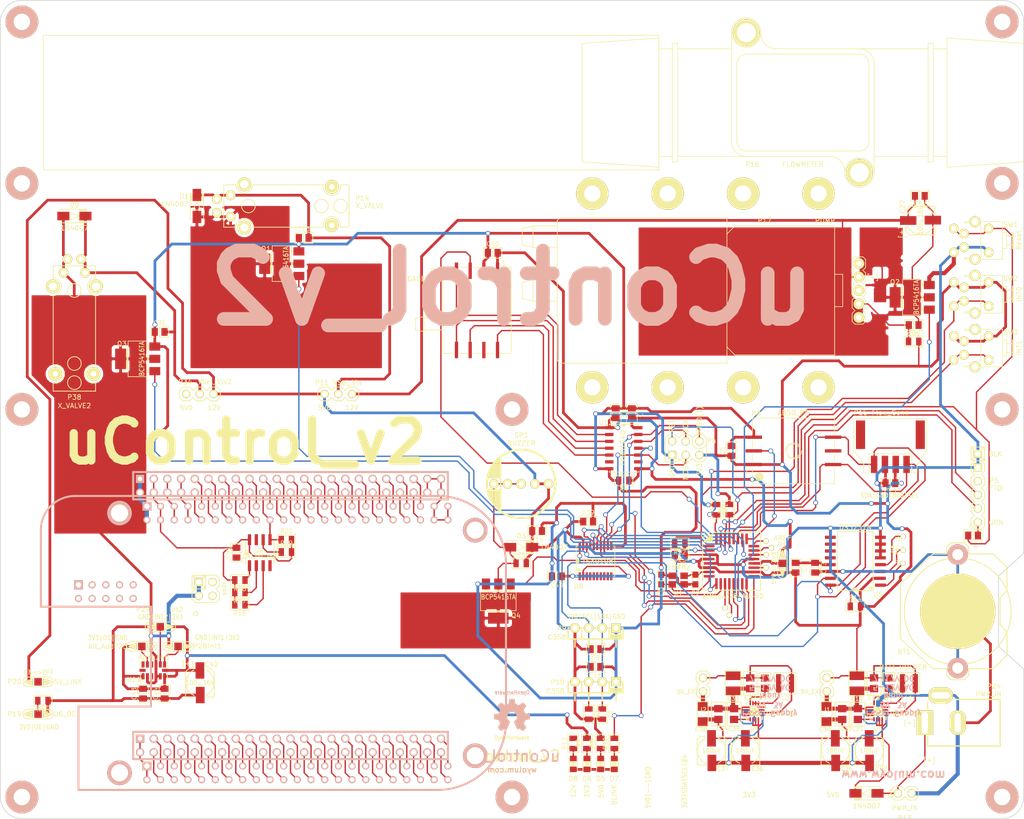
<source format=kicad_pcb>
(kicad_pcb (version 3) (host pcbnew "(2013-mar-13)-testing")
  (title_block (title "TiNA - Controller for TiM") (company WyoLum) (comment 1 www.wyolum.com))
  (layers (15 F.Cu signal) (0 B.Cu signal) (18 B.Paste user) (19 F.Paste user) (20 B.SilkS user hide) (21 F.SilkS user hide) (22 B.Mask user) (23 F.Mask user) (28 Edge.Cuts user))
  (net 0 "")
  (net 1 +3.3V)
  (net 2 /AREF)
  (net 3 /BBB/5V0)
  (net 4 /BBB/A0)
  (net 5 /BBB/A1)
  (net 6 /BBB/A2)
  (net 7 /BBB/ACL_INT1)
  (net 8 /BBB/ACL_INT2)
  (net 9 /BBB/ACL_SDO)
  (net 10 /BBB/AIN0)
  (net 11 /BBB/AIN1)
  (net 12 /BBB/AIN2)
  (net 13 /BBB/AIN3)
  (net 14 /BBB/AIN4)
  (net 15 /BBB/AIN5)
  (net 16 /BBB/AIN6)
  (net 17 /BBB/BBB_OE)
  (net 18 /BBB/BBB_RST)
  (net 19 /BBB/CLKOUT2)
  (net 20 /BBB/DGND_8)
  (net 21 /BBB/DGND_9_2)
  (net 22 /BBB/EHRPWM1A)
  (net 23 /BBB/EHRPWM1B)
  (net 24 /BBB/EHRPWM2A)
  (net 25 /BBB/EHRPWM2B)
  (net 26 /BBB/GNDA_ADC)
  (net 27 /BBB/GPIO0_26)
  (net 28 /BBB/GPIO0_27)
  (net 29 /BBB/GPIO0_7)
  (net 30 /BBB/GPIO1_0)
  (net 31 /BBB/GPIO1_1)
  (net 32 /BBB/GPIO1_12)
  (net 33 /BBB/GPIO1_13)
  (net 34 /BBB/GPIO1_14)
  (net 35 /BBB/GPIO1_15)
  (net 36 /BBB/GPIO1_16)
  (net 37 /BBB/GPIO1_17)
  (net 38 /BBB/GPIO1_2)
  (net 39 /BBB/GPIO1_28)
  (net 40 /BBB/GPIO1_29)
  (net 41 /BBB/GPIO1_3)
  (net 42 /BBB/GPIO1_30)
  (net 43 /BBB/GPIO1_31)
  (net 44 /BBB/GPIO1_4)
  (net 45 /BBB/GPIO1_5)
  (net 46 /BBB/GPIO1_6)
  (net 47 /BBB/GPIO1_7)
  (net 48 /BBB/GPIO2_1)
  (net 49 /BBB/GPIO2_10)
  (net 50 /BBB/GPIO2_11)
  (net 51 /BBB/GPIO2_13)
  (net 52 /BBB/GPIO2_22)
  (net 53 /BBB/GPIO2_23)
  (net 54 /BBB/GPIO2_24)
  (net 55 /BBB/GPIO2_25)
  (net 56 /BBB/GPIO2_6)
  (net 57 /BBB/GPIO2_7)
  (net 58 /BBB/GPIO2_8)
  (net 59 /BBB/GPIO2_9)
  (net 60 /BBB/GPIO3_19)
  (net 61 /BBB/GPIO3_21)
  (net 62 /BBB/GPIO_12)
  (net 63 /BBB/I2C1_SCL)
  (net 64 /BBB/I2C1_SDA)
  (net 65 /BBB/I2C2_SCL)
  (net 66 /BBB/I2C2_SDA)
  (net 67 /BBB/MISO)
  (net 68 /BBB/PWR_BUT)
  (net 69 /BBB/RESET)
  (net 70 /BBB/RXD)
  (net 71 /BBB/SCK)
  (net 72 /BBB/SCL)
  (net 73 /BBB/SDA)
  (net 74 /BBB/SPI1_CS0)
  (net 75 /BBB/SPI1_D0)
  (net 76 /BBB/SPI1_D1)
  (net 77 /BBB/SPI1_SCLK)
  (net 78 /BBB/SYS_5V)
  (net 79 /BBB/SYS_RESETn)
  (net 80 /BBB/TIMER4)
  (net 81 /BBB/TIMER5)
  (net 82 /BBB/TIMER6)
  (net 83 /BBB/TIMER7)
  (net 84 /BBB/TXD)
  (net 85 /BBB/UART1_RXD)
  (net 86 /BBB/UART1_TXD)
  (net 87 /BBB/UART2_RXD)
  (net 88 /BBB/UART2_TXD)
  (net 89 /BBB/UART3_CTSN)
  (net 90 /BBB/UART3_RTSN)
  (net 91 /BBB/UART4_CTSN)
  (net 92 /BBB/UART4_RTSN)
  (net 93 /BBB/UART4_RXD)
  (net 94 /BBB/UART4_TXD)
  (net 95 /BBB/UART5_CTSN)
  (net 96 /BBB/UART5_RTSN)
  (net 97 /BBB/UART5_RXD)
  (net 98 /BBB/UART5_TXD)
  (net 99 /BBB/VDD_3V3EXP)
  (net 100 /BBB/VDD_5V)
  (net 101 /BBB/VDD_ADC)
  (net 102 /BBB/~MOSI)
  (net 103 /Interface/+Vlv)
  (net 104 /Interface/+Vlv2)
  (net 105 /Interface/-Vlv)
  (net 106 /Interface/-Vlv2)
  (net 107 /Interface/12V)
  (net 108 /Interface/PC2_Pr2)
  (net 109 /Interface/PC3_Pr1)
  (net 110 /Interface/PD4_Valve2)
  (net 111 /Interface/P_MISO)
  (net 112 /Interface/P_MOSI)
  (net 113 /Interface/P_SCK)
  (net 114 /Interface/P_SS)
  (net 115 /Interface/Pump)
  (net 116 /Interface/Spk)
  (net 117 /Interface/~PB1_Pump)
  (net 118 /Interface/~PD5_Valve)
  (net 119 /Interface/~PD6_Spk)
  (net 120 /Interface/~SS)
  (net 121 /PB0)
  (net 122 /PB6)
  (net 123 /PB7)
  (net 124 /PC0)
  (net 125 /PC1)
  (net 126 /PC6)
  (net 127 /PC7)
  (net 128 /PD2)
  (net 129 /PD7)
  (net 130 /pwr/PWR_IN)
  (net 131 /rtc/32k)
  (net 132 /rtc/BAT)
  (net 133 /rtc/RST)
  (net 134 /rtc/SQR)
  (net 135 /~PD3)
  (net 136 /~RTS)
  (net 137 GND)
  (net 138 N-00000118)
  (net 139 N-00000167)
  (net 140 N-0000026)
  (net 141 N-0000037)
  (net 142 N-0000038)
  (net 143 N-0000039)
  (net 144 N-0000040)
  (net 145 N-0000041)
  (net 146 N-0000042)
  (net 147 N-0000043)
  (net 148 N-0000044)
  (net 149 N-0000045)
  (net 150 N-0000046)
  (net 151 N-0000048)
  (net 152 N-0000049)
  (net 153 N-0000050)
  (net 154 N-0000051)
  (net 155 N-0000053)
  (net 156 N-0000054)
  (net 157 N-0000065)
  (net 158 N-0000066)
  (net 159 N-0000069)
  (net 160 N-0000079)
  (net 161 N-0000080)
  (module Inductor_SMD3 (layer F.Cu) (at 166.243 146.431)
    (fp_text reference L2 (at 0 2.7305) (layer F.SilkS) (effects (font (size 0.8 0.8) (thickness 0.1))))
    (fp_text value 2u2H,3.0A hide)
    (pad 1 smd rect (at -1.19 0) (size 0.98 3.4) (layers F.Cu F.Paste F.Mask) (net 149 N-0000045))
    (pad 2 smd rect (at 1.19 0) (size 0.98 3.4) (layers F.Cu F.Paste F.Mask) (net 1 +3.3V))
  )
  (module c_1206 (layer F.Cu) (at 150.9395 152.146 270)
    (fp_text reference C38 (at 2.8575 0.3175 360) (layer F.SilkS) (effects (font (size 0.762 0.762) (thickness 0.127))))
    (fp_text value "10uF X7R" hide)
    (pad 1 smd rect (at 1.397 0 270) (size 1.6002 1.8034) (layers F.Cu F.Paste F.Mask) (net 107 /Interface/12V))
    (pad 2 smd rect (at -1.397 0 270) (size 1.6002 1.8034) (layers F.Cu F.Paste F.Mask) (net 137 GND))
  )
  (module c_1210 (layer F.Cu) (at 156.591 146.431 90)
    (fp_text reference C33 (at -2.8575 0 180) (layer F.SilkS) (effects (font (size 0.762 0.762) (thickness 0.127))))
    (fp_text value "22uF X7R" hide)
    (pad 1 smd rect (at 1.397 0 90) (size 1.6002 2.6924) (layers F.Cu F.Paste F.Mask) (net 1 +3.3V))
    (pad 2 smd rect (at -1.397 0 90) (size 1.6002 2.6924) (layers F.Cu F.Paste F.Mask) (net 137 GND))
  )
  (module TPS62132 (layer F.Cu) (at 160.528 151.638 180)
    (fp_text reference U4 (at 0 -3.2385 180) (layer F.SilkS) (effects (font (size 0.762 0.762) (thickness 0.127))))
    (fp_text value TPS62133 (at -4.953 -0.4445 180) (layer F.SilkS) (effects (font (size 0.762 0.762) (thickness 0.127))))
    (pad 2 smd oval (at -0.25 1.5 180) (size 0.28 0.85) (layers F.Cu F.Paste F.Mask) (net 149 N-0000045) (clearance 0.07))
    (pad 1 smd oval (at -0.75 1.5 180) (size 0.28 0.85) (layers F.Cu F.Paste F.Mask) (net 149 N-0000045) (clearance 0.07))
    (pad 3 smd oval (at 0.25 1.5 180) (size 0.28 0.85) (layers F.Cu F.Paste F.Mask) (net 149 N-0000045) (clearance 0.07))
    (pad 4 smd oval (at 0.75 1.5 180) (size 0.28 0.85) (layers F.Cu F.Paste F.Mask) (net 150 N-0000046) (clearance 0.07))
    (pad 5 smd oval (at 1.5 0.75 180) (size 0.85 0.28) (layers F.Cu F.Paste F.Mask) (net 137 GND) (clearance 0.07))
    (pad 6 smd oval (at 1.5 0.25 180) (size 0.85 0.28) (layers F.Cu F.Paste F.Mask) (net 137 GND) (clearance 0.07))
    (pad 7 smd oval (at 1.5 -0.25 180) (size 0.85 0.28) (layers F.Cu F.Paste F.Mask) (net 137 GND) (clearance 0.07))
    (pad 8 smd oval (at 1.5 -0.75 180) (size 0.85 0.28) (layers F.Cu F.Paste F.Mask) (net 137 GND) (clearance 0.07))
    (pad 9 smd oval (at 0.75 -1.5 180) (size 0.28 0.85) (layers F.Cu F.Paste F.Mask) (net 148 N-0000044) (clearance 0.07))
    (pad 10 smd oval (at 0.25 -1.5 180) (size 0.28 0.85) (layers F.Cu F.Paste F.Mask) (net 107 /Interface/12V) (clearance 0.07))
    (pad 11 smd oval (at -0.25 -1.5 180) (size 0.28 0.85) (layers F.Cu F.Paste F.Mask) (net 107 /Interface/12V) (clearance 0.07))
    (pad 12 smd oval (at -0.75 -1.5 180) (size 0.28 0.85) (layers F.Cu F.Paste F.Mask) (net 107 /Interface/12V) (clearance 0.07))
    (pad 13 smd oval (at -1.5 -0.75 180) (size 0.85 0.28) (layers F.Cu F.Paste F.Mask) (net 107 /Interface/12V) (clearance 0.07))
    (pad 14 smd oval (at -1.5 -0.25 180) (size 0.85 0.28) (layers F.Cu F.Paste F.Mask) (net 1 +3.3V) (clearance 0.07))
    (pad 15 smd oval (at -1.5 0.25 180) (size 0.85 0.28) (layers F.Cu F.Paste F.Mask) (net 137 GND) (clearance 0.07))
    (pad 16 smd oval (at -1.5 0.75 180) (size 0.85 0.28) (layers F.Cu F.Paste F.Mask) (net 137 GND) (clearance 0.07))
    (pad 16 thru_hole rect (at 0 0 180) (size 0.5 1.7) (drill 0.3) (layers *.Cu *.Mask F.SilkS) (net 137 GND) (clearance 0.07))
    (pad 16 thru_hole rect (at -0.5 -0.425 180) (size 0.7 0.85) (drill 0.3) (layers *.Cu *.Mask F.SilkS) (net 137 GND) (clearance 0.07))
    (pad 16 thru_hole rect (at -0.5 0.425 180) (size 0.7 0.85) (drill 0.3) (layers *.Cu *.Mask F.SilkS) (net 137 GND) (clearance 0.07))
    (pad 16 thru_hole rect (at 0.5 0.425 180) (size 0.7 0.85) (drill 0.3) (layers *.Cu *.Mask F.SilkS) (net 137 GND) (clearance 0.07))
    (pad 16 thru_hole rect (at 0.5 -0.425 180) (size 0.7 0.85) (drill 0.3) (layers *.Cu *.Mask F.SilkS) (net 137 GND) (clearance 0.07))
  )
  (module c_0805 (layer F.Cu) (at 156.7815 152.146 90)
    (fp_text reference C35 (at -2.7305 0 180) (layer F.SilkS) (effects (font (size 0.762 0.762) (thickness 0.127))))
    (fp_text value 3.3nF hide)
    (pad 1 smd rect (at 1 0 90) (size 1.35 1.55) (layers F.Cu F.Paste F.Mask) (net 137 GND))
    (pad 2 smd rect (at -1 0 90) (size 1.35 1.55) (layers F.Cu F.Paste F.Mask) (net 148 N-0000044))
  )
  (module c_0805 (layer F.Cu) (at 159.766 146.431 270)
    (fp_text reference C32 (at 2.7305 0 360) (layer F.SilkS) (effects (font (size 0.762 0.762) (thickness 0.127))))
    (fp_text value 100nF hide)
    (pad 1 smd rect (at 1 0 270) (size 1.35 1.55) (layers F.Cu F.Paste F.Mask) (net 137 GND))
    (pad 2 smd rect (at -1 0 270) (size 1.35 1.55) (layers F.Cu F.Paste F.Mask) (net 1 +3.3V))
  )
  (module c_0805 (layer F.Cu) (at 153.8605 152.146 90)
    (fp_text reference C34 (at -2.7305 0.6985 180) (layer F.SilkS) (effects (font (size 0.762 0.762) (thickness 0.127))))
    (fp_text value 100nF hide)
    (pad 1 smd rect (at 1 0 90) (size 1.35 1.55) (layers F.Cu F.Paste F.Mask) (net 137 GND))
    (pad 2 smd rect (at -1 0 90) (size 1.35 1.55) (layers F.Cu F.Paste F.Mask) (net 107 /Interface/12V))
  )
  (module C_ELCO_SMD (layer F.Cu) (at 158.877 158.9405 180)
    (fp_text reference C36 (at -2.2225 -3.3655 180) (layer F.SilkS) (effects (font (size 0.762 0.762) (thickness 0.127))))
    (fp_text value 100uF (at 0 0 180) (layer F.SilkS) (effects (font (size 0.762 0.762) (thickness 0.127))))
    (pad 1 smd rect (at 0 2.286 180) (size 1.6256 3.048) (layers F.Cu F.Paste F.Mask) (net 107 /Interface/12V))
    (pad 2 smd rect (at -0.0635 -2.286 180) (size 1.6256 3.048) (layers F.Cu F.Paste F.Mask) (net 137 GND))
  )
  (module C_ELCO_SMD (layer F.Cu) (at 152.5905 158.9405 180)
    (fp_text reference C37 (at -2.0955 -3.3655 180) (layer F.SilkS) (effects (font (size 0.762 0.762) (thickness 0.127))))
    (fp_text value 100uF (at 0 0 180) (layer F.SilkS) (effects (font (size 0.762 0.762) (thickness 0.127))))
    (pad 1 smd rect (at 0 2.286 180) (size 1.6256 3.048) (layers F.Cu F.Paste F.Mask) (net 107 /Interface/12V))
    (pad 2 smd rect (at -0.0635 -2.286 180) (size 1.6256 3.048) (layers F.Cu F.Paste F.Mask) (net 137 GND))
  )
  (module r_0805 (layer F.Cu) (at 162.4965 146.431 270)
    (fp_text reference R14 (at 2.7305 0 360) (layer F.SilkS) (effects (font (size 0.762 0.762) (thickness 0.127))))
    (fp_text value 100k hide)
    (pad 1 smd rect (at 0.9525 0 270) (size 1.30048 1.4986) (layers F.Cu F.Paste F.Mask) (net 150 N-0000046))
    (pad 2 smd rect (at -0.9525 0 270) (size 1.30048 1.4986) (layers F.Cu F.Paste F.Mask) (net 1 +3.3V))
  )
  (module Header_2 (layer F.Cu) (at 151.003 146.685 270)
    (fp_text reference J2 (at 4.6355 0 360) (layer F.SilkS) (effects (font (size 0.762 0.762) (thickness 0.127))))
    (fp_text value 5V_EXT (at 1.3335 2.8575 360) (layer F.SilkS) (effects (font (size 0.762 0.762) (thickness 0.127))))
    (pad 1 thru_hole circle (at -1.27 0 270) (size 1.524 1.524) (drill 1.016) (layers *.Cu *.Mask F.SilkS) (net 1 +3.3V))
    (pad 2 thru_hole circle (at 1.27 0 270) (size 1.524 1.524) (drill 1.016) (layers *.Cu *.Mask F.SilkS) (net 137 GND))
  )
  (module pin_strip_4-90 (layer F.Cu) (at 131.047 146.158)
    (fp_text reference P10 (at -7.0315 0.019) (layer F.SilkS) (effects (font (size 0.889 0.889) (thickness 0.127))))
    (fp_text value C3SB (at -7.476 1.7335) (layer F.SilkS) (effects (font (size 0.889 0.889) (thickness 0.127))))
    (pad 1 thru_hole circle (at -3.81 0) (size 1.778 1.778) (drill 1.016) (layers *.Cu *.Mask F.SilkS) (net 3 /BBB/5V0))
    (pad 2 thru_hole circle (at -1.27 0) (size 1.778 1.778) (drill 1.016) (layers *.Cu *.Mask F.SilkS) (net 72 /BBB/SCL))
    (pad 3 thru_hole circle (at 1.27 0) (size 1.778 1.778) (drill 1.016) (layers *.Cu *.Mask F.SilkS) (net 73 /BBB/SDA))
    (pad 4 thru_hole rect (at 3.81 0) (size 1.778 1.778) (drill 1.016) (layers *.Cu *.Mask F.SilkS) (net 137 GND))
  )
  (module pin_strip_4-90 (layer F.Cu) (at 131.047 136.158)
    (fp_text reference P9 (at -6.2695 0.0495) (layer F.SilkS) (effects (font (size 0.889 0.889) (thickness 0.127))))
    (fp_text value C3SB (at -7.1585 1.7005) (layer F.SilkS) (effects (font (size 0.889 0.889) (thickness 0.127))))
    (pad 1 thru_hole circle (at -3.81 0) (size 1.778 1.778) (drill 1.016) (layers *.Cu *.Mask F.SilkS) (net 3 /BBB/5V0))
    (pad 2 thru_hole circle (at -1.27 0) (size 1.778 1.778) (drill 1.016) (layers *.Cu *.Mask F.SilkS) (net 72 /BBB/SCL))
    (pad 3 thru_hole circle (at 1.27 0) (size 1.778 1.778) (drill 1.016) (layers *.Cu *.Mask F.SilkS) (net 73 /BBB/SDA))
    (pad 4 thru_hole rect (at 3.81 0) (size 1.778 1.778) (drill 1.016) (layers *.Cu *.Mask F.SilkS) (net 137 GND))
  )
  (module PCB (layer F.Cu) (at 115.297 95.358)
    (fp_text reference PCB1 hide)
    (fp_text value PCB hide)
  )
  (module vite_3mm (layer F.Cu) (at 24.547 167.558)
    (fp_text reference SC8 hide)
    (fp_text value SCREW hide)
    (pad 1 thru_hole circle (at 0 0) (size 6.096 6.096) (drill 3.048) (layers *.Cu *.SilkS *.Mask))
  )
  (module vite_3mm (layer F.Cu) (at 115.547 167.558)
    (fp_text reference SC9 hide)
    (fp_text value SCREW hide)
    (pad 1 thru_hole circle (at 0 0) (size 6.096 6.096) (drill 3.048) (layers *.Cu *.SilkS *.Mask))
  )
  (module vite_3mm (layer F.Cu) (at 206.547 167.558)
    (fp_text reference SC10 hide)
    (fp_text value SCREW hide)
    (pad 1 thru_hole circle (at 0 0) (size 6.096 6.096) (drill 3.048) (layers *.Cu *.SilkS *.Mask))
  )
  (module vite_3mm (layer F.Cu) (at 206.547 95.558)
    (fp_text reference SC7 hide)
    (fp_text value SCREW hide)
    (pad 1 thru_hole circle (at 0 0) (size 6.096 6.096) (drill 3.048) (layers *.Cu *.SilkS *.Mask))
  )
  (module vite_3mm (layer F.Cu) (at 24.547 53.558)
    (fp_text reference SC3 hide)
    (fp_text value SCREW hide)
    (pad 1 thru_hole circle (at 0 0) (size 6.096 6.096) (drill 3.048) (layers *.Cu *.SilkS *.Mask))
  )
  (module vite_3mm (layer F.Cu) (at 206.547 53.558)
    (fp_text reference SC4 hide)
    (fp_text value SCREW hide)
    (pad 1 thru_hole circle (at 0 0) (size 6.096 6.096) (drill 3.048) (layers *.Cu *.SilkS *.Mask))
  )
  (module vite_3mm (layer F.Cu) (at 206.547 23.558)
    (fp_text reference SC2 hide)
    (fp_text value SCREW hide)
    (pad 1 thru_hole circle (at 0 0) (size 6.096 6.096) (drill 3.048) (layers *.Cu *.SilkS *.Mask))
  )
  (module vite_3mm (layer F.Cu) (at 115.547 95.558)
    (fp_text reference SC6 hide)
    (fp_text value SCREW hide)
    (pad 1 thru_hole circle (at 0 0) (size 6.096 6.096) (drill 3.048) (layers *.Cu *.SilkS *.Mask))
  )
  (module vite_3mm (layer F.Cu) (at 24.547 95.558)
    (fp_text reference SC5 hide)
    (fp_text value SCREW hide)
    (pad 1 thru_hole circle (at 0 0) (size 6.096 6.096) (drill 3.048) (layers *.Cu *.SilkS *.Mask))
  )
  (module JACK_ALIM (layer F.Cu) (at 198.297 153.758 180)
    (fp_text reference P24 (at -6.7445 6.7555 180) (layer F.SilkS) (effects (font (size 0.889 0.889) (thickness 0.127))))
    (fp_text value PWR_IN (at -5.7285 5.3585 180) (layer F.SilkS) (effects (font (size 0.889 0.889) (thickness 0.127))))
    (pad 2 thru_hole oval (at 0 0 180) (size 3.048 4.572) (drill oval 1.1684 3.556) (layers *.Cu *.Mask F.SilkS) (net 137 GND))
    (pad 1 thru_hole rect (at 6.096 0 180) (size 3.048 4.572) (drill oval 1.1684 4.064) (layers *.Cu *.Mask F.SilkS) (net 130 /pwr/PWR_IN))
    (pad 3 thru_hole oval (at 3.175 5.08 180) (size 4.572 3.048) (drill oval 3.556 1.1684) (layers *.Cu *.Mask F.SilkS) (net 137 GND))
  )
  (module DS3231 (layer F.Cu) (at 179.297 123.758 90)
    (fp_text reference U5 (at -6.2265 4.218 180) (layer F.SilkS) (effects (font (size 0.889 0.889) (thickness 0.127))))
    (fp_text value DS3231N (at 6.2865 0 180) (layer F.SilkS) (effects (font (size 0.889 0.889) (thickness 0.127))))
    (pad 1 smd rect (at -4.445 4.65074 90) (size 0.59944 1.99898) (layers F.Cu F.Paste F.Mask) (net 131 /rtc/32k))
    (pad 2 smd rect (at -3.175 4.65074 90) (size 0.59944 1.99898) (layers F.Cu F.Paste F.Mask) (net 3 /BBB/5V0))
    (pad 3 smd rect (at -1.905 4.65074 90) (size 0.59944 1.99898) (layers F.Cu F.Paste F.Mask) (net 134 /rtc/SQR))
    (pad 4 smd rect (at -0.635 4.65074 90) (size 0.59944 1.99898) (layers F.Cu F.Paste F.Mask) (net 133 /rtc/RST))
    (pad 5 smd rect (at 0.635 4.65074 90) (size 0.59944 1.99898) (layers F.Cu F.Paste F.Mask) (net 137 GND))
    (pad 6 smd rect (at 1.905 4.65074 90) (size 0.59944 1.99898) (layers F.Cu F.Paste F.Mask) (net 137 GND))
    (pad 7 smd rect (at 3.175 4.65074 90) (size 0.59944 1.99898) (layers F.Cu F.Paste F.Mask) (net 137 GND))
    (pad 8 smd rect (at 4.445 4.65074 90) (size 0.59944 1.99898) (layers F.Cu F.Paste F.Mask) (net 137 GND))
    (pad 9 smd rect (at 4.445 -4.65074 90) (size 0.59944 1.99898) (layers F.Cu F.Paste F.Mask) (net 137 GND))
    (pad 10 smd rect (at 3.175 -4.65074 90) (size 0.59944 1.99898) (layers F.Cu F.Paste F.Mask) (net 137 GND))
    (pad 11 smd rect (at 1.905 -4.65074 90) (size 0.59944 1.99898) (layers F.Cu F.Paste F.Mask) (net 137 GND))
    (pad 12 smd rect (at 0.635 -4.65074 90) (size 0.59944 1.99898) (layers F.Cu F.Paste F.Mask) (net 137 GND))
    (pad 13 smd rect (at -0.635 -4.65074 90) (size 0.59944 1.99898) (layers F.Cu F.Paste F.Mask) (net 137 GND))
    (pad 14 smd rect (at -1.905 -4.65074 90) (size 0.59944 1.99898) (layers F.Cu F.Paste F.Mask) (net 132 /rtc/BAT))
    (pad 15 smd rect (at -3.175 -4.65074 90) (size 0.59944 1.99898) (layers F.Cu F.Paste F.Mask) (net 73 /BBB/SDA))
    (pad 16 smd rect (at -4.445 -4.65074 90) (size 0.59944 1.99898) (layers F.Cu F.Paste F.Mask) (net 72 /BBB/SCL))
  )
  (module TXS0108EPWR (layer F.Cu) (at 131.047 123.758)
    (fp_text reference U8 (at -3.158 4.639) (layer F.SilkS) (effects (font (size 0.889 0.889) (thickness 0.127))))
    (fp_text value TSX0108 (at 0.398 0.0035) (layer F.SilkS) (effects (font (size 0.889 0.889) (thickness 0.127))))
    (pad 5 smd rect (at -0.32512 2.79908) (size 0.4191 1.47066) (layers F.Cu F.Paste F.Mask) (net 85 /BBB/UART1_RXD) (clearance 0.1016))
    (pad 6 smd rect (at 0.32512 2.79908) (size 0.4191 1.47066) (layers F.Cu F.Paste F.Mask) (net 18 /BBB/BBB_RST) (clearance 0.1016))
    (pad 7 smd rect (at 0.97536 2.79908) (size 0.4191 1.47066) (layers F.Cu F.Paste F.Mask) (net 76 /BBB/SPI1_D1) (clearance 0.1016))
    (pad 8 smd rect (at 1.6256 2.79908) (size 0.4191 1.47066) (layers F.Cu F.Paste F.Mask) (net 75 /BBB/SPI1_D0) (clearance 0.1016))
    (pad 19 smd rect (at -2.27584 -2.79908) (size 0.4191 1.47066) (layers F.Cu F.Paste F.Mask) (net 3 /BBB/5V0) (clearance 0.1016))
    (pad 2 smd rect (at -2.27584 2.79908) (size 0.4191 1.47066) (layers F.Cu F.Paste F.Mask) (net 99 /BBB/VDD_3V3EXP) (clearance 0.1016))
    (pad 3 smd rect (at -1.6256 2.79908) (size 0.4191 1.47066) (layers F.Cu F.Paste F.Mask) (net 63 /BBB/I2C1_SCL) (clearance 0.1016))
    (pad 4 smd rect (at -0.97536 2.79908) (size 0.4191 1.47066) (layers F.Cu F.Paste F.Mask) (net 86 /BBB/UART1_TXD) (clearance 0.1016))
    (pad 12 smd rect (at 2.27584 -2.79908) (size 0.4191 1.47066) (layers F.Cu F.Paste F.Mask) (net 71 /BBB/SCK) (clearance 0.1016))
    (pad 13 smd rect (at 1.6256 -2.79908) (size 0.4191 1.47066) (layers F.Cu F.Paste F.Mask) (net 67 /BBB/MISO) (clearance 0.1016))
    (pad 14 smd rect (at 0.97536 -2.79908) (size 0.4191 1.47066) (layers F.Cu F.Paste F.Mask) (net 102 /BBB/~MOSI) (clearance 0.1016))
    (pad 15 smd rect (at 0.32512 -2.79908) (size 0.4191 1.47066) (layers F.Cu F.Paste F.Mask) (net 69 /BBB/RESET) (clearance 0.1016))
    (pad 16 smd rect (at -0.32512 -2.79908) (size 0.4191 1.47066) (layers F.Cu F.Paste F.Mask) (net 84 /BBB/TXD) (clearance 0.1016))
    (pad 17 smd rect (at -0.97536 -2.79908) (size 0.4191 1.47066) (layers F.Cu F.Paste F.Mask) (net 70 /BBB/RXD) (clearance 0.1016))
    (pad 9 smd rect (at 2.27584 2.79908) (size 0.4191 1.47066) (layers F.Cu F.Paste F.Mask) (net 77 /BBB/SPI1_SCLK) (clearance 0.1016))
    (pad 18 smd rect (at -1.6256 -2.79908) (size 0.4191 1.47066) (layers F.Cu F.Paste F.Mask) (net 72 /BBB/SCL) (clearance 0.1016))
    (pad 1 smd rect (at -2.92608 2.79908) (size 0.4191 1.47066) (layers F.Cu F.Paste F.Mask) (net 64 /BBB/I2C1_SDA) (clearance 0.1016))
    (pad 10 smd rect (at 2.92608 2.79908) (size 0.4191 1.47066) (layers F.Cu F.Paste F.Mask) (net 17 /BBB/BBB_OE) (clearance 0.1016))
    (pad 11 smd rect (at 2.92608 -2.79908) (size 0.4191 1.47066) (layers F.Cu F.Paste F.Mask) (net 137 GND) (clearance 0.1016))
    (pad 20 smd rect (at -2.92608 -2.79908) (size 0.4191 1.47066) (layers F.Cu F.Paste F.Mask) (net 73 /BBB/SDA) (clearance 0.1016))
  )
  (module HDIB002AUY8H5 (layer F.Cu) (at 167.797 103.258 270)
    (fp_text reference P8 (at -6.9285 6.9515 360) (layer F.SilkS) (effects (font (size 0.889 0.889) (thickness 0.127))))
    (fp_text value ABSO_PR (at -7.0612 0 360) (layer F.SilkS) (effects (font (size 0.889 0.889) (thickness 0.127))))
    (fp_text user 1 (at 3.8665 8.666 360) (layer F.SilkS) (effects (font (size 0.889 0.889) (thickness 0.127))))
    (pad 3 smd rect (at -2.54 7.366 270) (size 0.6096 3.048) (layers F.Cu F.Paste F.Mask) (net 137 GND))
    (pad 2 smd rect (at 0 7.366 270) (size 0.6096 3.048) (layers F.Cu F.Paste F.Mask) (net 108 /Interface/PC2_Pr2))
    (pad 1 smd rect (at 2.54 7.366 270) (size 0.6096 3.048) (layers F.Cu F.Paste F.Mask) (net 3 /BBB/5V0))
    (pad 6 smd rect (at 2.54 -7.366 270) (size 0.6096 3.048) (layers F.Cu F.Paste F.Mask) (net 72 /BBB/SCL))
    (pad 5 smd rect (at 0 -7.366 270) (size 0.6096 3.048) (layers F.Cu F.Paste F.Mask) (net 157 N-0000065))
    (pad 4 smd rect (at -2.54 -7.366 270) (size 0.6096 3.048) (layers F.Cu F.Paste F.Mask) (net 73 /BBB/SDA))
  )
  (module TXB0104D (layer F.Cu) (at 136.297 102.758 270)
    (fp_text reference U1 (at -4.7775 3.7725 360) (layer F.SilkS) (effects (font (size 0.889 0.889) (thickness 0.127))))
    (fp_text value TXB0104D (at -0.015 0.153 270) (layer F.SilkS) (effects (font (size 0.889 0.889) (thickness 0.127))))
    (pad 5 smd rect (at 1.27 2.6924 270) (size 0.5969 1.5494) (layers F.Cu F.Paste F.Mask) (net 112 /Interface/P_MOSI) (clearance 0.0762))
    (pad 6 smd rect (at 2.54 2.6924 270) (size 0.5969 1.5494) (layers F.Cu F.Paste F.Mask) (net 151 N-0000048) (clearance 0.0762))
    (pad 7 smd rect (at 3.81 2.6924 270) (size 0.5969 1.5494) (layers F.Cu F.Paste F.Mask) (net 137 GND) (clearance 0.0762))
    (pad 10 smd rect (at 1.27 -2.6924 270) (size 0.5969 1.5494) (layers F.Cu F.Paste F.Mask) (net 102 /BBB/~MOSI) (clearance 0.0762))
    (pad 2 smd rect (at -2.54 2.6924 270) (size 0.5969 1.5494) (layers F.Cu F.Paste F.Mask) (net 111 /Interface/P_MISO) (clearance 0.0762))
    (pad 3 smd rect (at -1.27 2.6924 270) (size 0.5969 1.5494) (layers F.Cu F.Paste F.Mask) (net 113 /Interface/P_SCK) (clearance 0.0762))
    (pad 4 smd rect (at 0 2.6924 270) (size 0.5969 1.5494) (layers F.Cu F.Paste F.Mask) (net 114 /Interface/P_SS) (clearance 0.0762))
    (pad 12 smd rect (at -1.27 -2.6924 270) (size 0.5969 1.5494) (layers F.Cu F.Paste F.Mask) (net 71 /BBB/SCK) (clearance 0.0762))
    (pad 13 smd rect (at -2.54 -2.6924 270) (size 0.5969 1.5494) (layers F.Cu F.Paste F.Mask) (net 67 /BBB/MISO) (clearance 0.0762))
    (pad 14 smd rect (at -3.81 -2.6924 270) (size 0.5969 1.5494) (layers F.Cu F.Paste F.Mask) (net 3 /BBB/5V0) (clearance 0.0762))
    (pad 9 smd rect (at 2.54 -2.6924 270) (size 0.5969 1.5494) (layers F.Cu F.Paste F.Mask) (net 152 N-0000049) (clearance 0.0762))
    (pad 1 smd rect (at -3.81 2.6924 270) (size 0.5969 1.5494) (layers F.Cu F.Paste F.Mask) (net 1 +3.3V) (clearance 0.0762))
    (pad 8 smd rect (at 3.81 -2.6924 270) (size 0.5969 1.5494) (layers F.Cu F.Paste F.Mask) (net 1 +3.3V) (clearance 0.0762))
    (pad 11 smd rect (at 0 -2.6924 270) (size 0.5969 1.5494) (layers F.Cu F.Paste F.Mask) (net 120 /Interface/~SS) (clearance 0.0762))
  )
  (module Header_FTDI (layer F.Cu) (at 202.047 110.158 270)
    (fp_text reference P5 (at -1.3825 -2.9945 360) (layer F.SilkS) (effects (font (size 0.889 0.889) (thickness 0.127))))
    (fp_text value FTDI (at 0.0145 -3.439 360) (layer F.SilkS) (effects (font (size 0.889 0.889) (thickness 0.127))))
    (fp_text user GRN (at 6.428 -3.3755 360) (layer F.SilkS) (effects (font (size 0.889 0.889) (thickness 0.127))))
    (fp_text user BLK (at -6.3355 -3.2485 360) (layer F.SilkS) (effects (font (size 0.889 0.889) (thickness 0.127))))
    (pad 1 thru_hole rect (at -6.35 0 270) (size 1.524 1.524) (drill 1.016) (layers *.Cu *.Mask F.SilkS) (net 137 GND))
    (pad 2 thru_hole rect (at -3.81 0 270) (size 1.524 1.524) (drill 1.016) (layers *.Cu *.Mask F.SilkS) (net 137 GND))
    (pad 3 thru_hole circle (at -1.27 0 270) (size 1.524 1.524) (drill 1.016) (layers *.Cu *.Mask F.SilkS) (net 140 N-0000026))
    (pad 4 thru_hole circle (at 1.27 0 270) (size 1.524 1.524) (drill 1.016) (layers *.Cu *.Mask F.SilkS) (net 70 /BBB/RXD))
    (pad 5 thru_hole circle (at 3.81 0 270) (size 1.524 1.524) (drill 1.016) (layers *.Cu *.Mask F.SilkS) (net 84 /BBB/TXD))
    (pad 6 thru_hole circle (at 6.35 0 270) (size 1.524 1.524) (drill 1.016) (layers *.Cu *.Mask F.SilkS) (net 136 /~RTS))
  )
  (module SW_PB_V_H (layer F.Cu) (at 204.047 64.158 180)
    (fp_text reference SW1 (at -4.106 2.944 180) (layer F.SilkS) (effects (font (size 0.889 0.889) (thickness 0.127))))
    (fp_text value Reset (at -5.5665 0.023 270) (layer F.SilkS) (effects (font (size 0.889 0.889) (thickness 0.127))))
    (pad 1 thru_hole circle (at 0 -2.2225 180) (size 1.778 1.778) (drill 1.016) (layers *.Cu *.Mask F.SilkS) (net 137 GND))
    (pad 2 thru_hole circle (at 0 2.2225 180) (size 1.778 1.778) (drill 1.016) (layers *.Cu *.Mask F.SilkS) (net 69 /BBB/RESET))
    (pad 3 thru_hole circle (at 2.54 -3.4925 180) (size 2.032 2.032) (drill 1.27) (layers *.Cu *.Mask F.SilkS))
    (pad 3 thru_hole circle (at 2.54 3.4925 180) (size 2.032 2.032) (drill 1.27) (layers *.Cu *.Mask F.SilkS))
    (pad 2 thru_hole circle (at 6.477 2.2225 180) (size 1.778 1.778) (drill 1.016) (layers *.Cu *.Mask F.SilkS) (net 69 /BBB/RESET))
    (pad 1 thru_hole circle (at 6.477 -2.2225 180) (size 1.778 1.778) (drill 1.016) (layers *.Cu *.Mask F.SilkS) (net 137 GND))
    (pad 2 thru_hole circle (at 4.572 1.27 180) (size 1.778 1.778) (drill 1.016) (layers *.Cu *.Mask F.SilkS) (net 69 /BBB/RESET))
    (pad 1 thru_hole circle (at 4.572 -1.27 180) (size 1.778 1.778) (drill 1.016) (layers *.Cu *.Mask F.SilkS) (net 137 GND))
  )
  (module CR2032 (layer F.Cu) (at 198.297 133.058 270)
    (fp_text reference BT1 (at 7.531 9.956 360) (layer F.SilkS) (effects (font (size 0.889 0.889) (thickness 0.127))))
    (fp_text value BATT_HOLDER (at 10.3885 10.1465 360) (layer F.SilkS) (effects (font (size 0.889 0.889) (thickness 0.127))))
    (fp_text user - (at 0 -3.937 270) (layer F.SilkS) (effects (font (size 0.889 0.889) (thickness 0.127))))
    (fp_text user + (at -11.938 -3.302 270) (layer F.SilkS) (effects (font (size 0.889 0.889) (thickness 0.127))))
    (pad + thru_hole circle (at -10.541 0 270) (size 3.81 3.81) (drill 2.032) (layers *.Cu B.Paste B.SilkS B.Mask) (net 132 /rtc/BAT))
    (pad + thru_hole circle (at 10.541 0 270) (size 3.81 3.81) (drill 2.032) (layers *.Cu B.Paste B.SilkS B.Mask) (net 132 /rtc/BAT))
    (pad - smd circle (at 0 0 270) (size 14 14) (layers F.Cu F.Paste F.SilkS F.Mask) (net 137 GND))
  )
  (module SW_PB_V_H (layer F.Cu) (at 204.047 74.158 180)
    (fp_text reference SW2 (at -4.0425 2.911 180) (layer F.SilkS) (effects (font (size 0.889 0.889) (thickness 0.127))))
    (fp_text value INT0 (at -5.63 -0.01 270) (layer F.SilkS) (effects (font (size 0.889 0.889) (thickness 0.127))))
    (pad 1 thru_hole circle (at 0 -2.2225 180) (size 1.778 1.778) (drill 1.016) (layers *.Cu *.Mask F.SilkS) (net 128 /PD2))
    (pad 2 thru_hole circle (at 0 2.2225 180) (size 1.778 1.778) (drill 1.016) (layers *.Cu *.Mask F.SilkS) (net 3 /BBB/5V0))
    (pad 3 thru_hole circle (at 2.54 -3.4925 180) (size 2.032 2.032) (drill 1.27) (layers *.Cu *.Mask F.SilkS))
    (pad 3 thru_hole circle (at 2.54 3.4925 180) (size 2.032 2.032) (drill 1.27) (layers *.Cu *.Mask F.SilkS))
    (pad 2 thru_hole circle (at 6.477 2.2225 180) (size 1.778 1.778) (drill 1.016) (layers *.Cu *.Mask F.SilkS) (net 3 /BBB/5V0))
    (pad 1 thru_hole circle (at 6.477 -2.2225 180) (size 1.778 1.778) (drill 1.016) (layers *.Cu *.Mask F.SilkS) (net 128 /PD2))
    (pad 2 thru_hole circle (at 4.572 1.27 180) (size 1.778 1.778) (drill 1.016) (layers *.Cu *.Mask F.SilkS) (net 3 /BBB/5V0))
    (pad 1 thru_hole circle (at 4.572 -1.27 180) (size 1.778 1.778) (drill 1.016) (layers *.Cu *.Mask F.SilkS) (net 128 /PD2))
  )
  (module SW_PB_V_H (layer F.Cu) (at 204.047 84.158 180)
    (fp_text reference SW3 (at -4.106 2.9415 180) (layer F.SilkS) (effects (font (size 0.889 0.889) (thickness 0.127))))
    (fp_text value INT1 (at -5.63 0.0205 270) (layer F.SilkS) (effects (font (size 0.889 0.889) (thickness 0.127))))
    (pad 1 thru_hole circle (at 0 -2.2225 180) (size 1.778 1.778) (drill 1.016) (layers *.Cu *.Mask F.SilkS) (net 135 /~PD3))
    (pad 2 thru_hole circle (at 0 2.2225 180) (size 1.778 1.778) (drill 1.016) (layers *.Cu *.Mask F.SilkS) (net 3 /BBB/5V0))
    (pad 3 thru_hole circle (at 2.54 -3.4925 180) (size 2.032 2.032) (drill 1.27) (layers *.Cu *.Mask F.SilkS))
    (pad 3 thru_hole circle (at 2.54 3.4925 180) (size 2.032 2.032) (drill 1.27) (layers *.Cu *.Mask F.SilkS))
    (pad 2 thru_hole circle (at 6.477 2.2225 180) (size 1.778 1.778) (drill 1.016) (layers *.Cu *.Mask F.SilkS) (net 3 /BBB/5V0))
    (pad 1 thru_hole circle (at 6.477 -2.2225 180) (size 1.778 1.778) (drill 1.016) (layers *.Cu *.Mask F.SilkS) (net 135 /~PD3))
    (pad 2 thru_hole circle (at 4.572 1.27 180) (size 1.778 1.778) (drill 1.016) (layers *.Cu *.Mask F.SilkS) (net 3 /BBB/5V0))
    (pad 1 thru_hole circle (at 4.572 -1.27 180) (size 1.778 1.778) (drill 1.016) (layers *.Cu *.Mask F.SilkS) (net 135 /~PD3))
  )
  (module Speaker (layer F.Cu) (at 117.247 109.383 180)
    (fp_text reference SP1 (at -0.0375 9.053 180) (layer F.SilkS) (effects (font (size 0.889 0.889) (thickness 0.127))))
    (fp_text value BUZZER (at -0.0375 7.529 180) (layer F.SilkS) (effects (font (size 0.889 0.889) (thickness 0.127))))
    (pad 1 thru_hole circle (at -2.54 0 180) (size 1.778 1.778) (drill 1.016) (layers *.Cu *.Mask F.SilkS) (net 3 /BBB/5V0))
    (pad 2 thru_hole circle (at 5.08 0 180) (size 1.778 1.778) (drill 1.016) (layers *.Cu *.Mask F.SilkS) (net 116 /Interface/Spk))
    (pad 2 thru_hole circle (at 2.54 0 180) (size 1.778 1.778) (drill 1.016) (layers *.Cu *.Mask F.SilkS) (net 116 /Interface/Spk))
    (pad 1 thru_hole circle (at -5.08 0 180) (size 1.778 1.778) (drill 1.016) (layers *.Cu *.Mask F.SilkS) (net 3 /BBB/5V0))
    (pad 2 thru_hole circle (at 0 0 180) (size 1.778 1.778) (drill 1.016) (layers *.Cu *.Mask F.SilkS) (net 116 /Interface/Spk))
  )
  (module C_ELCO_SMD (layer F.Cu) (at 191.389 60.452 270)
    (fp_text reference C27 (at -2.5585 3.336 270) (layer F.SilkS) (effects (font (size 0.889 0.889) (thickness 0.127))))
    (fp_text value 100u,16V (at 0 0 270) (layer F.SilkS) (effects (font (size 0.889 0.762) (thickness 0.127))))
    (fp_text user [+] (at 2.204 3.5265 270) (layer F.SilkS) (effects (font (size 0.889 0.889) (thickness 0.127))))
    (pad 1 smd rect (at 0 2.286 270) (size 1.6256 3.048) (layers F.Cu F.Paste F.Mask) (net 107 /Interface/12V))
    (pad 2 smd rect (at -0.0635 -2.286 270) (size 1.6256 3.048) (layers F.Cu F.Paste F.Mask) (net 159 N-0000069))
  )
  (module Conn_Flow_SFM3000_Male (layer F.Cu) (at 185.797 105.758 180)
    (fp_text reference P15 (at 5.5205 9.619 180) (layer F.SilkS) (effects (font (size 0.889 0.889) (thickness 0.127))))
    (fp_text value Flow_Conn (at -0.004 9.619 180) (layer F.SilkS) (effects (font (size 0.889 0.889) (thickness 0.127))))
    (pad 1 smd rect (at -3 0 180) (size 1.2 3.2) (layers F.Cu F.Paste F.Mask) (net 72 /BBB/SCL))
    (pad 2 smd rect (at -0.9934 0 180) (size 1.2 3.2) (layers F.Cu F.Paste F.Mask) (net 3 /BBB/5V0))
    (pad 3 smd rect (at 1.0132 0 180) (size 1.2 3.2) (layers F.Cu F.Paste F.Mask) (net 137 GND))
    (pad 4 smd rect (at 3.0198 0 180) (size 1.2 3.2) (layers F.Cu F.Paste F.Mask) (net 73 /BBB/SDA))
    (pad "" smd rect (at -5.55 5.5 180) (size 1.7 5.3) (layers F.Cu F.Paste F.Mask))
    (pad "" smd rect (at 5.55 5.5 180) (size 1.7 5.3) (layers F.Cu F.Paste F.Mask))
  )
  (module led_0805 (layer F.Cu) (at 126.9238 161.417 90)
    (fp_text reference D8 (at -2.7265 -0.0345 180) (layer F.SilkS) (effects (font (size 0.889 0.889) (thickness 0.127))))
    (fp_text value 12V (at -5.076 -0.0345 90) (layer F.SilkS) (effects (font (size 0.889 0.889) (thickness 0.127))))
    (pad 1 smd rect (at 1.016 0 90) (size 1.016 1.27) (layers F.Cu F.Paste F.Mask) (net 145 N-0000041))
    (pad 2 smd rect (at -1.016 0 90) (size 1.016 1.27) (layers F.Cu F.Paste F.Mask) (net 137 GND))
  )
  (module diode-DO214AC (layer F.Cu) (at 181.356 166.878 180)
    (fp_text reference D4 (at -4.4775 0.006 270) (layer F.SilkS) (effects (font (size 0.889 0.889) (thickness 0.127))))
    (fp_text value 1N4007 (at -0.0325 -2.3435 180) (layer F.SilkS) (effects (font (size 0.889 0.889) (thickness 0.127))))
    (pad 2 smd rect (at 2.05 0 180) (size 2.25 1.6) (layers F.Cu F.Paste F.Mask) (net 107 /Interface/12V))
    (pad 1 smd rect (at -2.05 0 180) (size 2.25 1.6) (layers F.Cu F.Paste F.Mask) (net 130 /pwr/PWR_IN))
  )
  (module diode-DO214AC (layer F.Cu) (at 57.047 57.758 90)
    (fp_text reference D1 (at 1.751 -2.3735 180) (layer F.SilkS) (effects (font (size 0.889 0.889) (thickness 0.127))))
    (fp_text value 1N4007 (at 0.354 -4.1515 180) (layer F.SilkS) (effects (font (size 0.889 0.889) (thickness 0.127))))
    (pad 2 smd rect (at 2.05 0 90) (size 2.25 1.6) (layers F.Cu F.Paste F.Mask) (net 103 /Interface/+Vlv))
    (pad 1 smd rect (at -2.05 0 90) (size 2.25 1.6) (layers F.Cu F.Paste F.Mask) (net 105 /Interface/-Vlv))
  )
  (module diode-DO214AC (layer F.Cu) (at 117.247 121.158)
    (fp_text reference D3 (at 0 -2.0955) (layer F.SilkS) (effects (font (size 0.889 0.889) (thickness 0.127))))
    (fp_text value 1N4007 (at 6.07 0) (layer F.SilkS) (effects (font (size 0.889 0.889) (thickness 0.127))))
    (pad 2 smd rect (at 2.05 0) (size 2.25 1.6) (layers F.Cu F.Paste F.Mask) (net 3 /BBB/5V0))
    (pad 1 smd rect (at -2.05 0) (size 2.25 1.6) (layers F.Cu F.Paste F.Mask) (net 116 /Interface/Spk))
  )
  (module Header_3 (layer F.Cu) (at 83.2866 92.6846)
    (fp_text reference P11 (at -3.033 -2.1255) (layer F.SilkS) (effects (font (size 0.889 0.889) (thickness 0.127))))
    (fp_text value VSel_Vlv (at 1.7295 -2.1255) (layer F.SilkS) (effects (font (size 0.889 0.889) (thickness 0.127))))
    (pad 1 thru_hole circle (at -2.54 0) (size 1.524 1.524) (drill 1.016) (layers *.Cu *.Mask F.SilkS) (net 3 /BBB/5V0))
    (pad 2 thru_hole circle (at 0 0) (size 1.524 1.524) (drill 1.016) (layers *.Cu *.Mask F.SilkS) (net 103 /Interface/+Vlv))
    (pad 3 thru_hole circle (at 2.54 0) (size 1.524 1.524) (drill 1.016) (layers *.Cu *.Mask F.SilkS) (net 107 /Interface/12V))
  )
  (module TQFP32 (layer F.Cu) (at 156.297 123.758)
    (fp_text reference U7 (at -4.8622 -4.8352) (layer F.SilkS) (effects (font (size 0.889 0.889) (thickness 0.127))))
    (fp_text value ATMEGA328-AU-ND (at 0.294 6.4805) (layer F.SilkS) (effects (font (size 0.889 0.762) (thickness 0.127))))
    (pad 8 smd rect (at -4.15036 2.79908) (size 1.99898 0.44958) (layers F.Cu F.Paste F.Mask) (net 123 /PB7) (clearance 0.127))
    (pad 7 smd rect (at -4.15036 1.99898) (size 1.99898 0.44958) (layers F.Cu F.Paste F.Mask) (net 122 /PB6) (clearance 0.14986))
    (pad 6 smd rect (at -4.15036 1.19888) (size 1.99898 0.44958) (layers F.Cu F.Paste F.Mask) (net 3 /BBB/5V0) (clearance 0.14986))
    (pad 5 smd rect (at -4.15036 0.39878) (size 1.99898 0.44958) (layers F.Cu F.Paste F.Mask) (net 137 GND) (clearance 0.14986))
    (pad 4 smd rect (at -4.15036 -0.39878) (size 1.99898 0.44958) (layers F.Cu F.Paste F.Mask) (net 3 /BBB/5V0) (clearance 0.14986))
    (pad 3 smd rect (at -4.15036 -1.19888) (size 1.99898 0.44958) (layers F.Cu F.Paste F.Mask) (net 137 GND) (clearance 0.14986))
    (pad 2 smd rect (at -4.15036 -1.99898) (size 1.99898 0.44958) (layers F.Cu F.Paste F.Mask) (net 110 /Interface/PD4_Valve2) (clearance 0.14986))
    (pad 1 smd rect (at -4.15036 -2.79908) (size 1.99898 0.44958) (layers F.Cu F.Paste F.Mask) (net 135 /~PD3) (clearance 0.127))
    (pad 24 smd rect (at 4.15036 -2.79908) (size 1.99898 0.44958) (layers F.Cu F.Paste F.Mask) (net 125 /PC1) (clearance 0.127))
    (pad 17 smd rect (at 4.15036 2.79908) (size 1.99898 0.44958) (layers F.Cu F.Paste F.Mask) (net 71 /BBB/SCK) (clearance 0.127))
    (pad 18 smd rect (at 4.15036 1.99898) (size 1.99898 0.44958) (layers F.Cu F.Paste F.Mask) (net 3 /BBB/5V0) (clearance 0.14986))
    (pad 19 smd rect (at 4.15036 1.19888) (size 1.99898 0.44958) (layers F.Cu F.Paste F.Mask) (net 126 /PC6) (clearance 0.14986))
    (pad 20 smd rect (at 4.15036 0.39878) (size 1.99898 0.44958) (layers F.Cu F.Paste F.Mask) (net 2 /AREF) (clearance 0.14986))
    (pad 21 smd rect (at 4.15036 -0.39878) (size 1.99898 0.44958) (layers F.Cu F.Paste F.Mask) (net 137 GND) (clearance 0.14986))
    (pad 22 smd rect (at 4.15036 -1.19888) (size 1.99898 0.44958) (layers F.Cu F.Paste F.Mask) (net 127 /PC7) (clearance 0.14986))
    (pad 23 smd rect (at 4.15036 -1.99898) (size 1.99898 0.44958) (layers F.Cu F.Paste F.Mask) (net 124 /PC0) (clearance 0.14986))
    (pad 32 smd rect (at -2.79908 -4.15036 90) (size 1.99898 0.44958) (layers F.Cu F.Paste F.Mask) (net 128 /PD2) (clearance 0.127))
    (pad 31 smd rect (at -1.99898 -4.15036 90) (size 1.99898 0.44958) (layers F.Cu F.Paste F.Mask) (net 84 /BBB/TXD) (clearance 0.14986))
    (pad 30 smd rect (at -1.19888 -4.15036 90) (size 1.99898 0.44958) (layers F.Cu F.Paste F.Mask) (net 70 /BBB/RXD) (clearance 0.14986))
    (pad 29 smd rect (at -0.39878 -4.15036 90) (size 1.99898 0.44958) (layers F.Cu F.Paste F.Mask) (net 69 /BBB/RESET) (clearance 0.14986))
    (pad 28 smd rect (at 0.39878 -4.15036 90) (size 1.99898 0.44958) (layers F.Cu F.Paste F.Mask) (net 72 /BBB/SCL) (clearance 0.14986))
    (pad 27 smd rect (at 1.19888 -4.15036 90) (size 1.99898 0.44958) (layers F.Cu F.Paste F.Mask) (net 73 /BBB/SDA) (clearance 0.14986))
    (pad 26 smd rect (at 1.99898 -4.15036 90) (size 1.99898 0.44958) (layers F.Cu F.Paste F.Mask) (net 109 /Interface/PC3_Pr1) (clearance 0.14986))
    (pad 25 smd rect (at 2.79908 -4.15036 90) (size 1.99898 0.44958) (layers F.Cu F.Paste F.Mask) (net 108 /Interface/PC2_Pr2) (clearance 0.127))
    (pad 9 smd rect (at -2.79908 4.15036 90) (size 1.99898 0.44958) (layers F.Cu F.Paste F.Mask) (net 118 /Interface/~PD5_Valve) (clearance 0.127))
    (pad 10 smd rect (at -1.99898 4.15036 90) (size 1.99898 0.44958) (layers F.Cu F.Paste F.Mask) (net 119 /Interface/~PD6_Spk) (clearance 0.14986))
    (pad 11 smd rect (at -1.19888 4.15036 90) (size 1.99898 0.44958) (layers F.Cu F.Paste F.Mask) (net 129 /PD7) (clearance 0.14986))
    (pad 12 smd rect (at -0.39878 4.15036 90) (size 1.99898 0.44958) (layers F.Cu F.Paste F.Mask) (net 121 /PB0) (clearance 0.14986))
    (pad 13 smd rect (at 0.39878 4.15036 90) (size 1.99898 0.44958) (layers F.Cu F.Paste F.Mask) (net 117 /Interface/~PB1_Pump) (clearance 0.14986))
    (pad 14 smd rect (at 1.19888 4.15036 90) (size 1.99898 0.44958) (layers F.Cu F.Paste F.Mask) (net 120 /Interface/~SS) (clearance 0.14986))
    (pad 15 smd rect (at 1.99898 4.15036 90) (size 1.99898 0.44958) (layers F.Cu F.Paste F.Mask) (net 102 /BBB/~MOSI) (clearance 0.14986))
    (pad 16 smd rect (at 2.79908 4.15036 90) (size 1.99898 0.44958) (layers F.Cu F.Paste F.Mask) (net 67 /BBB/MISO) (clearance 0.127))
  )
  (module c_0603 (layer F.Cu) (at 149.597 127.158 90)
    (fp_text reference C2 (at -2.5725 0.009 180) (layer F.SilkS) (effects (font (size 0.889 0.889) (thickness 0.127))))
    (fp_text value 22p hide)
    (pad 1 smd rect (at 0.9 0 90) (size 1.15 1.1) (layers F.Cu F.Paste F.Mask) (net 122 /PB6))
    (pad 2 smd rect (at -0.9 0 90) (size 1.15 1.1) (layers F.Cu F.Paste F.Mask) (net 137 GND))
  )
  (module c_0603 (layer F.Cu) (at 143.247 127.158 270)
    (fp_text reference C3 (at 2.5725 0.0545 360) (layer F.SilkS) (effects (font (size 0.889 0.889) (thickness 0.127))))
    (fp_text value 22p hide)
    (pad 1 smd rect (at 0.9 0 270) (size 1.15 1.1) (layers F.Cu F.Paste F.Mask) (net 123 /PB7))
    (pad 2 smd rect (at -0.9 0 270) (size 1.15 1.1) (layers F.Cu F.Paste F.Mask) (net 137 GND))
  )
  (module led_0805 (layer F.Cu) (at 132.0038 161.417 90)
    (fp_text reference D5 (at -2.7265 -0.003 180) (layer F.SilkS) (effects (font (size 0.889 0.889) (thickness 0.127))))
    (fp_text value 5V0 (at -5.076 0.0605 90) (layer F.SilkS) (effects (font (size 0.889 0.889) (thickness 0.127))))
    (pad 1 smd rect (at 1.016 0 90) (size 1.016 1.27) (layers F.Cu F.Paste F.Mask) (net 147 N-0000043))
    (pad 2 smd rect (at -1.016 0 90) (size 1.016 1.27) (layers F.Cu F.Paste F.Mask) (net 137 GND))
  )
  (module led_0805 (layer F.Cu) (at 129.4638 161.417 90)
    (fp_text reference D6 (at -2.7265 -0.0025 180) (layer F.SilkS) (effects (font (size 0.889 0.889) (thickness 0.127))))
    (fp_text value 3V3 (at -5.076 -0.0025 90) (layer F.SilkS) (effects (font (size 0.889 0.889) (thickness 0.127))))
    (pad 1 smd rect (at 1.016 0 90) (size 1.016 1.27) (layers F.Cu F.Paste F.Mask) (net 146 N-0000042))
    (pad 2 smd rect (at -1.016 0 90) (size 1.016 1.27) (layers F.Cu F.Paste F.Mask) (net 137 GND))
  )
  (module led_0805 (layer F.Cu) (at 134.5438 161.417 90)
    (fp_text reference D7 (at -2.7265 -0.034 180) (layer F.SilkS) (effects (font (size 0.889 0.889) (thickness 0.127))))
    (fp_text value BLINK (at -5.711 -0.034 90) (layer F.SilkS) (effects (font (size 0.889 0.889) (thickness 0.127))))
    (pad 1 smd rect (at 1.016 0 90) (size 1.016 1.27) (layers F.Cu F.Paste F.Mask) (net 144 N-0000040))
    (pad 2 smd rect (at -1.016 0 90) (size 1.016 1.27) (layers F.Cu F.Paste F.Mask) (net 137 GND))
  )
  (module ADXL345 (layer F.Cu) (at 49.047 144.033 90)
    (fp_text reference U11 (at -1.6995 -3.708 180) (layer F.SilkS) (effects (font (size 0.889 0.889) (thickness 0.127))))
    (fp_text value ADXL345 (at 2.428 -0.025 180) (layer F.SilkS) (effects (font (size 0.889 0.889) (thickness 0.127))))
    (pad 6 smd rect (at -1.1 2 90) (size 1.145 0.55) (layers F.Cu F.Paste F.Mask) (net 1 +3.3V) (clearance 0.1))
    (pad 5 smd rect (at -1.1 1.2 90) (size 1.145 0.55) (layers F.Cu F.Paste F.Mask) (net 137 GND) (clearance 0.1))
    (pad 1 smd rect (at -1.1 -2 90) (size 1.145 0.55) (layers F.Cu F.Paste F.Mask) (net 1 +3.3V) (clearance 0.1))
    (pad 2 smd rect (at -1.1 -1.2 90) (size 1.145 0.55) (layers F.Cu F.Paste F.Mask) (net 137 GND) (clearance 0.1))
    (pad 3 smd rect (at -1.1 -0.4 90) (size 1.145 0.55) (layers F.Cu F.Paste F.Mask) (net 161 N-0000080) (clearance 0.1))
    (pad 4 smd rect (at -1.1 0.4 90) (size 1.145 0.55) (layers F.Cu F.Paste F.Mask) (net 137 GND) (clearance 0.1))
    (pad 10 smd rect (at 1.1 0.4 90) (size 1.145 0.55) (layers F.Cu F.Paste F.Mask) (net 137 GND) (clearance 0.1))
    (pad 11 smd rect (at 1.1 -0.4 90) (size 1.145 0.55) (layers F.Cu F.Paste F.Mask) (net 160 N-0000079) (clearance 0.1))
    (pad 12 smd rect (at 1.1 -1.2 90) (size 1.145 0.55) (layers F.Cu F.Paste F.Mask) (net 9 /BBB/ACL_SDO) (clearance 0.1))
    (pad 13 smd rect (at 1.1 -2 90) (size 1.145 0.55) (layers F.Cu F.Paste F.Mask) (net 64 /BBB/I2C1_SDA) (clearance 0.1))
    (pad 9 smd rect (at 1.1 1.2 90) (size 1.145 0.55) (layers F.Cu F.Paste F.Mask) (net 8 /BBB/ACL_INT2) (clearance 0.1))
    (pad 8 smd rect (at 1.1 2 90) (size 1.145 0.55) (layers F.Cu F.Paste F.Mask) (net 7 /BBB/ACL_INT1) (clearance 0.1))
    (pad 7 smd rect (at 0 2.1 90) (size 0.55 1.145) (layers F.Cu F.Paste F.Mask) (net 1 +3.3V) (clearance 0.1))
    (pad 14 smd rect (at 0 -2.1 90) (size 0.55 1.145) (layers F.Cu F.Paste F.Mask) (net 63 /BBB/I2C1_SCL) (clearance 0.1))
  )
  (module C_ELCO_SMD (layer F.Cu) (at 57.597 146.333 180)
    (fp_text reference C42 (at -2.1565 3.3945 180) (layer F.SilkS) (effects (font (size 0.889 0.889) (thickness 0.127))))
    (fp_text value 100u,16V (at 0 0 180) (layer F.SilkS) (effects (font (size 0.889 0.762) (thickness 0.127))))
    (fp_text user [+] (at 2.225 3.585 180) (layer F.SilkS) (effects (font (size 0.889 0.889) (thickness 0.127))))
    (pad 1 smd rect (at 0 2.286 180) (size 1.6256 3.048) (layers F.Cu F.Paste F.Mask) (net 1 +3.3V))
    (pad 2 smd rect (at -0.0635 -2.286 180) (size 1.6256 3.048) (layers F.Cu F.Paste F.Mask) (net 137 GND))
  )
  (module diode-DO214AC (layer F.Cu) (at 34.297 59.633)
    (fp_text reference D9 (at 0 -2.0955) (layer F.SilkS) (effects (font (size 0.889 0.889) (thickness 0.127))))
    (fp_text value 1N4007 (at 0 2.2225) (layer F.SilkS) (effects (font (size 0.889 0.889) (thickness 0.127))))
    (pad 2 smd rect (at 2.05 0) (size 2.25 1.6) (layers F.Cu F.Paste F.Mask) (net 104 /Interface/+Vlv2))
    (pad 1 smd rect (at -2.05 0) (size 2.25 1.6) (layers F.Cu F.Paste F.Mask) (net 106 /Interface/-Vlv2))
  )
  (module Header_3 (layer F.Cu) (at 57.5818 92.6846 180)
    (fp_text reference P34 (at 2.6924 2.2098 180) (layer F.SilkS) (effects (font (size 0.889 0.889) (thickness 0.127))))
    (fp_text value VSel_Vlv2 (at -2.7686 2.286 180) (layer F.SilkS) (effects (font (size 0.889 0.889) (thickness 0.127))))
    (pad 1 thru_hole circle (at -2.54 0 180) (size 1.524 1.524) (drill 1.016) (layers *.Cu *.Mask F.SilkS) (net 3 /BBB/5V0))
    (pad 2 thru_hole circle (at 0 0 180) (size 1.524 1.524) (drill 1.016) (layers *.Cu *.Mask F.SilkS) (net 104 /Interface/+Vlv2))
    (pad 3 thru_hole circle (at 2.54 0 180) (size 1.524 1.524) (drill 1.016) (layers *.Cu *.Mask F.SilkS) (net 107 /Interface/12V))
  )
  (module Header_ISP (layer F.Cu) (at 147.797 102.758)
    (fp_text reference P4 (at 4.7935 -1.3485) (layer F.SilkS) (effects (font (size 0.889 0.889) (thickness 0.127))))
    (fp_text value ICSP hide)
    (fp_text user 3V3 (at 2.54 4.0005 270) (layer F.SilkS) (effects (font (size 0.889 0.889) (thickness 0.127))))
    (fp_text user MOSI (at 0 4.318 270) (layer F.SilkS) (effects (font (size 0.889 0.889) (thickness 0.127))))
    (fp_text user GND (at -2.54 4.1275 270) (layer F.SilkS) (effects (font (size 0.889 0.889) (thickness 0.127))))
    (fp_text user "MISO(1)" (at 2.54 -5.207 270) (layer F.SilkS) (effects (font (size 0.889 0.889) (thickness 0.127))))
    (fp_text user SCK (at 0 -4.064 270) (layer F.SilkS) (effects (font (size 0.889 0.889) (thickness 0.127))))
    (fp_text user RST (at -2.54 -4.064 270) (layer F.SilkS) (effects (font (size 0.889 0.889) (thickness 0.127))))
    (pad 6 thru_hole rect (at -2.54 1.27) (size 1.524 1.524) (drill 1.016) (layers *.Cu *.Mask F.SilkS) (net 137 GND))
    (pad 5 thru_hole circle (at -2.54 -1.27) (size 1.524 1.524) (drill 1.016) (layers *.Cu *.Mask F.SilkS) (net 69 /BBB/RESET))
    (pad 4 thru_hole circle (at 0 1.27) (size 1.524 1.524) (drill 1.016) (layers *.Cu *.Mask F.SilkS) (net 102 /BBB/~MOSI))
    (pad 3 thru_hole circle (at 0 -1.27) (size 1.524 1.524) (drill 1.016) (layers *.Cu *.Mask F.SilkS) (net 71 /BBB/SCK))
    (pad 2 thru_hole circle (at 2.54 1.27) (size 1.524 1.524) (drill 1.016) (layers *.Cu *.Mask F.SilkS) (net 3 /BBB/5V0))
    (pad 1 thru_hole circle (at 2.54 -1.27) (size 1.524 1.524) (drill 1.016) (layers *.Cu *.Mask F.SilkS) (net 67 /BBB/MISO))
  )
  (module FlowMeter_CFM3000 (layer F.Cu) (at 169.547 38.558 180)
    (fp_text reference P16 (at 9.4 -11.48 180) (layer F.SilkS) (effects (font (size 0.889 0.889) (thickness 0.127))))
    (fp_text value FLOWMETER (at 0.002 -11.48 180) (layer F.SilkS) (effects (font (size 0.889 0.889) (thickness 0.127))))
    (pad 1 thru_hole circle (at -10.5 -13 180) (size 5 5) (drill 3.5) (layers *.Cu *.Mask F.SilkS) (net 155 N-0000053))
    (pad 2 thru_hole circle (at 10.5 13 180) (size 5 5) (drill 3.5) (layers *.Cu *.Mask F.SilkS) (net 156 N-0000054))
  )
  (module HCEM500GUH9P3 (layer F.Cu) (at 109.047 77.158 180)
    (fp_text reference P7 (at 7.7645 7.3715 180) (layer F.SilkS) (effects (font (size 0.889 0.889) (thickness 0.127))))
    (fp_text value GAGE_PR (at 10.0505 5.8475 180) (layer F.SilkS) (effects (font (size 0.889 0.889) (thickness 0.127))))
    (fp_text user 1 (at -4.999 8.7685 180) (layer F.SilkS) (effects (font (size 0.889 0.889) (thickness 0.127))))
    (pad 1 smd rect (at -3.81 7.366 180) (size 0.6096 3.048) (layers F.Cu F.Paste F.Mask) (net 1 +3.3V))
    (pad 2 smd rect (at -1.27 7.366 180) (size 0.6096 3.048) (layers F.Cu F.Paste F.Mask) (net 137 GND))
    (pad 3 smd rect (at 1.27 7.366 180) (size 0.6096 3.048) (layers F.Cu F.Paste F.Mask) (net 109 /Interface/PC3_Pr1))
    (pad 4 smd rect (at 3.81 7.366 180) (size 0.6096 3.048) (layers F.Cu F.Paste F.Mask) (net 111 /Interface/P_MISO))
    (pad 5 smd rect (at 3.81 -7.366 180) (size 0.6096 3.048) (layers F.Cu F.Paste F.Mask) (net 113 /Interface/P_SCK))
    (pad 6 smd rect (at 1.27 -7.366 180) (size 0.6096 3.048) (layers F.Cu F.Paste F.Mask) (net 114 /Interface/P_SS))
    (pad 7 smd rect (at -1.27 -7.366 180) (size 0.6096 3.048) (layers F.Cu F.Paste F.Mask) (net 158 N-0000066))
    (pad 8 smd rect (at -3.81 -7.366 180) (size 0.6096 3.048) (layers F.Cu F.Paste F.Mask) (net 112 /Interface/P_MOSI))
  )
  (module Xtal_SMD3 (layer F.Cu) (at 146.397 127.258 180)
    (fp_text reference X1 (at -0.034 -2.4725 180) (layer F.SilkS) (effects (font (size 0.889 0.889) (thickness 0.127))))
    (fp_text value 16MHz (at -0.034 2.3535 180) (layer F.SilkS) (effects (font (size 0.889 0.889) (thickness 0.127))))
    (pad 1 smd rect (at -1.1 0.8 180) (size 1.4 1.2) (layers F.Cu F.Paste F.Mask) (net 122 /PB6))
    (pad 2 smd rect (at 1.1 -0.8 180) (size 1.4 1.2) (layers F.Cu F.Paste F.Mask) (net 123 /PB7))
    (pad 3 smd rect (at -1.1 -0.8 180) (size 1.4 1.2) (layers F.Cu F.Paste F.Mask) (net 137 GND))
    (pad 3 smd rect (at 1.1 0.8 180) (size 1.4 1.2) (layers F.Cu F.Paste F.Mask) (net 137 GND))
  )
  (module ShortLink2 (layer F.Cu) (at 27.547 146.158)
    (fp_text reference P20 (at -4.3695 -0.0445) (layer F.SilkS) (effects (font (size 0.889 0.889) (thickness 0.127))))
    (fp_text value 5V_LINK (at 5.6 0.019) (layer F.SilkS) (effects (font (size 0.889 0.889) (thickness 0.127))))
    (pad 1 smd trapezoid (at -1.7145 0) (size 1.524 0.762) (rect_delta -0.508 0) (layers F.Cu F.Paste F.SilkS F.Mask) (net 3 /BBB/5V0) (clearance 0.127))
    (pad 3 smd trapezoid (at 1.7145 0) (size 1.524 0.762) (rect_delta 0.508 0) (layers F.Cu F.Paste F.SilkS F.Mask) (net 138 N-00000118) (clearance 0.127))
    (pad 2 smd rect (at 0 0) (size 1.4 1.4) (layers F.Cu F.Paste F.Mask) (net 100 /BBB/VDD_5V) (clearance 0.127))
  )
  (module ShortLink2 (layer F.Cu) (at 27.547 152.158)
    (fp_text reference P19 (at -4.3695 -0.012) (layer F.SilkS) (effects (font (size 0.889 0.889) (thickness 0.127))))
    (fp_text value U6_OE (at 4.965 -0.012) (layer F.SilkS) (effects (font (size 0.889 0.889) (thickness 0.127))))
    (pad 1 smd trapezoid (at -1.7145 0) (size 1.524 0.762) (rect_delta -0.508 0) (layers F.Cu F.Paste F.SilkS F.Mask) (net 99 /BBB/VDD_3V3EXP) (clearance 0.127))
    (pad 3 smd trapezoid (at 1.7145 0) (size 1.524 0.762) (rect_delta 0.508 0) (layers F.Cu F.Paste F.SilkS F.Mask) (net 137 GND) (clearance 0.127))
    (pad 2 smd rect (at 0 0) (size 1.4 1.4) (layers F.Cu F.Paste F.Mask) (net 17 /BBB/BBB_OE) (clearance 0.127))
  )
  (module ShortLink2 (layer F.Cu) (at 46.822 139.583 180)
    (fp_text reference P23 (at 3.9595 0.01 180) (layer F.SilkS) (effects (font (size 0.889 0.889) (thickness 0.127))))
    (fp_text value Alt_Add (at 7.579 0.01 180) (layer F.SilkS) (effects (font (size 0.889 0.889) (thickness 0.127))))
    (pad 1 smd trapezoid (at -1.7145 0 180) (size 1.524 0.762) (rect_delta -0.508 0) (layers F.Cu F.Paste F.SilkS F.Mask) (net 137 GND) (clearance 0.127))
    (pad 3 smd trapezoid (at 1.7145 0 180) (size 1.524 0.762) (rect_delta 0.508 0) (layers F.Cu F.Paste F.SilkS F.Mask) (net 1 +3.3V) (clearance 0.127))
    (pad 2 smd rect (at 0 0 180) (size 1.4 1.4) (layers F.Cu F.Paste F.Mask) (net 9 /BBB/ACL_SDO) (clearance 0.127))
  )
  (module ShortLink2 (layer F.Cu) (at 53.547 139.583)
    (fp_text reference P28 (at 4.111 -0.0735) (layer F.SilkS) (effects (font (size 0.889 0.889) (thickness 0.127))))
    (fp_text value Int1 (at 6.778 -0.0735) (layer F.SilkS) (effects (font (size 0.889 0.889) (thickness 0.127))))
    (pad 1 smd trapezoid (at -1.7145 0) (size 1.524 0.762) (rect_delta -0.508 0) (layers F.Cu F.Paste F.SilkS F.Mask) (net 137 GND) (clearance 0.127))
    (pad 3 smd trapezoid (at 1.7145 0) (size 1.524 0.762) (rect_delta 0.508 0) (layers F.Cu F.Paste F.SilkS F.Mask) (net 1 +3.3V) (clearance 0.127))
    (pad 2 smd rect (at 0 0) (size 1.4 1.4) (layers F.Cu F.Paste F.Mask) (net 7 /BBB/ACL_INT1) (clearance 0.127))
  )
  (module ShortLink2 (layer F.Cu) (at 50.247 135.933)
    (fp_text reference P29 (at -3.2062 -3.2434) (layer F.SilkS) (effects (font (size 0.889 0.889) (thickness 0.127))))
    (fp_text value Int2 (at 2.9406 -3.218) (layer F.SilkS) (effects (font (size 0.889 0.889) (thickness 0.127))))
    (pad 1 smd trapezoid (at -1.7145 0) (size 1.524 0.762) (rect_delta -0.508 0) (layers F.Cu F.Paste F.SilkS F.Mask) (net 137 GND) (clearance 0.127))
    (pad 3 smd trapezoid (at 1.7145 0) (size 1.524 0.762) (rect_delta 0.508 0) (layers F.Cu F.Paste F.SilkS F.Mask) (net 1 +3.3V) (clearance 0.127))
    (pad 2 smd rect (at 0 0) (size 1.4 1.4) (layers F.Cu F.Paste F.Mask) (net 8 /BBB/ACL_INT2) (clearance 0.127))
  )
  (module SOT223 (layer F.Cu) (at 112.997 131.158 180)
    (fp_text reference Q4 (at -3.2715 -2.7 180) (layer F.SilkS) (effects (font (size 0.889 0.889) (thickness 0.127))))
    (fp_text value BCP5416TA (at 0 0.762 180) (layer F.SilkS) (effects (font (size 0.889 0.762) (thickness 0.127))))
    (pad 2 smd rect (at 0 -3.175 180) (size 3.81 2.032) (layers F.Cu F.Paste F.Mask) (net 116 /Interface/Spk))
    (pad 2 smd rect (at 0 3.175 180) (size 1.524 2.032) (layers F.Cu F.Paste F.Mask) (net 116 /Interface/Spk))
    (pad 3 smd rect (at 2.286 3.175 180) (size 1.524 2.032) (layers F.Cu F.Paste F.Mask) (net 137 GND))
    (pad 1 smd rect (at -2.286 3.175 180) (size 1.524 2.032) (layers F.Cu F.Paste F.Mask) (net 119 /Interface/~PD6_Spk))
  )
  (module SOT223 (layer F.Cu) (at 46.047 86.158 90)
    (fp_text reference Q3 (at 2.7825 -2.9305 180) (layer F.SilkS) (effects (font (size 0.889 0.889) (thickness 0.127))))
    (fp_text value BCP5416TA (at 0 0.762 90) (layer F.SilkS) (effects (font (size 0.889 0.762) (thickness 0.127))))
    (pad 2 smd rect (at 0 -3.175 90) (size 3.81 2.032) (layers F.Cu F.Paste F.Mask) (net 106 /Interface/-Vlv2))
    (pad 2 smd rect (at 0 3.175 90) (size 1.524 2.032) (layers F.Cu F.Paste F.Mask) (net 106 /Interface/-Vlv2))
    (pad 3 smd rect (at 2.286 3.175 90) (size 1.524 2.032) (layers F.Cu F.Paste F.Mask) (net 137 GND))
    (pad 1 smd rect (at -2.286 3.175 90) (size 1.524 2.032) (layers F.Cu F.Paste F.Mask) (net 110 /Interface/PD4_Valve2))
  )
  (module SOT223 (layer F.Cu) (at 189.847 74.733 90)
    (fp_text reference Q2 (at 2.8256 -3.2078 180) (layer F.SilkS) (effects (font (size 0.889 0.889) (thickness 0.127))))
    (fp_text value BCP5416TA (at 0 0.762 90) (layer F.SilkS) (effects (font (size 0.889 0.762) (thickness 0.127))))
    (pad 2 smd rect (at 0 -3.175 90) (size 3.81 2.032) (layers F.Cu F.Paste F.Mask) (net 159 N-0000069))
    (pad 2 smd rect (at 0 3.175 90) (size 1.524 2.032) (layers F.Cu F.Paste F.Mask) (net 159 N-0000069))
    (pad 3 smd rect (at 2.286 3.175 90) (size 1.524 2.032) (layers F.Cu F.Paste F.Mask) (net 137 GND))
    (pad 1 smd rect (at -2.286 3.175 90) (size 1.524 2.032) (layers F.Cu F.Paste F.Mask) (net 117 /Interface/~PB1_Pump))
  )
  (module SOT223 (layer F.Cu) (at 72.797 68.483 90)
    (fp_text reference Q1 (at 2.7605 -2.947 180) (layer F.SilkS) (effects (font (size 0.889 0.889) (thickness 0.127))))
    (fp_text value BCP5416TA (at 0 0.762 90) (layer F.SilkS) (effects (font (size 0.889 0.762) (thickness 0.127))))
    (pad 2 smd rect (at 0 -3.175 90) (size 3.81 2.032) (layers F.Cu F.Paste F.Mask) (net 105 /Interface/-Vlv))
    (pad 2 smd rect (at 0 3.175 90) (size 1.524 2.032) (layers F.Cu F.Paste F.Mask) (net 105 /Interface/-Vlv))
    (pad 3 smd rect (at 2.286 3.175 90) (size 1.524 2.032) (layers F.Cu F.Paste F.Mask) (net 137 GND))
    (pad 1 smd rect (at -2.286 3.175 90) (size 1.524 2.032) (layers F.Cu F.Paste F.Mask) (net 118 /Interface/~PD5_Valve))
  )
  (module I_O (layer F.Cu) (at 155.097 132.433)
    (fp_text reference B4 hide)
    (fp_text value PB0 hide)
    (pad 1 thru_hole circle (at 0 0) (size 1.016 1.016) (drill 0.635) (layers *.Cu *.Mask F.SilkS) (net 129 /PD7))
  )
  (module I_O (layer F.Cu) (at 188.147 121.683 90)
    (fp_text reference B1 hide)
    (fp_text value I_O hide)
    (pad 1 thru_hole circle (at 0 0 90) (size 1.016 1.016) (drill 0.635) (layers *.Cu *.Mask F.SilkS) (net 134 /rtc/SQR))
  )
  (module I_O (layer F.Cu) (at 188.147 119.158 90)
    (fp_text reference B2 hide)
    (fp_text value I_O hide)
    (pad 1 thru_hole circle (at 0 0 90) (size 1.016 1.016) (drill 0.635) (layers *.Cu *.Mask F.SilkS) (net 133 /rtc/RST))
  )
  (module I_O (layer F.Cu) (at 188.147 124.158 90)
    (fp_text reference B3 hide)
    (fp_text value I_O hide)
    (pad 1 thru_hole circle (at 0 0 90) (size 1.016 1.016) (drill 0.635) (layers *.Cu *.Mask F.SilkS) (net 131 /rtc/32k))
  )
  (module I_O (layer F.Cu) (at 163.697 121.258)
    (fp_text reference B8 hide)
    (fp_text value PC0 hide)
    (pad 1 thru_hole circle (at 0 0) (size 1.016 1.016) (drill 0.635) (layers *.Cu *.Mask F.SilkS) (net 124 /PC0))
  )
  (module I_O (layer F.Cu) (at 162.697 120.008)
    (fp_text reference B9 hide)
    (fp_text value PC1 hide)
    (pad 1 thru_hole circle (at 0 0) (size 1.016 1.016) (drill 0.635) (layers *.Cu *.Mask F.SilkS) (net 125 /PC1))
  )
  (module I_O (layer F.Cu) (at 162.697 124.958)
    (fp_text reference B10 hide)
    (fp_text value PC6 hide)
    (pad 1 thru_hole circle (at 0 0) (size 1.016 1.016) (drill 0.635) (layers *.Cu *.Mask F.SilkS) (net 126 /PC6))
  )
  (module I_O (layer F.Cu) (at 162.747 122.558)
    (fp_text reference B11 hide)
    (fp_text value PC7 hide)
    (pad 1 thru_hole circle (at 0 0) (size 1.016 1.016) (drill 0.635) (layers *.Cu *.Mask F.SilkS) (net 127 /PC7))
  )
  (module I_O (layer F.Cu) (at 155.897 133.783)
    (fp_text reference B12 hide)
    (fp_text value PB0 hide)
    (pad 1 thru_hole circle (at 0 0) (size 1.016 1.016) (drill 0.635) (layers *.Cu *.Mask F.SilkS) (net 121 /PB0))
  )
  (module Header_2 (layer F.Cu) (at 188.468 166.878)
    (fp_text reference P13 (at -0.0105 4.596) (layer F.SilkS) (effects (font (size 0.889 0.889) (thickness 0.127))))
    (fp_text value PWR_IN (at -0.0105 2.691) (layer F.SilkS) (effects (font (size 0.889 0.889) (thickness 0.127))))
    (pad 1 thru_hole circle (at -1.27 0) (size 1.524 1.524) (drill 1.016) (layers *.Cu *.Mask F.SilkS) (net 130 /pwr/PWR_IN))
    (pad 2 thru_hole circle (at 1.27 0) (size 1.524 1.524) (drill 1.016) (layers *.Cu *.Mask F.SilkS) (net 137 GND))
  )
  (module vite_3mm (layer F.Cu) (at 24.547 23.558)
    (fp_text reference SC1 hide)
    (fp_text value SCREW hide)
    (pad 1 thru_hole circle (at 0 0) (size 6.096 6.096) (drill 3.048) (layers *.Cu *.SilkS *.Mask))
  )
  (module ShortLink2 (layer F.Cu) (at 165.747 124.158 270)
    (fp_text reference P1 (at -3.4318 0.012 360) (layer F.SilkS) (effects (font (size 0.889 0.889) (thickness 0.127))))
    (fp_text value AREF (at -4.7018 0.012 360) (layer F.SilkS) (effects (font (size 0.889 0.889) (thickness 0.127))))
    (pad 1 smd trapezoid (at -1.7145 0 270) (size 1.524 0.762) (rect_delta -0.508 0) (layers F.Cu F.Paste F.SilkS F.Mask) (net 1 +3.3V) (clearance 0.1))
    (pad 3 smd trapezoid (at 1.7145 0 270) (size 1.524 0.762) (rect_delta 0.508 0) (layers F.Cu F.Paste F.SilkS F.Mask) (net 3 /BBB/5V0) (clearance 0.1))
    (pad 2 smd rect (at 0 0 270) (size 1.4 1.4) (layers F.Cu F.Paste F.Mask) (net 2 /AREF) (clearance 0.1))
  )
  (module X_Valve_2 (layer F.Cu) (at 63.297 57.758)
    (fp_text reference P14 (at 24.46 -1.4335) (layer F.SilkS) (effects (font (size 0.889 0.889) (thickness 0.127))))
    (fp_text value X_VALVE (at 25.857 -0.0365) (layer F.SilkS) (effects (font (size 0.889 0.889) (thickness 0.127))))
    (pad "" thru_hole circle (at 18.796 -3.556) (size 2.54 2.54) (drill 1.016) (layers *.Cu *.Mask F.SilkS))
    (pad "" thru_hole circle (at 18.796 3.556) (size 2.54 2.54) (drill 1.016) (layers *.Cu *.Mask F.SilkS))
    (pad "" thru_hole circle (at 2.54 4.0132) (size 2.54 2.54) (drill 1.524) (layers *.Cu *.Mask F.SilkS))
    (pad "" thru_hole circle (at 2.54 -4.0132) (size 2.54 2.54) (drill 1.524) (layers *.Cu *.Mask F.SilkS))
    (pad 1 thru_hole circle (at 0 -2) (size 1.8 1.8) (drill 1) (layers *.Cu *.Mask F.SilkS) (net 103 /Interface/+Vlv))
    (pad 2 thru_hole circle (at 0 2) (size 1.8 1.8) (drill 1) (layers *.Cu *.Mask F.SilkS) (net 105 /Interface/-Vlv))
    (pad 1 thru_hole circle (at -2.54 -1.27) (size 1.8 1.8) (drill 1) (layers *.Cu *.Mask F.SilkS) (net 103 /Interface/+Vlv))
    (pad 2 thru_hole circle (at -2.54 1.27) (size 1.8 1.8) (drill 1) (layers *.Cu *.Mask F.SilkS) (net 105 /Interface/-Vlv))
  )
  (module X_Valve_2 (layer F.Cu) (at 34.297 70.158 270)
    (fp_text reference P38 (at 23.1235 0.007 360) (layer F.SilkS) (effects (font (size 0.889 0.889) (thickness 0.127))))
    (fp_text value X_VALVE2 (at 24.711 0.007 360) (layer F.SilkS) (effects (font (size 0.889 0.889) (thickness 0.127))))
    (pad "" thru_hole circle (at 18.796 -3.556 270) (size 2.54 2.54) (drill 1.016) (layers *.Cu *.Mask F.SilkS))
    (pad "" thru_hole circle (at 18.796 3.556 270) (size 2.54 2.54) (drill 1.016) (layers *.Cu *.Mask F.SilkS))
    (pad "" thru_hole circle (at 2.54 4.0132 270) (size 2.54 2.54) (drill 1.524) (layers *.Cu *.Mask F.SilkS))
    (pad "" thru_hole circle (at 2.54 -4.0132 270) (size 2.54 2.54) (drill 1.524) (layers *.Cu *.Mask F.SilkS))
    (pad 1 thru_hole circle (at 0 -2 270) (size 1.8 1.8) (drill 1) (layers *.Cu *.Mask F.SilkS) (net 104 /Interface/+Vlv2))
    (pad 2 thru_hole circle (at 0 2 270) (size 1.8 1.8) (drill 1) (layers *.Cu *.Mask F.SilkS) (net 106 /Interface/-Vlv2))
    (pad 1 thru_hole circle (at -2.54 -1.27 270) (size 1.8 1.8) (drill 1) (layers *.Cu *.Mask F.SilkS) (net 104 /Interface/+Vlv2))
    (pad 2 thru_hole circle (at -2.54 1.27 270) (size 1.8 1.8) (drill 1) (layers *.Cu *.Mask F.SilkS) (net 106 /Interface/-Vlv2))
  )
  (module OSHW_6mm (layer F.Cu) (at 115.5446 152.3238)
    (fp_text reference G4 hide)
    (fp_text value Logo_OH hide)
    (fp_text user OpenHardware (at 0 4.191) (layer F.SilkS) (effects (font (size 0.762 0.6096) (thickness 0.127))))
  )
  (module OSHW_6mm (layer B.Cu) (at 115.5446 152.3238)
    (fp_text reference G3 hide)
    (fp_text value Logo_OH hide)
    (fp_text user OpenHardware (at 0 -4.191) (layer B.SilkS) (effects (font (size 0.762 0.6096) (thickness 0.127)) (justify mirror)))
  )
  (module c_0805 (layer F.Cu) (at 64.389 122.174 90)
    (fp_text reference C41 (at 0 -1.651 90) (layer F.SilkS) (effects (font (size 0.8 0.8) (thickness 0.1))))
    (fp_text value 100n hide)
    (pad 1 smd rect (at 0.9 0 90) (size 1.15 1.45) (layers F.Cu F.Paste F.Mask) (net 99 /BBB/VDD_3V3EXP))
    (pad 2 smd rect (at -0.9 0 90) (size 1.15 1.45) (layers F.Cu F.Paste F.Mask) (net 137 GND))
  )
  (module Header_2 (layer F.Cu) (at 173.99 146.685 270)
    (fp_text reference J1 (at 4.6355 0 360) (layer F.SilkS) (effects (font (size 0.762 0.762) (thickness 0.127))))
    (fp_text value 5V_EXT (at 1.3335 2.8575 360) (layer F.SilkS) (effects (font (size 0.762 0.762) (thickness 0.127))))
    (pad 1 thru_hole circle (at -1.27 0 270) (size 1.524 1.524) (drill 1.016) (layers *.Cu *.Mask F.SilkS) (net 3 /BBB/5V0))
    (pad 2 thru_hole circle (at 1.27 0 270) (size 1.524 1.524) (drill 1.016) (layers *.Cu *.Mask F.SilkS) (net 137 GND))
  )
  (module Header_2x2 (layer F.Cu) (at 58.674 128.905 90)
    (fp_text reference J3 (at -4.572 -1.9685 180) (layer F.SilkS) (effects (font (size 0.762 0.762) (thickness 0.127))))
    (fp_text value addr (at 0 3.429 90) (layer F.SilkS) (effects (font (size 0.762 0.762) (thickness 0.127))))
    (pad 1 thru_hole circle (at -1.27 1.27 90) (size 1.524 1.524) (drill 1.016) (layers *.Cu *.Mask F.SilkS) (net 5 /BBB/A1))
    (pad 2 thru_hole circle (at -1.27 -1.27 90) (size 1.524 1.524) (drill 1.016) (layers *.Cu *.Mask F.SilkS) (net 137 GND))
    (pad 3 thru_hole circle (at 1.27 1.27 90) (size 1.524 1.524) (drill 1.016) (layers *.Cu *.Mask F.SilkS) (net 4 /BBB/A0))
    (pad 4 thru_hole rect (at 1.27 -1.27 90) (size 1.524 1.524) (drill 1.016) (layers *.Cu *.Mask F.SilkS) (net 137 GND))
  )
  (module PIN_ARRAY_23X2 (layer B.Cu) (at 70.612 109.728)
    (fp_text reference P21 hide)
    (fp_text value CONN_23X2 hide)
    (pad 1 thru_hole rect (at -24.13 -1.27) (size 1.524 1.524) (drill 0.8128) (layers *.Cu *.Mask B.SilkS) (net 137 GND))
    (pad 2 thru_hole circle (at -24.13 1.27) (size 1.524 1.524) (drill 1.016) (layers *.Cu *.Mask B.SilkS) (net 137 GND))
    (pad 11 thru_hole circle (at -11.43 -1.27) (size 1.524 1.524) (drill 1.016) (layers *.Cu *.Mask B.SilkS) (net 93 /BBB/UART4_RXD))
    (pad 4 thru_hole circle (at -21.59 1.27) (size 1.524 1.524) (drill 1.016) (layers *.Cu *.Mask B.SilkS) (net 99 /BBB/VDD_3V3EXP))
    (pad 13 thru_hole circle (at -8.89 -1.27) (size 1.524 1.524) (drill 1.016) (layers *.Cu *.Mask B.SilkS) (net 94 /BBB/UART4_TXD))
    (pad 6 thru_hole circle (at -19.05 1.27) (size 1.524 1.524) (drill 1.016) (layers *.Cu *.Mask B.SilkS) (net 100 /BBB/VDD_5V))
    (pad 15 thru_hole circle (at -6.35 -1.27) (size 1.524 1.524) (drill 1.016) (layers *.Cu *.Mask B.SilkS) (net 36 /BBB/GPIO1_16))
    (pad 8 thru_hole circle (at -16.51 1.27) (size 1.524 1.524) (drill 1.016) (layers *.Cu *.Mask B.SilkS) (net 78 /BBB/SYS_5V))
    (pad 17 thru_hole circle (at -3.81 -1.27) (size 1.524 1.524) (drill 1.016) (layers *.Cu *.Mask B.SilkS) (net 63 /BBB/I2C1_SCL))
    (pad 10 thru_hole circle (at -13.97 1.27) (size 1.524 1.524) (drill 1.016) (layers *.Cu *.Mask B.SilkS) (net 79 /BBB/SYS_RESETn))
    (pad 19 thru_hole circle (at -1.27 -1.27) (size 1.524 1.524) (drill 1.016) (layers *.Cu *.Mask B.SilkS) (net 65 /BBB/I2C2_SCL))
    (pad 12 thru_hole circle (at -11.43 1.27) (size 1.524 1.524) (drill 1.016) (layers *.Cu *.Mask B.SilkS) (net 39 /BBB/GPIO1_28))
    (pad 21 thru_hole circle (at 1.27 -1.27) (size 1.524 1.524) (drill 1.016) (layers *.Cu *.Mask B.SilkS) (net 88 /BBB/UART2_TXD))
    (pad 14 thru_hole circle (at -8.89 1.27) (size 1.524 1.524) (drill 1.016) (layers *.Cu *.Mask B.SilkS) (net 22 /BBB/EHRPWM1A))
    (pad 23 thru_hole circle (at 3.81 -1.27) (size 1.524 1.524) (drill 1.016) (layers *.Cu *.Mask B.SilkS) (net 37 /BBB/GPIO1_17))
    (pad 16 thru_hole circle (at -6.35 1.27) (size 1.524 1.524) (drill 1.016) (layers *.Cu *.Mask B.SilkS) (net 23 /BBB/EHRPWM1B))
    (pad 25 thru_hole circle (at 6.35 -1.27) (size 1.524 1.524) (drill 1.016) (layers *.Cu *.Mask B.SilkS) (net 61 /BBB/GPIO3_21))
    (pad 18 thru_hole circle (at -3.81 1.27) (size 1.524 1.524) (drill 1.016) (layers *.Cu *.Mask B.SilkS) (net 64 /BBB/I2C1_SDA))
    (pad 27 thru_hole circle (at 8.89 -1.27) (size 1.524 1.524) (drill 1.016) (layers *.Cu *.Mask B.SilkS) (net 60 /BBB/GPIO3_19))
    (pad 20 thru_hole circle (at -1.27 1.27) (size 1.524 1.524) (drill 1.016) (layers *.Cu *.Mask B.SilkS) (net 66 /BBB/I2C2_SDA))
    (pad 29 thru_hole circle (at 11.43 -1.27) (size 1.524 1.524) (drill 1.016) (layers *.Cu *.Mask B.SilkS) (net 75 /BBB/SPI1_D0))
    (pad 22 thru_hole circle (at 1.27 1.27) (size 1.524 1.524) (drill 1.016) (layers *.Cu *.Mask B.SilkS) (net 87 /BBB/UART2_RXD))
    (pad 31 thru_hole circle (at 13.97 -1.27) (size 1.524 1.524) (drill 1.016) (layers *.Cu *.Mask B.SilkS) (net 77 /BBB/SPI1_SCLK))
    (pad 24 thru_hole circle (at 3.81 1.27) (size 1.524 1.524) (drill 1.016) (layers *.Cu *.Mask B.SilkS) (net 86 /BBB/UART1_TXD))
    (pad 26 thru_hole circle (at 6.35 1.27) (size 1.524 1.524) (drill 1.016) (layers *.Cu *.Mask B.SilkS) (net 85 /BBB/UART1_RXD))
    (pad 33 thru_hole circle (at 16.51 -1.27) (size 1.524 1.524) (drill 1.016) (layers *.Cu *.Mask B.SilkS) (net 14 /BBB/AIN4))
    (pad 28 thru_hole circle (at 8.89 1.27) (size 1.524 1.524) (drill 1.016) (layers *.Cu *.Mask B.SilkS) (net 74 /BBB/SPI1_CS0))
    (pad 32 thru_hole circle (at 13.97 1.27) (size 1.524 1.524) (drill 1.016) (layers *.Cu *.Mask B.SilkS) (net 101 /BBB/VDD_ADC))
    (pad 34 thru_hole circle (at 16.51 1.27) (size 1.524 1.524) (drill 1.016) (layers *.Cu *.Mask B.SilkS) (net 26 /BBB/GNDA_ADC))
    (pad 36 thru_hole circle (at 19.05 1.27) (size 1.524 1.524) (drill 1.016) (layers *.Cu *.Mask B.SilkS) (net 15 /BBB/AIN5))
    (pad 38 thru_hole circle (at 21.59 1.27) (size 1.524 1.524) (drill 1.016) (layers *.Cu *.Mask B.SilkS) (net 13 /BBB/AIN3))
    (pad 35 thru_hole circle (at 19.05 -1.27) (size 1.524 1.524) (drill 1.016) (layers *.Cu *.Mask B.SilkS) (net 16 /BBB/AIN6))
    (pad 37 thru_hole circle (at 21.59 -1.27) (size 1.524 1.524) (drill 1.016) (layers *.Cu *.Mask B.SilkS) (net 12 /BBB/AIN2))
    (pad 3 thru_hole circle (at -21.59 -1.27) (size 1.524 1.524) (drill 1.016) (layers *.Cu *.Mask B.SilkS) (net 99 /BBB/VDD_3V3EXP))
    (pad 5 thru_hole circle (at -19.05 -1.27) (size 1.524 1.524) (drill 1.016) (layers *.Cu *.Mask B.SilkS) (net 100 /BBB/VDD_5V))
    (pad 7 thru_hole circle (at -16.51 -1.27) (size 1.524 1.524) (drill 1.016) (layers *.Cu *.Mask B.SilkS) (net 78 /BBB/SYS_5V))
    (pad 9 thru_hole circle (at -13.97 -1.27) (size 1.524 1.524) (drill 1.016) (layers *.Cu *.Mask B.SilkS) (net 68 /BBB/PWR_BUT))
    (pad 39 thru_hole circle (at 24.13 -1.27) (size 1.524 1.524) (drill 1.016) (layers *.Cu *.Mask B.SilkS) (net 10 /BBB/AIN0))
    (pad 40 thru_hole circle (at 24.13 1.27) (size 1.524 1.524) (drill 1.016) (layers *.Cu *.Mask B.SilkS) (net 11 /BBB/AIN1))
    (pad 30 thru_hole circle (at 11.43 1.27) (size 1.524 1.524) (drill 1.016) (layers *.Cu *.Mask B.SilkS) (net 76 /BBB/SPI1_D1))
    (pad 41 thru_hole circle (at 26.67 -1.27) (size 1.524 1.524) (drill 1.016) (layers *.Cu *.Mask B.SilkS) (net 19 /BBB/CLKOUT2))
    (pad 42 thru_hole circle (at 26.67 1.27) (size 1.524 1.524) (drill 1.016) (layers *.Cu *.Mask B.SilkS) (net 29 /BBB/GPIO0_7))
    (pad 43 thru_hole circle (at 29.21 -1.27) (size 1.524 1.524) (drill 1.016) (layers *.Cu *.Mask B.SilkS) (net 21 /BBB/DGND_9_2))
    (pad 44 thru_hole circle (at 29.21 1.27) (size 1.524 1.524) (drill 1.016) (layers *.Cu *.Mask B.SilkS) (net 21 /BBB/DGND_9_2))
    (pad 45 thru_hole circle (at 31.75 -1.27) (size 1.524 1.524) (drill 1.016) (layers *.Cu *.Mask B.SilkS) (net 21 /BBB/DGND_9_2))
    (pad 46 thru_hole circle (at 31.75 1.27) (size 1.524 1.524) (drill 1.016) (layers *.Cu *.Mask B.SilkS) (net 21 /BBB/DGND_9_2))
  )
  (module PIN_ARRAY_23X2 (layer B.Cu) (at 70.612 157.988)
    (fp_text reference P22 hide)
    (fp_text value CONN_23X2 hide)
    (pad 1 thru_hole rect (at -24.13 -1.27) (size 1.524 1.524) (drill 0.8128) (layers *.Cu *.Mask B.SilkS) (net 20 /BBB/DGND_8))
    (pad 2 thru_hole circle (at -24.13 1.27) (size 1.524 1.524) (drill 1.016) (layers *.Cu *.Mask B.SilkS) (net 20 /BBB/DGND_8))
    (pad 11 thru_hole circle (at -11.43 -1.27) (size 1.524 1.524) (drill 1.016) (layers *.Cu *.Mask B.SilkS) (net 33 /BBB/GPIO1_13))
    (pad 4 thru_hole circle (at -21.59 1.27) (size 1.524 1.524) (drill 1.016) (layers *.Cu *.Mask B.SilkS) (net 47 /BBB/GPIO1_7))
    (pad 13 thru_hole circle (at -8.89 -1.27) (size 1.524 1.524) (drill 1.016) (layers *.Cu *.Mask B.SilkS) (net 25 /BBB/EHRPWM2B))
    (pad 6 thru_hole circle (at -19.05 1.27) (size 1.524 1.524) (drill 1.016) (layers *.Cu *.Mask B.SilkS) (net 41 /BBB/GPIO1_3))
    (pad 15 thru_hole circle (at -6.35 -1.27) (size 1.524 1.524) (drill 1.016) (layers *.Cu *.Mask B.SilkS) (net 35 /BBB/GPIO1_15))
    (pad 8 thru_hole circle (at -16.51 1.27) (size 1.524 1.524) (drill 1.016) (layers *.Cu *.Mask B.SilkS) (net 83 /BBB/TIMER7))
    (pad 17 thru_hole circle (at -3.81 -1.27) (size 1.524 1.524) (drill 1.016) (layers *.Cu *.Mask B.SilkS) (net 28 /BBB/GPIO0_27))
    (pad 10 thru_hole circle (at -13.97 1.27) (size 1.524 1.524) (drill 1.016) (layers *.Cu *.Mask B.SilkS) (net 82 /BBB/TIMER6))
    (pad 19 thru_hole circle (at -1.27 -1.27) (size 1.524 1.524) (drill 1.016) (layers *.Cu *.Mask B.SilkS) (net 24 /BBB/EHRPWM2A))
    (pad 12 thru_hole circle (at -11.43 1.27) (size 1.524 1.524) (drill 1.016) (layers *.Cu *.Mask B.SilkS) (net 32 /BBB/GPIO1_12))
    (pad 21 thru_hole circle (at 1.27 -1.27) (size 1.524 1.524) (drill 1.016) (layers *.Cu *.Mask B.SilkS) (net 42 /BBB/GPIO1_30))
    (pad 14 thru_hole circle (at -8.89 1.27) (size 1.524 1.524) (drill 1.016) (layers *.Cu *.Mask B.SilkS) (net 27 /BBB/GPIO0_26))
    (pad 23 thru_hole circle (at 3.81 -1.27) (size 1.524 1.524) (drill 1.016) (layers *.Cu *.Mask B.SilkS) (net 44 /BBB/GPIO1_4))
    (pad 16 thru_hole circle (at -6.35 1.27) (size 1.524 1.524) (drill 1.016) (layers *.Cu *.Mask B.SilkS) (net 34 /BBB/GPIO1_14))
    (pad 25 thru_hole circle (at 6.35 -1.27) (size 1.524 1.524) (drill 1.016) (layers *.Cu *.Mask B.SilkS) (net 30 /BBB/GPIO1_0))
    (pad 18 thru_hole circle (at -3.81 1.27) (size 1.524 1.524) (drill 1.016) (layers *.Cu *.Mask B.SilkS) (net 48 /BBB/GPIO2_1))
    (pad 27 thru_hole circle (at 8.89 -1.27) (size 1.524 1.524) (drill 1.016) (layers *.Cu *.Mask B.SilkS) (net 52 /BBB/GPIO2_22))
    (pad 20 thru_hole circle (at -1.27 1.27) (size 1.524 1.524) (drill 1.016) (layers *.Cu *.Mask B.SilkS) (net 43 /BBB/GPIO1_31))
    (pad 29 thru_hole circle (at 11.43 -1.27) (size 1.524 1.524) (drill 1.016) (layers *.Cu *.Mask B.SilkS) (net 53 /BBB/GPIO2_23))
    (pad 22 thru_hole circle (at 1.27 1.27) (size 1.524 1.524) (drill 1.016) (layers *.Cu *.Mask B.SilkS) (net 45 /BBB/GPIO1_5))
    (pad 31 thru_hole circle (at 13.97 -1.27) (size 1.524 1.524) (drill 1.016) (layers *.Cu *.Mask B.SilkS) (net 95 /BBB/UART5_CTSN))
    (pad 24 thru_hole circle (at 3.81 1.27) (size 1.524 1.524) (drill 1.016) (layers *.Cu *.Mask B.SilkS) (net 31 /BBB/GPIO1_1))
    (pad 26 thru_hole circle (at 6.35 1.27) (size 1.524 1.524) (drill 1.016) (layers *.Cu *.Mask B.SilkS) (net 40 /BBB/GPIO1_29))
    (pad 33 thru_hole circle (at 16.51 -1.27) (size 1.524 1.524) (drill 1.016) (layers *.Cu *.Mask B.SilkS) (net 92 /BBB/UART4_RTSN))
    (pad 28 thru_hole circle (at 8.89 1.27) (size 1.524 1.524) (drill 1.016) (layers *.Cu *.Mask B.SilkS) (net 54 /BBB/GPIO2_24))
    (pad 32 thru_hole circle (at 13.97 1.27) (size 1.524 1.524) (drill 1.016) (layers *.Cu *.Mask B.SilkS) (net 96 /BBB/UART5_RTSN))
    (pad 34 thru_hole circle (at 16.51 1.27) (size 1.524 1.524) (drill 1.016) (layers *.Cu *.Mask B.SilkS) (net 90 /BBB/UART3_RTSN))
    (pad 36 thru_hole circle (at 19.05 1.27) (size 1.524 1.524) (drill 1.016) (layers *.Cu *.Mask B.SilkS) (net 89 /BBB/UART3_CTSN))
    (pad 38 thru_hole circle (at 21.59 1.27) (size 1.524 1.524) (drill 1.016) (layers *.Cu *.Mask B.SilkS) (net 97 /BBB/UART5_RXD))
    (pad 35 thru_hole circle (at 19.05 -1.27) (size 1.524 1.524) (drill 1.016) (layers *.Cu *.Mask B.SilkS) (net 91 /BBB/UART4_CTSN))
    (pad 37 thru_hole circle (at 21.59 -1.27) (size 1.524 1.524) (drill 1.016) (layers *.Cu *.Mask B.SilkS) (net 98 /BBB/UART5_TXD))
    (pad 3 thru_hole circle (at -21.59 -1.27) (size 1.524 1.524) (drill 1.016) (layers *.Cu *.Mask B.SilkS) (net 46 /BBB/GPIO1_6))
    (pad 5 thru_hole circle (at -19.05 -1.27) (size 1.524 1.524) (drill 1.016) (layers *.Cu *.Mask B.SilkS) (net 38 /BBB/GPIO1_2))
    (pad 7 thru_hole circle (at -16.51 -1.27) (size 1.524 1.524) (drill 1.016) (layers *.Cu *.Mask B.SilkS) (net 80 /BBB/TIMER4))
    (pad 9 thru_hole circle (at -13.97 -1.27) (size 1.524 1.524) (drill 1.016) (layers *.Cu *.Mask B.SilkS) (net 81 /BBB/TIMER5))
    (pad 39 thru_hole circle (at 24.13 -1.27) (size 1.524 1.524) (drill 1.016) (layers *.Cu *.Mask B.SilkS) (net 62 /BBB/GPIO_12))
    (pad 40 thru_hole circle (at 24.13 1.27) (size 1.524 1.524) (drill 1.016) (layers *.Cu *.Mask B.SilkS) (net 51 /BBB/GPIO2_13))
    (pad 30 thru_hole circle (at 11.43 1.27) (size 1.524 1.524) (drill 1.016) (layers *.Cu *.Mask B.SilkS) (net 55 /BBB/GPIO2_25))
    (pad 41 thru_hole circle (at 26.67 -1.27) (size 1.524 1.524) (drill 1.016) (layers *.Cu *.Mask B.SilkS) (net 49 /BBB/GPIO2_10))
    (pad 42 thru_hole circle (at 26.67 1.27) (size 1.524 1.524) (drill 1.016) (layers *.Cu *.Mask B.SilkS) (net 50 /BBB/GPIO2_11))
    (pad 43 thru_hole circle (at 29.21 -1.27) (size 1.524 1.524) (drill 1.016) (layers *.Cu *.Mask B.SilkS) (net 58 /BBB/GPIO2_8))
    (pad 44 thru_hole circle (at 29.21 1.27) (size 1.524 1.524) (drill 1.016) (layers *.Cu *.Mask B.SilkS) (net 59 /BBB/GPIO2_9))
    (pad 45 thru_hole circle (at 31.75 -1.27) (size 1.524 1.524) (drill 1.016) (layers *.Cu *.Mask B.SilkS) (net 56 /BBB/GPIO2_6))
    (pad 46 thru_hole circle (at 31.75 1.27) (size 1.524 1.524) (drill 1.016) (layers *.Cu *.Mask B.SilkS) (net 57 /BBB/GPIO2_7))
  )
  (module r_0805 (layer F.Cu) (at 65.024 127.254 180)
    (fp_text reference R16 (at 0 -1.651 180) (layer F.SilkS) (effects (font (size 0.8 0.8) (thickness 0.1))))
    (fp_text value 4k75 hide)
    (pad 1 smd rect (at 0.95 0 180) (size 1 1.45) (layers F.Cu F.Paste F.Mask) (net 99 /BBB/VDD_3V3EXP))
    (pad 2 smd rect (at -0.95 0 180) (size 1 1.45) (layers F.Cu F.Paste F.Mask) (net 4 /BBB/A0))
  )
  (module r_0805 (layer F.Cu) (at 65.024 129.54 180)
    (fp_text reference R17 (at 0 -1.651 180) (layer F.SilkS) (effects (font (size 0.8 0.8) (thickness 0.1))))
    (fp_text value 4k75 hide)
    (pad 1 smd rect (at 0.95 0 180) (size 1 1.45) (layers F.Cu F.Paste F.Mask) (net 99 /BBB/VDD_3V3EXP))
    (pad 2 smd rect (at -0.95 0 180) (size 1 1.45) (layers F.Cu F.Paste F.Mask) (net 5 /BBB/A1))
  )
  (module r_0805 (layer F.Cu) (at 65.024 131.826 180)
    (fp_text reference R18 (at 0 -1.651 180) (layer F.SilkS) (effects (font (size 0.8 0.8) (thickness 0.1))))
    (fp_text value 4k75 hide)
    (pad 1 smd rect (at 0.95 0 180) (size 1 1.45) (layers F.Cu F.Paste F.Mask) (net 99 /BBB/VDD_3V3EXP))
    (pad 2 smd rect (at -0.95 0 180) (size 1 1.45) (layers F.Cu F.Paste F.Mask) (net 6 /BBB/A2))
  )
  (module r_0805 (layer F.Cu) (at 73.66 122.047)
    (fp_text reference R19 (at 0 -1.651) (layer F.SilkS) (effects (font (size 0.8 0.8) (thickness 0.1))))
    (fp_text value 1k5 hide)
    (pad 1 smd rect (at 0.95 0) (size 1 1.45) (layers F.Cu F.Paste F.Mask) (net 99 /BBB/VDD_3V3EXP))
    (pad 2 smd rect (at -0.95 0) (size 1 1.45) (layers F.Cu F.Paste F.Mask) (net 65 /BBB/I2C2_SCL))
  )
  (module r_0805 (layer F.Cu) (at 73.66 119.761)
    (fp_text reference R20 (at 0 -1.651) (layer F.SilkS) (effects (font (size 0.8 0.8) (thickness 0.1))))
    (fp_text value 1k5 hide)
    (pad 1 smd rect (at 0.95 0) (size 1 1.45) (layers F.Cu F.Paste F.Mask) (net 99 /BBB/VDD_3V3EXP))
    (pad 2 smd rect (at -0.95 0) (size 1 1.45) (layers F.Cu F.Paste F.Mask) (net 66 /BBB/I2C2_SDA))
  )
  (module BEAGLEBONE (layer B.Cu) (at 71.247 138.938 180)
    (fp_text reference U10 hide)
    (fp_text value BEAGLEBONE hide)
    (pad M1 thru_hole circle (at -37.465 20.955 180) (size 4.572 4.572) (drill 3.175) (layers *.Cu *.Mask B.SilkS))
    (pad M2 thru_hole circle (at 28.575 24.13 180) (size 4.572 4.572) (drill 3.175) (layers *.Cu *.Mask B.SilkS))
    (pad M3 thru_hole circle (at 28.575 -24.13 180) (size 4.572 4.572) (drill 3.175) (layers *.Cu *.Mask B.SilkS))
    (pad M4 thru_hole circle (at -37.465 -20.955 180) (size 4.572 4.572) (drill 3.175) (layers *.Cu *.Mask B.SilkS))
    (pad C1 thru_hole rect (at 23.495 25.4 180) (size 1.651 1.651) (drill 1.016) (layers *.Cu *.Mask B.SilkS) (net 137 GND))
    (pad C2 thru_hole circle (at 23.495 22.86 180) (size 1.30048 1.30048) (drill 0.8001) (layers *.Cu *.Mask B.SilkS) (net 137 GND))
    (pad C3 thru_hole circle (at 20.955 25.4 180) (size 1.30048 1.30048) (drill 0.8001) (layers *.Cu *.Mask B.SilkS) (net 99 /BBB/VDD_3V3EXP))
    (pad C4 thru_hole circle (at 20.955 22.86 180) (size 1.30048 1.30048) (drill 0.8001) (layers *.Cu *.Mask B.SilkS) (net 99 /BBB/VDD_3V3EXP))
    (pad C5 thru_hole circle (at 18.415 25.4 180) (size 1.30048 1.30048) (drill 0.8001) (layers *.Cu *.Mask B.SilkS) (net 100 /BBB/VDD_5V))
    (pad C6 thru_hole circle (at 18.415 22.86 180) (size 1.30048 1.30048) (drill 0.8001) (layers *.Cu *.Mask B.SilkS) (net 100 /BBB/VDD_5V))
    (pad C7 thru_hole circle (at 15.875 25.4 180) (size 1.30048 1.30048) (drill 0.8001) (layers *.Cu *.Mask B.SilkS) (net 78 /BBB/SYS_5V))
    (pad C8 thru_hole circle (at 15.875 22.86 180) (size 1.30048 1.30048) (drill 0.8001) (layers *.Cu *.Mask B.SilkS) (net 78 /BBB/SYS_5V))
    (pad C9 thru_hole circle (at 13.335 25.4 180) (size 1.30048 1.30048) (drill 0.8001) (layers *.Cu *.Mask B.SilkS) (net 68 /BBB/PWR_BUT))
    (pad C10 thru_hole circle (at 13.335 22.86 180) (size 1.30048 1.30048) (drill 0.8001) (layers *.Cu *.Mask B.SilkS) (net 79 /BBB/SYS_RESETn))
    (pad C11 thru_hole circle (at 10.795 25.4 180) (size 1.30048 1.30048) (drill 0.8001) (layers *.Cu *.Mask B.SilkS) (net 93 /BBB/UART4_RXD))
    (pad C12 thru_hole circle (at 10.795 22.86 180) (size 1.30048 1.30048) (drill 0.8001) (layers *.Cu *.Mask B.SilkS) (net 39 /BBB/GPIO1_28))
    (pad C13 thru_hole circle (at 8.255 25.4 180) (size 1.30048 1.30048) (drill 0.8001) (layers *.Cu *.Mask B.SilkS) (net 94 /BBB/UART4_TXD))
    (pad C14 thru_hole circle (at 8.255 22.86 180) (size 1.30048 1.30048) (drill 0.8001) (layers *.Cu *.Mask B.SilkS) (net 22 /BBB/EHRPWM1A))
    (pad C15 thru_hole circle (at 5.715 25.4 180) (size 1.30048 1.30048) (drill 0.8001) (layers *.Cu *.Mask B.SilkS) (net 36 /BBB/GPIO1_16))
    (pad C16 thru_hole circle (at 5.715 22.86 180) (size 1.30048 1.30048) (drill 0.8001) (layers *.Cu *.Mask B.SilkS) (net 23 /BBB/EHRPWM1B))
    (pad C17 thru_hole circle (at 3.175 25.4 180) (size 1.30048 1.30048) (drill 0.8001) (layers *.Cu *.Mask B.SilkS) (net 63 /BBB/I2C1_SCL))
    (pad C18 thru_hole circle (at 3.175 22.86 180) (size 1.30048 1.30048) (drill 0.8001) (layers *.Cu *.Mask B.SilkS) (net 64 /BBB/I2C1_SDA))
    (pad C19 thru_hole circle (at 0.635 25.4 180) (size 1.30048 1.30048) (drill 0.8001) (layers *.Cu *.Mask B.SilkS) (net 65 /BBB/I2C2_SCL))
    (pad C20 thru_hole circle (at 0.635 22.86 180) (size 1.30048 1.30048) (drill 0.8001) (layers *.Cu *.Mask B.SilkS) (net 66 /BBB/I2C2_SDA))
    (pad C21 thru_hole circle (at -1.905 25.4 180) (size 1.30048 1.30048) (drill 0.8001) (layers *.Cu *.Mask B.SilkS) (net 88 /BBB/UART2_TXD))
    (pad C22 thru_hole circle (at -1.905 22.86 180) (size 1.30048 1.30048) (drill 0.8001) (layers *.Cu *.Mask B.SilkS) (net 87 /BBB/UART2_RXD))
    (pad C23 thru_hole circle (at -4.445 25.4 180) (size 1.30048 1.30048) (drill 0.8001) (layers *.Cu *.Mask B.SilkS) (net 37 /BBB/GPIO1_17))
    (pad C24 thru_hole circle (at -4.445 22.86 180) (size 1.30048 1.30048) (drill 0.8001) (layers *.Cu *.Mask B.SilkS) (net 86 /BBB/UART1_TXD))
    (pad C25 thru_hole circle (at -6.985 25.4 180) (size 1.30048 1.30048) (drill 0.8001) (layers *.Cu *.Mask B.SilkS) (net 61 /BBB/GPIO3_21))
    (pad C26 thru_hole circle (at -6.985 22.86 180) (size 1.30048 1.30048) (drill 0.8001) (layers *.Cu *.Mask B.SilkS) (net 85 /BBB/UART1_RXD))
    (pad C27 thru_hole circle (at -9.525 25.4 180) (size 1.30048 1.30048) (drill 0.8001) (layers *.Cu *.Mask B.SilkS) (net 60 /BBB/GPIO3_19))
    (pad C28 thru_hole circle (at -9.525 22.86 180) (size 1.30048 1.30048) (drill 0.8001) (layers *.Cu *.Mask B.SilkS) (net 74 /BBB/SPI1_CS0))
    (pad C29 thru_hole circle (at -12.065 25.4 180) (size 1.30048 1.30048) (drill 0.8001) (layers *.Cu *.Mask B.SilkS) (net 75 /BBB/SPI1_D0))
    (pad C30 thru_hole circle (at -12.065 22.86 180) (size 1.30048 1.30048) (drill 0.8001) (layers *.Cu *.Mask B.SilkS) (net 76 /BBB/SPI1_D1))
    (pad C31 thru_hole circle (at -14.605 25.4 180) (size 1.30048 1.30048) (drill 0.8001) (layers *.Cu *.Mask B.SilkS) (net 77 /BBB/SPI1_SCLK))
    (pad C32 thru_hole circle (at -14.605 22.86 180) (size 1.30048 1.30048) (drill 0.8001) (layers *.Cu *.Mask B.SilkS) (net 101 /BBB/VDD_ADC))
    (pad C33 thru_hole circle (at -17.145 25.4 180) (size 1.30048 1.30048) (drill 0.8001) (layers *.Cu *.Mask B.SilkS) (net 14 /BBB/AIN4))
    (pad C34 thru_hole circle (at -17.145 22.86 180) (size 1.30048 1.30048) (drill 0.8001) (layers *.Cu *.Mask B.SilkS) (net 26 /BBB/GNDA_ADC))
    (pad C35 thru_hole circle (at -19.685 25.4 180) (size 1.30048 1.30048) (drill 0.8001) (layers *.Cu *.Mask B.SilkS) (net 16 /BBB/AIN6))
    (pad C36 thru_hole circle (at -19.685 22.86 180) (size 1.30048 1.30048) (drill 0.8001) (layers *.Cu *.Mask B.SilkS) (net 15 /BBB/AIN5))
    (pad C37 thru_hole circle (at -22.225 25.4 180) (size 1.30048 1.30048) (drill 0.8001) (layers *.Cu *.Mask B.SilkS) (net 12 /BBB/AIN2))
    (pad C38 thru_hole circle (at -22.225 22.86 180) (size 1.30048 1.30048) (drill 0.8001) (layers *.Cu *.Mask B.SilkS) (net 13 /BBB/AIN3))
    (pad C39 thru_hole circle (at -24.765 25.4 180) (size 1.30048 1.30048) (drill 0.8001) (layers *.Cu *.Mask B.SilkS) (net 10 /BBB/AIN0))
    (pad C40 thru_hole circle (at -24.765 22.86 180) (size 1.30048 1.30048) (drill 0.8001) (layers *.Cu *.Mask B.SilkS) (net 11 /BBB/AIN1))
    (pad C41 thru_hole circle (at -27.305 25.4 180) (size 1.30048 1.30048) (drill 0.8001) (layers *.Cu *.Mask B.SilkS) (net 19 /BBB/CLKOUT2))
    (pad C42 thru_hole circle (at -27.305 22.86 180) (size 1.30048 1.30048) (drill 0.8001) (layers *.Cu *.Mask B.SilkS) (net 29 /BBB/GPIO0_7))
    (pad C43 thru_hole circle (at -29.845 25.4 180) (size 1.30048 1.30048) (drill 0.8001) (layers *.Cu *.Mask B.SilkS) (net 21 /BBB/DGND_9_2))
    (pad C44 thru_hole circle (at -29.845 22.86 180) (size 1.30048 1.30048) (drill 0.8001) (layers *.Cu *.Mask B.SilkS) (net 21 /BBB/DGND_9_2))
    (pad C45 thru_hole circle (at -32.385 25.4 180) (size 1.30048 1.30048) (drill 0.8001) (layers *.Cu *.Mask B.SilkS) (net 21 /BBB/DGND_9_2))
    (pad C46 thru_hole circle (at -32.385 22.86 180) (size 1.30048 1.30048) (drill 0.8001) (layers *.Cu *.Mask B.SilkS) (net 21 /BBB/DGND_9_2))
    (pad B1 thru_hole rect (at 23.495 -22.86 180) (size 1.651 1.651) (drill 1.016) (layers *.Cu *.Mask B.SilkS) (net 20 /BBB/DGND_8))
    (pad B2 thru_hole circle (at 23.495 -25.4 180) (size 1.30048 1.30048) (drill 0.8001) (layers *.Cu *.Mask B.SilkS) (net 20 /BBB/DGND_8))
    (pad B3 thru_hole circle (at 20.955 -22.86 180) (size 1.30048 1.30048) (drill 0.8001) (layers *.Cu *.Mask B.SilkS) (net 46 /BBB/GPIO1_6))
    (pad B4 thru_hole circle (at 20.955 -25.4 180) (size 1.30048 1.30048) (drill 0.8001) (layers *.Cu *.Mask B.SilkS) (net 47 /BBB/GPIO1_7))
    (pad B5 thru_hole circle (at 18.415 -22.86 180) (size 1.30048 1.30048) (drill 0.8001) (layers *.Cu *.Mask B.SilkS) (net 38 /BBB/GPIO1_2))
    (pad B6 thru_hole circle (at 18.415 -25.4 180) (size 1.30048 1.30048) (drill 0.8001) (layers *.Cu *.Mask B.SilkS) (net 41 /BBB/GPIO1_3))
    (pad B7 thru_hole circle (at 15.875 -22.86 180) (size 1.30048 1.30048) (drill 0.8001) (layers *.Cu *.Mask B.SilkS) (net 80 /BBB/TIMER4))
    (pad B8 thru_hole circle (at 15.875 -25.4 180) (size 1.30048 1.30048) (drill 0.8001) (layers *.Cu *.Mask B.SilkS) (net 83 /BBB/TIMER7))
    (pad B9 thru_hole circle (at 13.335 -22.86 180) (size 1.30048 1.30048) (drill 0.8001) (layers *.Cu *.Mask B.SilkS) (net 81 /BBB/TIMER5))
    (pad B10 thru_hole circle (at 13.335 -25.4 180) (size 1.30048 1.30048) (drill 0.8001) (layers *.Cu *.Mask B.SilkS) (net 82 /BBB/TIMER6))
    (pad B11 thru_hole circle (at 10.795 -22.86 180) (size 1.30048 1.30048) (drill 0.8001) (layers *.Cu *.Mask B.SilkS) (net 33 /BBB/GPIO1_13))
    (pad B12 thru_hole circle (at 10.795 -25.4 180) (size 1.30048 1.30048) (drill 0.8001) (layers *.Cu *.Mask B.SilkS) (net 32 /BBB/GPIO1_12))
    (pad B13 thru_hole circle (at 8.255 -22.86 180) (size 1.30048 1.30048) (drill 0.8001) (layers *.Cu *.Mask B.SilkS) (net 25 /BBB/EHRPWM2B))
    (pad B14 thru_hole circle (at 8.255 -25.4 180) (size 1.30048 1.30048) (drill 0.8001) (layers *.Cu *.Mask B.SilkS) (net 27 /BBB/GPIO0_26))
    (pad B15 thru_hole circle (at 5.715 -22.86 180) (size 1.30048 1.30048) (drill 0.8001) (layers *.Cu *.Mask B.SilkS) (net 35 /BBB/GPIO1_15))
    (pad B16 thru_hole circle (at 5.715 -25.4 180) (size 1.30048 1.30048) (drill 0.8001) (layers *.Cu *.Mask B.SilkS) (net 34 /BBB/GPIO1_14))
    (pad B17 thru_hole circle (at 3.175 -22.86 180) (size 1.30048 1.30048) (drill 0.8001) (layers *.Cu *.Mask B.SilkS) (net 28 /BBB/GPIO0_27))
    (pad B18 thru_hole circle (at 3.175 -25.4 180) (size 1.30048 1.30048) (drill 0.8001) (layers *.Cu *.Mask B.SilkS) (net 48 /BBB/GPIO2_1))
    (pad B19 thru_hole circle (at 0.635 -22.86 180) (size 1.30048 1.30048) (drill 0.8001) (layers *.Cu *.Mask B.SilkS) (net 24 /BBB/EHRPWM2A))
    (pad B20 thru_hole circle (at 0.635 -25.4 180) (size 1.30048 1.30048) (drill 0.8001) (layers *.Cu *.Mask B.SilkS) (net 43 /BBB/GPIO1_31))
    (pad B21 thru_hole circle (at -1.905 -22.86 180) (size 1.30048 1.30048) (drill 0.8001) (layers *.Cu *.Mask B.SilkS) (net 42 /BBB/GPIO1_30))
    (pad B22 thru_hole circle (at -1.905 -25.4 180) (size 1.30048 1.30048) (drill 0.8001) (layers *.Cu *.Mask B.SilkS) (net 45 /BBB/GPIO1_5))
    (pad B23 thru_hole circle (at -4.445 -22.86 180) (size 1.30048 1.30048) (drill 0.8001) (layers *.Cu *.Mask B.SilkS) (net 44 /BBB/GPIO1_4))
    (pad B24 thru_hole circle (at -4.445 -25.4 180) (size 1.30048 1.30048) (drill 0.8001) (layers *.Cu *.Mask B.SilkS) (net 31 /BBB/GPIO1_1))
    (pad B25 thru_hole circle (at -6.985 -22.86 180) (size 1.30048 1.30048) (drill 0.8001) (layers *.Cu *.Mask B.SilkS) (net 30 /BBB/GPIO1_0))
    (pad B26 thru_hole circle (at -6.985 -25.4 180) (size 1.30048 1.30048) (drill 0.8001) (layers *.Cu *.Mask B.SilkS) (net 40 /BBB/GPIO1_29))
    (pad B27 thru_hole circle (at -9.525 -22.86 180) (size 1.30048 1.30048) (drill 0.8001) (layers *.Cu *.Mask B.SilkS) (net 52 /BBB/GPIO2_22))
    (pad B28 thru_hole circle (at -9.525 -25.4 180) (size 1.30048 1.30048) (drill 0.8001) (layers *.Cu *.Mask B.SilkS) (net 54 /BBB/GPIO2_24))
    (pad B29 thru_hole circle (at -12.065 -22.86 180) (size 1.30048 1.30048) (drill 0.8001) (layers *.Cu *.Mask B.SilkS) (net 53 /BBB/GPIO2_23))
    (pad B30 thru_hole circle (at -12.065 -25.4 180) (size 1.30048 1.30048) (drill 0.8001) (layers *.Cu *.Mask B.SilkS) (net 55 /BBB/GPIO2_25))
    (pad B31 thru_hole circle (at -14.605 -22.86 180) (size 1.30048 1.30048) (drill 0.8001) (layers *.Cu *.Mask B.SilkS) (net 95 /BBB/UART5_CTSN))
    (pad B32 thru_hole circle (at -14.605 -25.4 180) (size 1.30048 1.30048) (drill 0.8001) (layers *.Cu *.Mask B.SilkS) (net 96 /BBB/UART5_RTSN))
    (pad B33 thru_hole circle (at -17.145 -22.86 180) (size 1.30048 1.30048) (drill 0.8001) (layers *.Cu *.Mask B.SilkS) (net 92 /BBB/UART4_RTSN))
    (pad B34 thru_hole circle (at -17.145 -25.4 180) (size 1.30048 1.30048) (drill 0.8001) (layers *.Cu *.Mask B.SilkS) (net 90 /BBB/UART3_RTSN))
    (pad B35 thru_hole circle (at -19.685 -22.86 180) (size 1.30048 1.30048) (drill 0.8001) (layers *.Cu *.Mask B.SilkS) (net 91 /BBB/UART4_CTSN))
    (pad B36 thru_hole circle (at -19.685 -25.4 180) (size 1.30048 1.30048) (drill 0.8001) (layers *.Cu *.Mask B.SilkS) (net 89 /BBB/UART3_CTSN))
    (pad B37 thru_hole circle (at -22.225 -22.86 180) (size 1.30048 1.30048) (drill 0.8001) (layers *.Cu *.Mask B.SilkS) (net 98 /BBB/UART5_TXD))
    (pad B38 thru_hole circle (at -22.225 -25.4 180) (size 1.30048 1.30048) (drill 0.8001) (layers *.Cu *.Mask B.SilkS) (net 97 /BBB/UART5_RXD))
    (pad B39 thru_hole circle (at -24.765 -22.86 180) (size 1.30048 1.30048) (drill 0.8001) (layers *.Cu *.Mask B.SilkS) (net 62 /BBB/GPIO_12))
    (pad B40 thru_hole circle (at -24.765 -25.4 180) (size 1.30048 1.30048) (drill 0.8001) (layers *.Cu *.Mask B.SilkS) (net 51 /BBB/GPIO2_13))
    (pad B41 thru_hole circle (at -27.305 -22.86 180) (size 1.30048 1.30048) (drill 0.8001) (layers *.Cu *.Mask B.SilkS) (net 49 /BBB/GPIO2_10))
    (pad B42 thru_hole circle (at -27.305 -25.4 180) (size 1.30048 1.30048) (drill 0.8001) (layers *.Cu *.Mask B.SilkS) (net 50 /BBB/GPIO2_11))
    (pad B43 thru_hole circle (at -29.845 -22.86 180) (size 1.30048 1.30048) (drill 0.8001) (layers *.Cu *.Mask B.SilkS) (net 58 /BBB/GPIO2_8))
    (pad B44 thru_hole circle (at -29.845 -25.4 180) (size 1.30048 1.30048) (drill 0.8001) (layers *.Cu *.Mask B.SilkS) (net 59 /BBB/GPIO2_9))
    (pad B45 thru_hole circle (at -32.385 -22.86 180) (size 1.30048 1.30048) (drill 0.8001) (layers *.Cu *.Mask B.SilkS) (net 56 /BBB/GPIO2_6))
    (pad B46 thru_hole circle (at -32.385 -25.4 180) (size 1.30048 1.30048) (drill 0.8001) (layers *.Cu *.Mask B.SilkS) (net 57 /BBB/GPIO2_7))
    (pad A1 thru_hole rect (at 36.195 10.795 180) (size 1.651 1.651) (drill 1.016) (layers *.Cu *.Mask B.SilkS))
    (pad A2 thru_hole circle (at 36.195 8.255 180) (size 1.30048 1.30048) (drill 0.8001) (layers *.Cu *.Mask B.SilkS))
    (pad A3 thru_hole circle (at 33.655 10.795 180) (size 1.30048 1.30048) (drill 0.8001) (layers *.Cu *.Mask B.SilkS))
    (pad A4 thru_hole circle (at 33.655 8.255 180) (size 1.30048 1.30048) (drill 0.8001) (layers *.Cu *.Mask B.SilkS))
    (pad A5 thru_hole circle (at 31.115 10.795 180) (size 1.30048 1.30048) (drill 0.8001) (layers *.Cu *.Mask B.SilkS))
    (pad A6 thru_hole circle (at 31.115 8.255 180) (size 1.30048 1.30048) (drill 0.8001) (layers *.Cu *.Mask B.SilkS))
    (pad A7 thru_hole circle (at 28.575 10.795 180) (size 1.30048 1.30048) (drill 0.8001) (layers *.Cu *.Mask B.SilkS))
    (pad A8 thru_hole circle (at 28.575 8.255 180) (size 1.30048 1.30048) (drill 0.8001) (layers *.Cu *.Mask B.SilkS))
    (pad A9 thru_hole circle (at 26.035 10.795 180) (size 1.30048 1.30048) (drill 0.8001) (layers *.Cu *.Mask B.SilkS))
    (pad A10 thru_hole circle (at 26.035 8.255 180) (size 1.30048 1.30048) (drill 0.8001) (layers *.Cu *.Mask B.SilkS))
  )
  (module c_0805 (layer F.Cu) (at 168.197 124.958 270)
    (fp_text reference C1 (at 0 -1.651 270) (layer F.SilkS) (effects (font (size 0.8 0.8) (thickness 0.1))))
    (fp_text value 100n hide)
    (pad 1 smd rect (at 0.9 0 270) (size 1.15 1.45) (layers F.Cu F.Paste F.Mask) (net 3 /BBB/5V0))
    (pad 2 smd rect (at -0.9 0 270) (size 1.15 1.45) (layers F.Cu F.Paste F.Mask) (net 137 GND))
  )
  (module c_0805 (layer F.Cu) (at 201.147 118.978)
    (fp_text reference C4 (at 0 -1.651) (layer F.SilkS) (effects (font (size 0.8 0.8) (thickness 0.1))))
    (fp_text value 100n hide)
    (pad 1 smd rect (at 0.9 0) (size 1.15 1.45) (layers F.Cu F.Paste F.Mask) (net 136 /~RTS))
    (pad 2 smd rect (at -0.9 0) (size 1.15 1.45) (layers F.Cu F.Paste F.Mask) (net 69 /BBB/RESET))
  )
  (module c_0805 (layer F.Cu) (at 156.297 103.258 90)
    (fp_text reference C5 (at 0 -1.651 90) (layer F.SilkS) (effects (font (size 0.8 0.8) (thickness 0.1))))
    (fp_text value 100n hide)
    (pad 1 smd rect (at 0.9 0 90) (size 1.15 1.45) (layers F.Cu F.Paste F.Mask) (net 137 GND))
    (pad 2 smd rect (at -0.9 0 90) (size 1.15 1.45) (layers F.Cu F.Paste F.Mask) (net 3 /BBB/5V0))
  )
  (module c_0805 (layer F.Cu) (at 137.797 96.258 270)
    (fp_text reference C7 (at 0 -1.651 270) (layer F.SilkS) (effects (font (size 0.8 0.8) (thickness 0.1))))
    (fp_text value 100n hide)
    (pad 1 smd rect (at 0.9 0 270) (size 1.15 1.45) (layers F.Cu F.Paste F.Mask) (net 3 /BBB/5V0))
    (pad 2 smd rect (at -0.9 0 270) (size 1.15 1.45) (layers F.Cu F.Paste F.Mask) (net 137 GND))
  )
  (module c_0805 (layer F.Cu) (at 134.797 96.258 270)
    (fp_text reference C8 (at 0 -1.651 270) (layer F.SilkS) (effects (font (size 0.8 0.8) (thickness 0.1))))
    (fp_text value 100n hide)
    (pad 1 smd rect (at 0.9 0 270) (size 1.15 1.45) (layers F.Cu F.Paste F.Mask) (net 1 +3.3V))
    (pad 2 smd rect (at -0.9 0 270) (size 1.15 1.45) (layers F.Cu F.Paste F.Mask) (net 137 GND))
  )
  (module c_0805 (layer F.Cu) (at 131.047 140.083 180)
    (fp_text reference C9 (at 0 -1.651 180) (layer F.SilkS) (effects (font (size 0.8 0.8) (thickness 0.1))))
    (fp_text value 100n hide)
    (pad 1 smd rect (at 0.9 0 180) (size 1.15 1.45) (layers F.Cu F.Paste F.Mask) (net 3 /BBB/5V0))
    (pad 2 smd rect (at -0.9 0 180) (size 1.15 1.45) (layers F.Cu F.Paste F.Mask) (net 137 GND))
  )
  (module c_0805 (layer F.Cu) (at 111.972 66.458)
    (fp_text reference C10 (at 0 -1.651) (layer F.SilkS) (effects (font (size 0.8 0.8) (thickness 0.1))))
    (fp_text value 100n hide)
    (pad 1 smd rect (at 0.9 0) (size 1.15 1.45) (layers F.Cu F.Paste F.Mask) (net 1 +3.3V))
    (pad 2 smd rect (at -0.9 0) (size 1.15 1.45) (layers F.Cu F.Paste F.Mask) (net 137 GND))
  )
  (module c_0805 (layer F.Cu) (at 131.047 143.383 180)
    (fp_text reference C11 (at 0 -1.651 180) (layer F.SilkS) (effects (font (size 0.8 0.8) (thickness 0.1))))
    (fp_text value 100n hide)
    (pad 1 smd rect (at 0.9 0 180) (size 1.15 1.45) (layers F.Cu F.Paste F.Mask) (net 3 /BBB/5V0))
    (pad 2 smd rect (at -0.9 0 180) (size 1.15 1.45) (layers F.Cu F.Paste F.Mask) (net 137 GND))
  )
  (module c_0805 (layer F.Cu) (at 185.797 109.258 180)
    (fp_text reference C12 (at 0 -1.651 180) (layer F.SilkS) (effects (font (size 0.8 0.8) (thickness 0.1))))
    (fp_text value 100n hide)
    (pad 1 smd rect (at 0.9 0 180) (size 1.15 1.45) (layers F.Cu F.Paste F.Mask) (net 137 GND))
    (pad 2 smd rect (at -0.9 0 180) (size 1.15 1.45) (layers F.Cu F.Paste F.Mask) (net 3 /BBB/5V0))
  )
  (module c_0805 (layer F.Cu) (at 76.872 63.683)
    (fp_text reference C13 (at 0 -1.651) (layer F.SilkS) (effects (font (size 0.8 0.8) (thickness 0.1))))
    (fp_text value 100n hide)
    (pad 1 smd rect (at 0.9 0) (size 1.15 1.45) (layers F.Cu F.Paste F.Mask) (net 103 /Interface/+Vlv))
    (pad 2 smd rect (at -0.9 0) (size 1.15 1.45) (layers F.Cu F.Paste F.Mask) (net 137 GND))
  )
  (module c_0805 (layer F.Cu) (at 120.197 118.158 180)
    (fp_text reference C14 (at 0 -1.651 180) (layer F.SilkS) (effects (font (size 0.8 0.8) (thickness 0.1))))
    (fp_text value 100n hide)
    (pad 1 smd rect (at 0.9 0 180) (size 1.15 1.45) (layers F.Cu F.Paste F.Mask) (net 3 /BBB/5V0))
    (pad 2 smd rect (at -0.9 0 180) (size 1.15 1.45) (layers F.Cu F.Paste F.Mask) (net 137 GND))
  )
  (module c_0805 (layer F.Cu) (at 191.262 55.88 180)
    (fp_text reference C17 (at 0 -1.651 180) (layer F.SilkS) (effects (font (size 0.8 0.8) (thickness 0.1))))
    (fp_text value 100n hide)
    (pad 1 smd rect (at 0.9 0 180) (size 1.15 1.45) (layers F.Cu F.Paste F.Mask) (net 107 /Interface/12V))
    (pad 2 smd rect (at -0.9 0 180) (size 1.15 1.45) (layers F.Cu F.Paste F.Mask) (net 159 N-0000069))
  )
  (module c_0805 (layer F.Cu) (at 171.822 124.958 270)
    (fp_text reference C23 (at 0 -1.651 270) (layer F.SilkS) (effects (font (size 0.8 0.8) (thickness 0.1))))
    (fp_text value 100n hide)
    (pad 1 smd rect (at 0.9 0 270) (size 1.15 1.45) (layers F.Cu F.Paste F.Mask) (net 132 /rtc/BAT))
    (pad 2 smd rect (at -0.9 0 270) (size 1.15 1.45) (layers F.Cu F.Paste F.Mask) (net 137 GND))
  )
  (module c_0805 (layer F.Cu) (at 146.697 122.558 180)
    (fp_text reference C28 (at 0 -1.651 180) (layer F.SilkS) (effects (font (size 0.8 0.8) (thickness 0.1))))
    (fp_text value 100n hide)
    (pad 1 smd rect (at 0.9 0 180) (size 1.15 1.45) (layers F.Cu F.Paste F.Mask) (net 3 /BBB/5V0))
    (pad 2 smd rect (at -0.9 0 180) (size 1.15 1.45) (layers F.Cu F.Paste F.Mask) (net 137 GND))
  )
  (module c_0805 (layer F.Cu) (at 190.119 79.883 180)
    (fp_text reference C29 (at 0 -1.651 180) (layer F.SilkS) (effects (font (size 0.8 0.8) (thickness 0.1))))
    (fp_text value 100n hide)
    (pad 1 smd rect (at 0.9 0 180) (size 1.15 1.45) (layers F.Cu F.Paste F.Mask) (net 115 /Interface/Pump))
    (pad 2 smd rect (at -0.9 0 180) (size 1.15 1.45) (layers F.Cu F.Paste F.Mask) (net 159 N-0000069))
  )
  (module c_0805 (layer F.Cu) (at 50.122 81.158)
    (fp_text reference C31 (at 0 -1.651) (layer F.SilkS) (effects (font (size 0.8 0.8) (thickness 0.1))))
    (fp_text value 100n hide)
    (pad 1 smd rect (at 0.9 0) (size 1.15 1.45) (layers F.Cu F.Paste F.Mask) (net 104 /Interface/+Vlv2))
    (pad 2 smd rect (at -0.9 0) (size 1.15 1.45) (layers F.Cu F.Paste F.Mask) (net 137 GND))
  )
  (module c_0805 (layer F.Cu) (at 129.672 116.383)
    (fp_text reference C39 (at 0 -1.651) (layer F.SilkS) (effects (font (size 0.8 0.8) (thickness 0.1))))
    (fp_text value 100n hide)
    (pad 1 smd rect (at 0.9 0) (size 1.15 1.45) (layers F.Cu F.Paste F.Mask) (net 137 GND))
    (pad 2 smd rect (at -0.9 0) (size 1.15 1.45) (layers F.Cu F.Paste F.Mask) (net 3 /BBB/5V0))
  )
  (module c_0805 (layer F.Cu) (at 123.872 126.558 180)
    (fp_text reference C40 (at 0 -1.651 180) (layer F.SilkS) (effects (font (size 0.8 0.8) (thickness 0.1))))
    (fp_text value 100n hide)
    (pad 1 smd rect (at 0.9 0 180) (size 1.15 1.45) (layers F.Cu F.Paste F.Mask) (net 137 GND))
    (pad 2 smd rect (at -0.9 0 180) (size 1.15 1.45) (layers F.Cu F.Paste F.Mask) (net 99 /BBB/VDD_3V3EXP))
  )
  (module c_0805 (layer F.Cu) (at 47.047 148.358 90)
    (fp_text reference C43 (at 0 -1.651 90) (layer F.SilkS) (effects (font (size 0.8 0.8) (thickness 0.1))))
    (fp_text value 100n hide)
    (pad 1 smd rect (at 0.9 0 90) (size 1.15 1.45) (layers F.Cu F.Paste F.Mask) (net 1 +3.3V))
    (pad 2 smd rect (at -0.9 0 90) (size 1.15 1.45) (layers F.Cu F.Paste F.Mask) (net 137 GND))
  )
  (module c_0805 (layer F.Cu) (at 51.047 148.358 90)
    (fp_text reference C44 (at 0 -1.651 90) (layer F.SilkS) (effects (font (size 0.8 0.8) (thickness 0.1))))
    (fp_text value 100n hide)
    (pad 1 smd rect (at 0.9 0 90) (size 1.15 1.45) (layers F.Cu F.Paste F.Mask) (net 1 +3.3V))
    (pad 2 smd rect (at -0.9 0 90) (size 1.15 1.45) (layers F.Cu F.Paste F.Mask) (net 137 GND))
  )
  (module Pump_P54E01R_02 (layer F.Cu) (at 155.447 73.458)
    (fp_text reference P17 (at 7 -13) (layer F.SilkS) (effects (font (size 0.889 0.889) (thickness 0.127))))
    (fp_text value PUMP (at 18.2255 -12.9425) (layer F.SilkS) (effects (font (size 0.889 0.889) (thickness 0.127))))
    (pad 5 thru_hole circle (at 24.5 5) (size 2 2) (drill 1) (layers *.Cu *.Mask F.SilkS) (net 154 N-0000051))
    (pad 4 thru_hole circle (at 24.5 2.5) (size 2 2) (drill 1) (layers *.Cu *.Mask F.SilkS) (net 115 /Interface/Pump))
    (pad 3 thru_hole circle (at 24.5 0) (size 2 2) (drill 1) (layers *.Cu *.Mask F.SilkS) (net 153 N-0000050))
    (pad 1 thru_hole circle (at 24.5 -5) (size 2 2) (drill 1) (layers *.Cu *.Mask F.SilkS) (net 159 N-0000069))
    (pad 2 thru_hole circle (at 24.5 -2.5) (size 2 2) (drill 1) (layers *.Cu *.Mask F.SilkS) (net 107 /Interface/12V))
    (pad "" thru_hole circle (at -11 -18) (size 6 6) (drill 3) (layers *.Cu *.Mask F.SilkS))
    (pad "" thru_hole circle (at -11 18) (size 6 6) (drill 3) (layers *.Cu *.Mask F.SilkS))
    (pad "" thru_hole circle (at -25 18) (size 6 6) (drill 3) (layers *.Cu *.Mask F.SilkS))
    (pad "" thru_hole circle (at -25 -18) (size 6 6) (drill 3) (layers *.Cu *.Mask F.SilkS))
    (pad "" thru_hole circle (at 3 -18) (size 6 6) (drill 3) (layers *.Cu *.Mask F.SilkS))
    (pad "" thru_hole circle (at 17 -18) (size 6 6) (drill 3) (layers *.Cu *.Mask F.SilkS))
    (pad "" thru_hole circle (at 3 18) (size 6 6) (drill 3) (layers *.Cu *.Mask F.SilkS))
    (pad "" thru_hole circle (at 17 18) (size 6 6) (drill 3) (layers *.Cu *.Mask F.SilkS))
  )
  (module r_0805 (layer F.Cu) (at 155.897 114.158 90)
    (fp_text reference R1 (at 0 -1.651 90) (layer F.SilkS) (effects (font (size 0.8 0.8) (thickness 0.1))))
    (fp_text value 10k hide)
    (pad 1 smd rect (at 0.95 0 90) (size 1 1.45) (layers F.Cu F.Paste F.Mask) (net 3 /BBB/5V0))
    (pad 2 smd rect (at -0.95 0 90) (size 1 1.45) (layers F.Cu F.Paste F.Mask) (net 69 /BBB/RESET))
  )
  (module r_0805 (layer F.Cu) (at 132.297 152.158 270)
    (fp_text reference R2 (at 0 -1.651 270) (layer F.SilkS) (effects (font (size 0.8 0.8) (thickness 0.1))))
    (fp_text value 10k hide)
    (pad 1 smd rect (at 0.95 0 270) (size 1 1.45) (layers F.Cu F.Paste F.Mask) (net 3 /BBB/5V0))
    (pad 2 smd rect (at -0.95 0 270) (size 1 1.45) (layers F.Cu F.Paste F.Mask) (net 73 /BBB/SDA))
  )
  (module r_0805 (layer F.Cu) (at 129.797 152.158 270)
    (fp_text reference R3 (at 0 -1.651 270) (layer F.SilkS) (effects (font (size 0.8 0.8) (thickness 0.1))))
    (fp_text value 10k hide)
    (pad 1 smd rect (at 0.95 0 270) (size 1 1.45) (layers F.Cu F.Paste F.Mask) (net 3 /BBB/5V0))
    (pad 2 smd rect (at -0.95 0 270) (size 1 1.45) (layers F.Cu F.Paste F.Mask) (net 72 /BBB/SCL))
  )
  (module r_0805 (layer F.Cu) (at 136.297 108.758 180)
    (fp_text reference R4 (at 0 -1.651 180) (layer F.SilkS) (effects (font (size 0.8 0.8) (thickness 0.1))))
    (fp_text value 10k hide)
    (pad 1 smd rect (at 0.95 0 180) (size 1 1.45) (layers F.Cu F.Paste F.Mask) (net 137 GND))
    (pad 2 smd rect (at -0.95 0 180) (size 1 1.45) (layers F.Cu F.Paste F.Mask) (net 1 +3.3V))
  )
  (module r_0805 (layer F.Cu) (at 190.119 82.931)
    (fp_text reference R5 (at 0 -1.651) (layer F.SilkS) (effects (font (size 0.8 0.8) (thickness 0.1))))
    (fp_text value 4k7 hide)
    (pad 1 smd rect (at 0.95 0) (size 1 1.45) (layers F.Cu F.Paste F.Mask) (net 3 /BBB/5V0))
    (pad 2 smd rect (at -0.95 0) (size 1 1.45) (layers F.Cu F.Paste F.Mask) (net 115 /Interface/Pump))
  )
  (module r_0805 (layer F.Cu) (at 117.247 124.158)
    (fp_text reference R6 (at 0 -1.651) (layer F.SilkS) (effects (font (size 0.8 0.8) (thickness 0.1))))
    (fp_text value 1k hide)
    (pad 1 smd rect (at 0.95 0) (size 1 1.45) (layers F.Cu F.Paste F.Mask) (net 3 /BBB/5V0))
    (pad 2 smd rect (at -0.95 0) (size 1 1.45) (layers F.Cu F.Paste F.Mask) (net 116 /Interface/Spk))
  )
  (module r_0805 (layer F.Cu) (at 132.0038 157.607 90)
    (fp_text reference R8 (at 0 -1.651 90) (layer F.SilkS) (effects (font (size 0.8 0.8) (thickness 0.1))))
    (fp_text value 330E hide)
    (pad 1 smd rect (at 0.95 0 90) (size 1 1.45) (layers F.Cu F.Paste F.Mask) (net 3 /BBB/5V0))
    (pad 2 smd rect (at -0.95 0 90) (size 1 1.45) (layers F.Cu F.Paste F.Mask) (net 147 N-0000043))
  )
  (module r_0805 (layer F.Cu) (at 129.4638 157.607 90)
    (fp_text reference R9 (at 0 -1.651 90) (layer F.SilkS) (effects (font (size 0.8 0.8) (thickness 0.1))))
    (fp_text value 120E hide)
    (pad 1 smd rect (at 0.95 0 90) (size 1 1.45) (layers F.Cu F.Paste F.Mask) (net 1 +3.3V))
    (pad 2 smd rect (at -0.95 0 90) (size 1 1.45) (layers F.Cu F.Paste F.Mask) (net 146 N-0000042))
  )
  (module r_0805 (layer F.Cu) (at 134.5438 157.607 90)
    (fp_text reference R10 (at 0 -1.651 90) (layer F.SilkS) (effects (font (size 0.8 0.8) (thickness 0.1))))
    (fp_text value 1k hide)
    (pad 1 smd rect (at 0.95 0 90) (size 1 1.45) (layers F.Cu F.Paste F.Mask) (net 71 /BBB/SCK))
    (pad 2 smd rect (at -0.95 0 90) (size 1 1.45) (layers F.Cu F.Paste F.Mask) (net 144 N-0000040))
  )
  (module r_0805 (layer F.Cu) (at 179.297 132.158)
    (fp_text reference R11 (at 0 -1.651) (layer F.SilkS) (effects (font (size 0.8 0.8) (thickness 0.1))))
    (fp_text value 10k hide)
    (pad 1 smd rect (at 0.95 0) (size 1 1.45) (layers F.Cu F.Paste F.Mask) (net 3 /BBB/5V0))
    (pad 2 smd rect (at -0.95 0) (size 1 1.45) (layers F.Cu F.Paste F.Mask) (net 134 /rtc/SQR))
  )
  (module r_0805 (layer F.Cu) (at 126.9238 157.607 90)
    (fp_text reference R13 (at 0 -1.651 90) (layer F.SilkS) (effects (font (size 0.8 0.8) (thickness 0.1))))
    (fp_text value 1k hide)
    (pad 1 smd rect (at 0.95 0 90) (size 1 1.45) (layers F.Cu F.Paste F.Mask) (net 107 /Interface/12V))
    (pad 2 smd rect (at -0.95 0 90) (size 1 1.45) (layers F.Cu F.Paste F.Mask) (net 145 N-0000041))
  )
  (module r_0805 (layer F.Cu) (at 28.447 149.658 180)
    (fp_text reference R15 (at 0 -1.651 180) (layer F.SilkS) (effects (font (size 0.8 0.8) (thickness 0.1))))
    (fp_text value 10k hide)
    (pad 1 smd rect (at 0.95 0 180) (size 1 1.45) (layers F.Cu F.Paste F.Mask) (net 17 /BBB/BBB_OE))
    (pad 2 smd rect (at -0.95 0 180) (size 1 1.45) (layers F.Cu F.Paste F.Mask) (net 137 GND))
  )
  (module r_0805 (layer F.Cu) (at 153.497 114.183 270)
    (fp_text reference R21 (at 0 -1.651 270) (layer F.SilkS) (effects (font (size 0.8 0.8) (thickness 0.1))))
    (fp_text value 10k hide)
    (pad 1 smd rect (at 0.95 0 270) (size 1 1.45) (layers F.Cu F.Paste F.Mask) (net 128 /PD2))
    (pad 2 smd rect (at -0.95 0 270) (size 1 1.45) (layers F.Cu F.Paste F.Mask) (net 137 GND))
  )
  (module r_0805 (layer F.Cu) (at 146.697 120.433 180)
    (fp_text reference R22 (at 0 -1.651 180) (layer F.SilkS) (effects (font (size 0.8 0.8) (thickness 0.1))))
    (fp_text value 10k hide)
    (pad 1 smd rect (at 0.95 0 180) (size 1 1.45) (layers F.Cu F.Paste F.Mask) (net 135 /~PD3))
    (pad 2 smd rect (at -0.95 0 180) (size 1 1.45) (layers F.Cu F.Paste F.Mask) (net 137 GND))
  )
  (module SO8E (layer F.Cu) (at 68.707 122.174)
    (fp_text reference U9 (at -0.127 -0.4445) (layer F.SilkS) (effects (font (size 0.762 0.762) (thickness 0.127))))
    (fp_text value CAT24C256 (at 0 0.6985) (layer F.SilkS) (effects (font (size 0.762 0.762) (thickness 0.127))))
    (pad 8 smd rect (at -1.905 -2.413) (size 0.6096 2.032) (layers F.Cu F.Paste F.Mask) (net 99 /BBB/VDD_3V3EXP))
    (pad 1 smd rect (at -1.905 2.413) (size 0.6096 2.032) (layers F.Cu F.Paste F.Mask) (net 4 /BBB/A0))
    (pad 7 smd rect (at -0.635 -2.413) (size 0.6096 2.032) (layers F.Cu F.Paste F.Mask) (net 139 N-00000167))
    (pad 6 smd rect (at 0.635 -2.413) (size 0.6096 2.032) (layers F.Cu F.Paste F.Mask) (net 65 /BBB/I2C2_SCL))
    (pad 5 smd rect (at 1.905 -2.413) (size 0.6096 2.032) (layers F.Cu F.Paste F.Mask) (net 66 /BBB/I2C2_SDA))
    (pad 2 smd rect (at -0.635 2.413) (size 0.6096 2.032) (layers F.Cu F.Paste F.Mask) (net 5 /BBB/A1))
    (pad 3 smd rect (at 0.635 2.413) (size 0.6096 2.032) (layers F.Cu F.Paste F.Mask) (net 6 /BBB/A2))
    (pad 4 smd rect (at 1.905 2.413) (size 0.6096 2.032) (layers F.Cu F.Paste F.Mask) (net 137 GND))
  )
  (module r_0805 (layer F.Cu) (at 185.4835 146.431 270)
    (fp_text reference R7 (at 2.7305 0 360) (layer F.SilkS) (effects (font (size 0.762 0.762) (thickness 0.127))))
    (fp_text value 100k hide)
    (pad 1 smd rect (at 0.9525 0 270) (size 1.30048 1.4986) (layers F.Cu F.Paste F.Mask) (net 143 N-0000039))
    (pad 2 smd rect (at -0.9525 0 270) (size 1.30048 1.4986) (layers F.Cu F.Paste F.Mask) (net 3 /BBB/5V0))
  )
  (module C_ELCO_SMD (layer F.Cu) (at 175.5775 158.9405 180)
    (fp_text reference C26 (at -2.0955 -3.3655 180) (layer F.SilkS) (effects (font (size 0.762 0.762) (thickness 0.127))))
    (fp_text value 100uF (at 0 0 180) (layer F.SilkS) (effects (font (size 0.762 0.762) (thickness 0.127))))
    (pad 1 smd rect (at 0 2.286 180) (size 1.6256 3.048) (layers F.Cu F.Paste F.Mask) (net 107 /Interface/12V))
    (pad 2 smd rect (at -0.0635 -2.286 180) (size 1.6256 3.048) (layers F.Cu F.Paste F.Mask) (net 137 GND))
  )
  (module C_ELCO_SMD (layer F.Cu) (at 181.864 158.9405 180)
    (fp_text reference C22 (at -2.2225 -3.3655 180) (layer F.SilkS) (effects (font (size 0.762 0.762) (thickness 0.127))))
    (fp_text value 100uF (at 0 0 180) (layer F.SilkS) (effects (font (size 0.762 0.762) (thickness 0.127))))
    (pad 1 smd rect (at 0 2.286 180) (size 1.6256 3.048) (layers F.Cu F.Paste F.Mask) (net 107 /Interface/12V))
    (pad 2 smd rect (at -0.0635 -2.286 180) (size 1.6256 3.048) (layers F.Cu F.Paste F.Mask) (net 137 GND))
  )
  (module c_0805 (layer F.Cu) (at 176.8475 152.146 90)
    (fp_text reference C20 (at -2.7305 0.6985 180) (layer F.SilkS) (effects (font (size 0.762 0.762) (thickness 0.127))))
    (fp_text value 100nF hide)
    (pad 1 smd rect (at 1 0 90) (size 1.35 1.55) (layers F.Cu F.Paste F.Mask) (net 137 GND))
    (pad 2 smd rect (at -1 0 90) (size 1.35 1.55) (layers F.Cu F.Paste F.Mask) (net 107 /Interface/12V))
  )
  (module c_0805 (layer F.Cu) (at 182.753 146.431 270)
    (fp_text reference C18 (at 2.7305 0 360) (layer F.SilkS) (effects (font (size 0.762 0.762) (thickness 0.127))))
    (fp_text value 100nF hide)
    (pad 1 smd rect (at 1 0 270) (size 1.35 1.55) (layers F.Cu F.Paste F.Mask) (net 137 GND))
    (pad 2 smd rect (at -1 0 270) (size 1.35 1.55) (layers F.Cu F.Paste F.Mask) (net 3 /BBB/5V0))
  )
  (module c_0805 (layer F.Cu) (at 179.7685 152.146 90)
    (fp_text reference C21 (at -2.7305 0 180) (layer F.SilkS) (effects (font (size 0.762 0.762) (thickness 0.127))))
    (fp_text value 3.3nF hide)
    (pad 1 smd rect (at 1 0 90) (size 1.35 1.55) (layers F.Cu F.Paste F.Mask) (net 137 GND))
    (pad 2 smd rect (at -1 0 90) (size 1.35 1.55) (layers F.Cu F.Paste F.Mask) (net 141 N-0000037))
  )
  (module TPS62132 (layer F.Cu) (at 183.515 151.638 180)
    (fp_text reference U3 (at 0 -3.2385 180) (layer F.SilkS) (effects (font (size 0.762 0.762) (thickness 0.127))))
    (fp_text value TPS62133 (at -4.953 -0.4445 180) (layer F.SilkS) (effects (font (size 0.762 0.762) (thickness 0.127))))
    (pad 2 smd oval (at -0.25 1.5 180) (size 0.28 0.85) (layers F.Cu F.Paste F.Mask) (net 142 N-0000038) (clearance 0.07))
    (pad 1 smd oval (at -0.75 1.5 180) (size 0.28 0.85) (layers F.Cu F.Paste F.Mask) (net 142 N-0000038) (clearance 0.07))
    (pad 3 smd oval (at 0.25 1.5 180) (size 0.28 0.85) (layers F.Cu F.Paste F.Mask) (net 142 N-0000038) (clearance 0.07))
    (pad 4 smd oval (at 0.75 1.5 180) (size 0.28 0.85) (layers F.Cu F.Paste F.Mask) (net 143 N-0000039) (clearance 0.07))
    (pad 5 smd oval (at 1.5 0.75 180) (size 0.85 0.28) (layers F.Cu F.Paste F.Mask) (net 137 GND) (clearance 0.07))
    (pad 6 smd oval (at 1.5 0.25 180) (size 0.85 0.28) (layers F.Cu F.Paste F.Mask) (net 137 GND) (clearance 0.07))
    (pad 7 smd oval (at 1.5 -0.25 180) (size 0.85 0.28) (layers F.Cu F.Paste F.Mask) (net 137 GND) (clearance 0.07))
    (pad 8 smd oval (at 1.5 -0.75 180) (size 0.85 0.28) (layers F.Cu F.Paste F.Mask) (net 137 GND) (clearance 0.07))
    (pad 9 smd oval (at 0.75 -1.5 180) (size 0.28 0.85) (layers F.Cu F.Paste F.Mask) (net 141 N-0000037) (clearance 0.07))
    (pad 10 smd oval (at 0.25 -1.5 180) (size 0.28 0.85) (layers F.Cu F.Paste F.Mask) (net 107 /Interface/12V) (clearance 0.07))
    (pad 11 smd oval (at -0.25 -1.5 180) (size 0.28 0.85) (layers F.Cu F.Paste F.Mask) (net 107 /Interface/12V) (clearance 0.07))
    (pad 12 smd oval (at -0.75 -1.5 180) (size 0.28 0.85) (layers F.Cu F.Paste F.Mask) (net 107 /Interface/12V) (clearance 0.07))
    (pad 13 smd oval (at -1.5 -0.75 180) (size 0.85 0.28) (layers F.Cu F.Paste F.Mask) (net 107 /Interface/12V) (clearance 0.07))
    (pad 14 smd oval (at -1.5 -0.25 180) (size 0.85 0.28) (layers F.Cu F.Paste F.Mask) (net 3 /BBB/5V0) (clearance 0.07))
    (pad 15 smd oval (at -1.5 0.25 180) (size 0.85 0.28) (layers F.Cu F.Paste F.Mask) (net 137 GND) (clearance 0.07))
    (pad 16 smd oval (at -1.5 0.75 180) (size 0.85 0.28) (layers F.Cu F.Paste F.Mask) (net 137 GND) (clearance 0.07))
    (pad 16 thru_hole rect (at 0 0 180) (size 0.5 1.7) (drill 0.3) (layers *.Cu *.Mask F.SilkS) (net 137 GND) (clearance 0.07))
    (pad 16 thru_hole rect (at -0.5 -0.425 180) (size 0.7 0.85) (drill 0.3) (layers *.Cu *.Mask F.SilkS) (net 137 GND) (clearance 0.07))
    (pad 16 thru_hole rect (at -0.5 0.425 180) (size 0.7 0.85) (drill 0.3) (layers *.Cu *.Mask F.SilkS) (net 137 GND) (clearance 0.07))
    (pad 16 thru_hole rect (at 0.5 0.425 180) (size 0.7 0.85) (drill 0.3) (layers *.Cu *.Mask F.SilkS) (net 137 GND) (clearance 0.07))
    (pad 16 thru_hole rect (at 0.5 -0.425 180) (size 0.7 0.85) (drill 0.3) (layers *.Cu *.Mask F.SilkS) (net 137 GND) (clearance 0.07))
  )
  (module c_1210 (layer F.Cu) (at 179.578 146.431 90)
    (fp_text reference C19 (at -2.8575 0 180) (layer F.SilkS) (effects (font (size 0.762 0.762) (thickness 0.127))))
    (fp_text value "22uF X7R" hide)
    (pad 1 smd rect (at 1.397 0 90) (size 1.6002 2.6924) (layers F.Cu F.Paste F.Mask) (net 3 /BBB/5V0))
    (pad 2 smd rect (at -1.397 0 90) (size 1.6002 2.6924) (layers F.Cu F.Paste F.Mask) (net 137 GND))
  )
  (module c_1206 (layer F.Cu) (at 173.9265 152.146 270)
    (fp_text reference C30 (at 2.8575 0.3175 360) (layer F.SilkS) (effects (font (size 0.762 0.762) (thickness 0.127))))
    (fp_text value "10uF X7R" hide)
    (pad 1 smd rect (at 1.397 0 270) (size 1.6002 1.8034) (layers F.Cu F.Paste F.Mask) (net 107 /Interface/12V))
    (pad 2 smd rect (at -1.397 0 270) (size 1.6002 1.8034) (layers F.Cu F.Paste F.Mask) (net 137 GND))
  )
  (module Inductor_SMD3 (layer F.Cu) (at 189.23 146.431)
    (fp_text reference L1 (at 0 2.7305) (layer F.SilkS) (effects (font (size 0.8 0.8) (thickness 0.1))))
    (fp_text value 2u2H,3.0A hide)
    (pad 1 smd rect (at -1.19 0) (size 0.98 3.4) (layers F.Cu F.Paste F.Mask) (net 142 N-0000038))
    (pad 2 smd rect (at 1.19 0) (size 0.98 3.4) (layers F.Cu F.Paste F.Mask) (net 3 /BBB/5V0))
  )
  (gr_text "Power Supply\n5V, 3A\nInput\n5-12V AC\n7-17V DC" (at 163.3855 148.7805 180) (layer B.SilkS) (effects (font (size 1.016 1.016) (thickness 0.2032)) (justify mirror)))
  (gr_text uControl_v2 (at 65.922 101.608) (layer F.SilkS) (effects (font (size 7.62 7.62) (thickness 1.524))))
  (gr_text uControl_v2 (at 115.5446 72.9996) (layer B.SilkS) (effects (font (size 12.7 12.7) (thickness 2.54)) (justify mirror)))
  (gr_text 5V0<>3V3 (at 164.1856 125.0442 90) (layer F.SilkS) (effects (font (size 0.762 0.762) (thickness 0.127))))
  (gr_text 12V (at 60.2234 95.25) (layer F.SilkS) (effects (font (size 0.889 0.889) (thickness 0.127))))
  (gr_text 5V0 (at 55.0418 95.25) (layer F.SilkS) (effects (font (size 0.889 0.889) (thickness 0.127))))
  (gr_text GND|INT1|3V3 (at 60.833 137.922) (layer F.SilkS) (effects (font (size 0.889 0.762) (thickness 0.127))))
  (gr_text 3V3|D0|GND (at 40.4495 137.9855) (layer F.SilkS) (effects (font (size 0.889 0.762) (thickness 0.127))))
  (gr_text GND|INT2|3V3 (at 50.292 134.112) (layer F.SilkS) (effects (font (size 0.889 0.762) (thickness 0.127))))
  (gr_text ON<>OFF (at 27.686 144.399) (layer F.SilkS) (effects (font (size 0.889 0.762) (thickness 0.127))))
  (gr_text 3V3|OE|GND (at 27.686 154.559) (layer F.SilkS) (effects (font (size 0.889 0.762) (thickness 0.127))))
  (gr_text [+] (at 182.5244 70.9422) (layer F.SilkS) (effects (font (size 0.889 0.889) (thickness 0.127))))
  (gr_text SDA|GND|5V0|SCL (at 185.674 111.5314) (layer F.SilkS) (effects (font (size 0.889 0.762) (thickness 0.127))))
  (gr_text 5V0|SCL|SDA|GND (at 131.1275 134.0485) (layer F.SilkS) (effects (font (size 0.889 0.762) (thickness 0.127))))
  (gr_text 5V0|--|GND (at 140.7795 165.7985 90) (layer F.SilkS) (effects (font (size 0.889 0.762) (thickness 0.127))))
  (gr_text 3V3|SDA|SCL|#4 (at 147.574 164.719 90) (layer F.SilkS) (effects (font (size 0.889 0.762) (thickness 0.127))))
  (gr_text 3V3 (at 159.5755 167.132) (layer F.SilkS) (effects (font (size 0.889 0.889) (thickness 0.127))))
  (gr_text 5V0 (at 175.133 167.132) (layer F.SilkS) (effects (font (size 0.889 0.889) (thickness 0.127))))
  (gr_text [+] (at 193.04 160.7185) (layer F.SilkS) (effects (font (size 0.889 0.889) (thickness 0.127))))
  (gr_text [+] (at 189.357 153.797) (layer F.SilkS) (effects (font (size 0.889 0.889) (thickness 0.127))))
  (gr_text 12V (at 85.8012 95.25) (layer F.SilkS) (effects (font (size 0.889 0.889) (thickness 0.127))))
  (gr_text 5V0 (at 80.7212 95.25) (layer F.SilkS) (effects (font (size 0.889 0.889) (thickness 0.127))))
  (gr_line (start 210.547 122.258) (end 205.847 126.558) (angle 90) (layer Edge.Cuts) (width 0.127))
  (gr_line (start 210.547 23.558) (end 210.547 122.258) (angle 90) (layer Edge.Cuts) (width 0.127))
  (gr_line (start 205.847 133.058) (end 205.847 126.558) (angle 90) (layer Edge.Cuts) (width 0.127))
  (gr_line (start 205.847 139.558) (end 205.847 133.058) (angle 90) (layer Edge.Cuts) (width 0.127))
  (gr_line (start 210.547 143.758) (end 205.847 139.558) (angle 90) (layer Edge.Cuts) (width 0.127))
  (gr_line (start 210.547 167.558) (end 210.547 143.758) (angle 90) (layer Edge.Cuts) (width 0.127))
  (gr_line (start 24.547 171.558) (end 206.547 171.558) (angle 90) (layer Edge.Cuts) (width 0.127))
  (gr_line (start 20.547 23.558) (end 20.547 167.558) (angle 90) (layer Edge.Cuts) (width 0.127))
  (gr_line (start 206.547 19.558) (end 24.547 19.558) (angle 90) (layer Edge.Cuts) (width 0.127))
  (gr_arc (start 206.547 23.558) (end 206.547 19.558) (angle 90) (layer Edge.Cuts) (width 0.127))
  (gr_arc (start 206.547 167.558) (end 210.547 167.558) (angle 90) (layer Edge.Cuts) (width 0.127))
  (gr_arc (start 24.547 167.558) (end 24.547 171.558) (angle 90) (layer Edge.Cuts) (width 0.127))
  (gr_arc (start 24.547 23.558) (end 20.547 23.558) (angle 90) (layer Edge.Cuts) (width 0.127))
  (gr_text RTC (at 186.072 121.658 270) (layer F.SilkS) (effects (font (size 0.635 0.635) (thickness 0.127))))
  (gr_text "RST SQW 32k" (at 187.072 121.658 270) (layer F.SilkS) (effects (font (size 0.635 0.635) (thickness 0.0762))))
  (gr_text uControl_v2 (at 115.5446 159.9438) (layer B.SilkS) (effects (font (size 2.032 2.032) (thickness 0.3048)) (justify mirror)))
  (gr_text uControl_v2 (at 115.5446 159.9438) (layer F.SilkS) (effects (font (size 2.032 2.032) (thickness 0.3048))))
  (gr_text wyolum.com (at 115.5446 162.4838) (layer F.SilkS) (effects (font (size 1.016 1.016) (thickness 0.1524))))
  (gr_text wyolum.com (at 115.5446 162.4838) (layer B.SilkS) (effects (font (size 1.016 1.016) (thickness 0.1524)) (justify mirror)))
  (gr_text "Power Supply\n5V, 3A\nInput\n5-12V AC\n7-17V DC" (at 186.3725 148.7805 180) (layer B.SilkS) (effects (font (size 1.016 1.016) (thickness 0.2032)) (justify mirror)))
  (gr_text www.wyolum.com (at 186.3725 163.5125 180) (layer B.SilkS) (effects (font (thickness 0.3048)) (justify mirror)))
  (segment (start 156.591 145.034) (end 153.797 145.034) (width 0.254) (layer F.Cu) (net 1))
  (segment (start 153.416 145.415) (end 151.003 145.415) (width 0.254) (layer F.Cu) (net 1))
  (segment (start 153.797 145.034) (end 153.416 145.415) (width 0.254) (layer F.Cu) (net 1))
  (segment (start 135.187 98.948) (end 135.187 98.1374) (width 0.508) (layer B.Cu) (net 1))
  (segment (start 142.397 98.6836) (end 142.397 104.683) (width 0.508) (layer B.Cu) (net 1))
  (segment (start 141.351 97.6376) (end 142.397 98.6836) (width 0.508) (layer B.Cu) (net 1))
  (segment (start 135.6868 97.6376) (end 141.351 97.6376) (width 0.508) (layer B.Cu) (net 1))
  (segment (start 135.187 98.1374) (end 135.6868 97.6376) (width 0.508) (layer B.Cu) (net 1))
  (segment (start 129.4638 156.707) (end 129.4638 155.448) (width 0.508) (layer F.Cu) (net 1))
  (segment (start 129.4638 155.448) (end 128.7272 154.7114) (width 0.508) (layer F.Cu) (net 1))
  (segment (start 128.7272 154.7114) (end 126.619 154.7114) (width 0.508) (layer F.Cu) (net 1))
  (segment (start 126.619 154.7114) (end 125.7554 153.8478) (width 0.508) (layer F.Cu) (net 1))
  (segment (start 125.7554 153.8478) (end 125.7554 152.2984) (width 0.508) (layer F.Cu) (net 1))
  (via (at 125.7554 152.2984) (size 0.889) (layers F.Cu B.Cu) (net 1))
  (segment (start 103.0052 141.283) (end 55.247 141.283) (width 0.508) (layer B.Cu) (net 1))
  (segment (start 114.0206 152.2984) (end 103.0052 141.283) (width 0.508) (layer B.Cu) (net 1))
  (segment (start 125.7554 152.2984) (end 114.0206 152.2984) (width 0.508) (layer B.Cu) (net 1))
  (segment (start 166.422 117.133) (end 163.1546 117.133) (width 0.508) (layer B.Cu) (net 1))
  (segment (start 162.2776 109.6136) (end 161.222 108.558) (width 0.508) (layer B.Cu) (net 1))
  (segment (start 162.2776 116.256) (end 162.2776 109.6136) (width 0.508) (layer B.Cu) (net 1))
  (segment (start 163.1546 117.133) (end 162.2776 116.256) (width 0.508) (layer B.Cu) (net 1))
  (segment (start 166.422 117.133) (end 167.197 116.358) (width 0.508) (layer B.Cu) (net 1))
  (segment (start 141.527 106.568) (end 141.527 105.553) (width 0.508) (layer B.Cu) (net 1))
  (segment (start 51.047 145.133) (end 52.972 145.133) (width 0.508) (layer F.Cu) (net 1))
  (segment (start 53.297 144.808) (end 53.297 144.033) (width 0.508) (layer F.Cu) (net 1))
  (segment (start 52.972 145.133) (end 53.297 144.808) (width 0.508) (layer F.Cu) (net 1))
  (segment (start 47.047 147.458) (end 44.197 147.458) (width 0.508) (layer F.Cu) (net 1))
  (segment (start 44.197 147.458) (end 43.397 146.658) (width 0.508) (layer F.Cu) (net 1))
  (segment (start 55.247 141.283) (end 55.247 144.033) (width 0.508) (layer F.Cu) (net 1))
  (via (at 55.247 141.283) (size 0.889) (layers F.Cu B.Cu) (net 1))
  (segment (start 51.147 144.033) (end 53.297 144.033) (width 0.508) (layer F.Cu) (net 1))
  (segment (start 53.297 144.033) (end 55.247 144.033) (width 0.508) (layer F.Cu) (net 1))
  (segment (start 55.247 144.033) (end 57.583 144.033) (width 0.508) (layer F.Cu) (net 1))
  (segment (start 57.583 144.033) (end 57.597 144.047) (width 0.508) (layer F.Cu) (net 1))
  (segment (start 47.047 145.133) (end 43.397 145.133) (width 0.508) (layer F.Cu) (net 1))
  (segment (start 43.397 145.133) (end 43.397 139.958) (width 0.508) (layer F.Cu) (net 1))
  (segment (start 43.772 139.583) (end 45.1075 139.583) (width 0.508) (layer F.Cu) (net 1))
  (segment (start 43.397 139.958) (end 43.772 139.583) (width 0.508) (layer F.Cu) (net 1))
  (segment (start 55.2615 139.583) (end 55.2615 136.5225) (width 0.508) (layer F.Cu) (net 1))
  (segment (start 54.672 135.933) (end 51.9615 135.933) (width 0.508) (layer F.Cu) (net 1))
  (segment (start 55.2615 136.5225) (end 54.672 135.933) (width 0.508) (layer F.Cu) (net 1))
  (segment (start 160.147 108.558) (end 161.222 108.558) (width 0.508) (layer B.Cu) (net 1))
  (segment (start 141.527 107.838) (end 142.247 108.558) (width 0.508) (layer F.Cu) (net 1))
  (segment (start 142.247 108.558) (end 160.147 108.558) (width 0.508) (layer F.Cu) (net 1))
  (via (at 160.147 108.558) (size 0.889) (layers F.Cu B.Cu) (net 1))
  (segment (start 141.527 106.568) (end 141.527 107.838) (width 0.508) (layer F.Cu) (net 1))
  (segment (start 167.197 116.358) (end 167.197 121.158) (width 0.508) (layer F.Cu) (net 1))
  (via (at 167.197 116.358) (size 0.889) (layers F.Cu B.Cu) (net 1))
  (segment (start 165.747 122.4435) (end 165.747 121.654) (width 0.508) (layer F.Cu) (net 1))
  (segment (start 165.747 121.654) (end 166.243 121.158) (width 0.508) (layer F.Cu) (net 1))
  (segment (start 166.243 121.158) (end 167.197 121.158) (width 0.508) (layer F.Cu) (net 1))
  (segment (start 55.247 141.283) (end 55.274 141.283) (width 0.508) (layer F.Cu) (net 1))
  (segment (start 133.6046 98.948) (end 127.847 98.948) (width 0.508) (layer F.Cu) (net 1))
  (segment (start 117.927 66.458) (end 112.872 66.458) (width 0.508) (layer F.Cu) (net 1))
  (segment (start 125.087 73.618) (end 117.927 66.458) (width 0.508) (layer F.Cu) (net 1))
  (segment (start 125.087 96.188) (end 125.087 73.618) (width 0.508) (layer F.Cu) (net 1))
  (segment (start 127.847 98.948) (end 125.087 96.188) (width 0.508) (layer F.Cu) (net 1))
  (segment (start 135.187 98.948) (end 133.6046 98.948) (width 0.508) (layer F.Cu) (net 1))
  (segment (start 138.9894 106.568) (end 141.527 106.568) (width 0.508) (layer F.Cu) (net 1))
  (via (at 141.527 106.568) (size 0.889) (layers F.Cu B.Cu) (net 1))
  (segment (start 138.9894 106.568) (end 138.9894 107.9156) (width 0.508) (layer F.Cu) (net 1))
  (segment (start 138.147 108.758) (end 137.197 108.758) (width 0.508) (layer F.Cu) (net 1))
  (segment (start 138.9894 107.9156) (end 138.147 108.758) (width 0.508) (layer F.Cu) (net 1))
  (segment (start 133.6046 98.948) (end 133.6046 97.6504) (width 0.508) (layer F.Cu) (net 1))
  (segment (start 133.6046 97.6504) (end 134.097 97.158) (width 0.508) (layer F.Cu) (net 1))
  (segment (start 134.097 97.158) (end 134.797 97.158) (width 0.508) (layer F.Cu) (net 1))
  (segment (start 112.857 69.792) (end 112.857 66.473) (width 0.508) (layer F.Cu) (net 1))
  (segment (start 112.857 66.473) (end 112.872 66.458) (width 0.508) (layer F.Cu) (net 1))
  (segment (start 43.397 146.658) (end 43.397 145.133) (width 0.508) (layer F.Cu) (net 1))
  (segment (start 55.274 141.283) (end 55.272 139.5935) (width 0.508) (layer F.Cu) (net 1))
  (segment (start 55.272 139.5935) (end 55.2615 139.583) (width 0.508) (layer F.Cu) (net 1))
  (segment (start 51.047 147.458) (end 47.047 147.458) (width 0.508) (layer F.Cu) (net 1))
  (segment (start 51.047 145.133) (end 51.047 147.458) (width 0.508) (layer F.Cu) (net 1))
  (segment (start 141.527 105.553) (end 142.397 104.683) (width 0.508) (layer B.Cu) (net 1))
  (via (at 135.187 98.948) (size 0.889) (layers F.Cu B.Cu) (net 1))
  (segment (start 159.766 145.431) (end 162.449 145.431) (width 0.2794) (layer F.Cu) (net 1))
  (segment (start 162.449 145.431) (end 162.4965 145.4785) (width 0.2794) (layer F.Cu) (net 1))
  (segment (start 159.766 145.431) (end 159.766 143.1925) (width 0.2794) (layer F.Cu) (net 1))
  (segment (start 156.988 145.431) (end 156.591 145.034) (width 0.2794) (layer F.Cu) (net 1))
  (segment (start 159.766 145.431) (end 156.988 145.431) (width 0.2794) (layer F.Cu) (net 1))
  (segment (start 167.433 149.6225) (end 165.1675 151.888) (width 0.2794) (layer F.Cu) (net 1))
  (segment (start 165.1675 151.888) (end 162.028 151.888) (width 0.2794) (layer F.Cu) (net 1))
  (segment (start 167.433 146.431) (end 167.433 149.6225) (width 0.2794) (layer F.Cu) (net 1))
  (segment (start 167.433 143.8745) (end 166.751 143.1925) (width 0.2794) (layer F.Cu) (net 1))
  (segment (start 166.751 143.1925) (end 159.766 143.1925) (width 0.2794) (layer F.Cu) (net 1))
  (segment (start 167.433 146.431) (end 167.433 143.8745) (width 0.2794) (layer F.Cu) (net 1))
  (segment (start 160.44736 124.15678) (end 161.72322 124.15678) (width 0.508) (layer F.Cu) (net 2))
  (segment (start 163.847 124.158) (end 165.747 124.158) (width 0.508) (layer F.Cu) (net 2))
  (segment (start 163.472 123.783) (end 163.847 124.158) (width 0.508) (layer F.Cu) (net 2))
  (segment (start 162.097 123.783) (end 163.472 123.783) (width 0.508) (layer F.Cu) (net 2))
  (segment (start 161.72322 124.15678) (end 162.097 123.783) (width 0.508) (layer F.Cu) (net 2))
  (segment (start 179.578 145.034) (end 179.578 136.2804) (width 0.254) (layer F.Cu) (net 3))
  (segment (start 179.578 136.2804) (end 180.197 135.6614) (width 0.254) (layer F.Cu) (net 3))
  (segment (start 179.578 145.034) (end 176.657 145.034) (width 0.254) (layer F.Cu) (net 3))
  (segment (start 176.276 145.415) (end 173.99 145.415) (width 0.254) (layer F.Cu) (net 3))
  (segment (start 176.657 145.034) (end 176.276 145.415) (width 0.254) (layer F.Cu) (net 3))
  (segment (start 191.069 82.931) (end 191.069 87.528) (width 0.254) (layer F.Cu) (net 3))
  (segment (start 191.135 87.503) (end 191.135 87.528) (width 0.254) (layer F.Cu) (net 3))
  (segment (start 191.094 87.503) (end 191.135 87.503) (width 0.254) (layer F.Cu) (net 3))
  (segment (start 191.069 87.528) (end 191.094 87.503) (width 0.254) (layer F.Cu) (net 3))
  (segment (start 190.42 146.431) (end 190.42 143.8745) (width 0.2794) (layer F.Cu) (net 3))
  (segment (start 189.738 143.1925) (end 182.753 143.1925) (width 0.2794) (layer F.Cu) (net 3))
  (segment (start 190.42 143.8745) (end 189.738 143.1925) (width 0.2794) (layer F.Cu) (net 3))
  (segment (start 190.42 146.431) (end 190.42 149.6225) (width 0.2794) (layer F.Cu) (net 3))
  (segment (start 188.1545 151.888) (end 185.015 151.888) (width 0.2794) (layer F.Cu) (net 3))
  (segment (start 190.42 149.6225) (end 188.1545 151.888) (width 0.2794) (layer F.Cu) (net 3))
  (segment (start 182.753 145.431) (end 179.975 145.431) (width 0.2794) (layer F.Cu) (net 3))
  (segment (start 179.975 145.431) (end 179.578 145.034) (width 0.2794) (layer F.Cu) (net 3))
  (segment (start 182.753 145.431) (end 182.753 143.1925) (width 0.2794) (layer F.Cu) (net 3))
  (segment (start 185.436 145.431) (end 185.4835 145.4785) (width 0.2794) (layer F.Cu) (net 3))
  (segment (start 182.753 145.431) (end 185.436 145.431) (width 0.2794) (layer F.Cu) (net 3))
  (segment (start 187.967 117.718) (end 188.932 117.718) (width 0.508) (layer F.Cu) (net 3))
  (via (at 187.967 117.718) (size 0.889) (layers F.Cu B.Cu) (net 3))
  (segment (start 185.297 116.583) (end 186.432 117.718) (width 0.508) (layer B.Cu) (net 3))
  (segment (start 186.432 117.718) (end 187.967 117.718) (width 0.508) (layer B.Cu) (net 3))
  (segment (start 185.297 113.033) (end 185.297 116.583) (width 0.508) (layer B.Cu) (net 3))
  (segment (start 182.772 132.158) (end 180.197 132.158) (width 0.508) (layer F.Cu) (net 3))
  (segment (start 187.647 127.283) (end 182.772 132.158) (width 0.508) (layer F.Cu) (net 3))
  (segment (start 187.647 126.683) (end 187.647 127.283) (width 0.508) (layer F.Cu) (net 3))
  (segment (start 189.622 124.708) (end 187.647 126.683) (width 0.508) (layer F.Cu) (net 3))
  (segment (start 189.622 118.408) (end 189.622 124.708) (width 0.508) (layer F.Cu) (net 3))
  (segment (start 188.932 117.718) (end 189.622 118.408) (width 0.508) (layer F.Cu) (net 3))
  (segment (start 185.297 113.033) (end 185.297 110.133) (width 0.508) (layer B.Cu) (net 3))
  (segment (start 186.172 109.258) (end 187.847 109.258) (width 0.508) (layer B.Cu) (net 3))
  (segment (start 185.297 110.133) (end 186.172 109.258) (width 0.508) (layer B.Cu) (net 3))
  (segment (start 182.247 113.033) (end 176.347 113.033) (width 0.508) (layer B.Cu) (net 3))
  (segment (start 174.547 114.833) (end 168.522 114.833) (width 0.508) (layer B.Cu) (net 3))
  (segment (start 176.347 113.033) (end 174.547 114.833) (width 0.508) (layer B.Cu) (net 3))
  (segment (start 169.4914 86.533) (end 165.735 90.2894) (width 0.508) (layer F.Cu) (net 3))
  (segment (start 176.222 86.533) (end 169.4914 86.533) (width 0.508) (layer F.Cu) (net 3))
  (segment (start 177.217 87.528) (end 176.222 86.533) (width 0.508) (layer F.Cu) (net 3))
  (segment (start 153.7716 111.2012) (end 153.7716 104.9274) (width 0.508) (layer B.Cu) (net 3))
  (segment (start 152.8722 104.028) (end 150.337 104.028) (width 0.508) (layer B.Cu) (net 3))
  (segment (start 153.7716 104.9274) (end 152.8722 104.028) (width 0.508) (layer B.Cu) (net 3))
  (segment (start 155.897 113.258) (end 155.897 111.8534) (width 0.508) (layer F.Cu) (net 3))
  (via (at 153.7716 111.2012) (size 0.889) (layers F.Cu B.Cu) (net 3))
  (segment (start 155.2448 111.2012) (end 153.7716 111.2012) (width 0.508) (layer F.Cu) (net 3))
  (segment (start 155.897 111.8534) (end 155.2448 111.2012) (width 0.508) (layer F.Cu) (net 3))
  (segment (start 132.0038 156.707) (end 132.0038 155.8036) (width 0.508) (layer F.Cu) (net 3))
  (segment (start 131.0386 154.8384) (end 131.0386 153.058) (width 0.508) (layer F.Cu) (net 3))
  (segment (start 132.0038 155.8036) (end 131.0386 154.8384) (width 0.508) (layer F.Cu) (net 3))
  (segment (start 149.2504 123.7742) (end 148.1582 123.7742) (width 0.508) (layer B.Cu) (net 3))
  (segment (start 125.407 120.1746) (end 125.407 117.908) (width 0.508) (layer B.Cu) (net 3))
  (segment (start 126.3142 121.0818) (end 125.407 120.1746) (width 0.508) (layer B.Cu) (net 3))
  (segment (start 129.7432 121.0818) (end 126.3142 121.0818) (width 0.508) (layer B.Cu) (net 3))
  (segment (start 130.9878 122.3264) (end 129.7432 121.0818) (width 0.508) (layer B.Cu) (net 3))
  (segment (start 146.7104 122.3264) (end 130.9878 122.3264) (width 0.508) (layer B.Cu) (net 3))
  (segment (start 148.1582 123.7742) (end 146.7104 122.3264) (width 0.508) (layer B.Cu) (net 3))
  (segment (start 149.2504 123.7742) (end 146.2278 123.7742) (width 0.381) (layer F.Cu) (net 3))
  (via (at 149.2504 123.7742) (size 0.889) (layers F.Cu B.Cu) (net 3))
  (segment (start 145.797 123.3434) (end 145.797 122.558) (width 0.381) (layer F.Cu) (net 3))
  (segment (start 146.2278 123.7742) (end 145.797 123.3434) (width 0.381) (layer F.Cu) (net 3))
  (segment (start 180.197 135.6614) (end 168.8592 135.6614) (width 0.508) (layer F.Cu) (net 3))
  (segment (start 168.197 134.9992) (end 168.197 125.858) (width 0.508) (layer F.Cu) (net 3))
  (segment (start 168.8592 135.6614) (end 168.197 134.9992) (width 0.508) (layer F.Cu) (net 3))
  (segment (start 180.197 132.158) (end 180.197 135.6614) (width 0.508) (layer F.Cu) (net 3))
  (segment (start 80.7466 92.6846) (end 60.1218 92.6846) (width 0.508) (layer F.Cu) (net 3))
  (segment (start 60.1218 92.6846) (end 60.1218 89.535) (width 0.508) (layer F.Cu) (net 3))
  (segment (start 29.747 137.558) (end 25.8325 141.4725) (width 0.508) (layer F.Cu) (net 3))
  (segment (start 29.747 93.683) (end 29.747 137.558) (width 0.508) (layer F.Cu) (net 3))
  (segment (start 25.547 89.483) (end 29.747 93.683) (width 0.508) (layer F.Cu) (net 3))
  (segment (start 25.547 60.458) (end 25.547 89.483) (width 0.508) (layer F.Cu) (net 3))
  (segment (start 29.322 56.683) (end 25.547 60.458) (width 0.508) (layer F.Cu) (net 3))
  (segment (start 49.19 56.683) (end 29.322 56.683) (width 0.508) (layer F.Cu) (net 3))
  (segment (start 25.8325 141.4725) (end 25.8325 146.158) (width 0.508) (layer F.Cu) (net 3))
  (segment (start 60.1218 89.535) (end 59.309 88.7222) (width 0.508) (layer F.Cu) (net 3))
  (segment (start 59.309 88.7222) (end 55.2196 88.7222) (width 0.508) (layer F.Cu) (net 3))
  (segment (start 55.2196 88.7222) (end 54.3814 87.884) (width 0.508) (layer F.Cu) (net 3))
  (segment (start 54.3814 87.884) (end 54.3814 75.7936) (width 0.508) (layer F.Cu) (net 3))
  (segment (start 54.3814 75.7936) (end 51.6636 73.0758) (width 0.508) (layer F.Cu) (net 3))
  (segment (start 51.6636 73.0758) (end 51.6636 59.1566) (width 0.508) (layer F.Cu) (net 3))
  (segment (start 51.6636 59.1566) (end 49.19 56.683) (width 0.508) (layer F.Cu) (net 3))
  (segment (start 165.722 105.798) (end 165.735 105.798) (width 0.508) (layer F.Cu) (net 3))
  (segment (start 165.735 105.798) (end 165.735 90.2894) (width 0.508) (layer F.Cu) (net 3))
  (segment (start 177.217 87.528) (end 191.135 87.528) (width 0.508) (layer F.Cu) (net 3))
  (segment (start 191.135 87.528) (end 193.396 87.528) (width 0.508) (layer F.Cu) (net 3))
  (segment (start 194.6402 79.6648) (end 195.472 78.833) (width 0.508) (layer F.Cu) (net 3))
  (segment (start 195.472 78.833) (end 195.472 74.0335) (width 0.508) (layer F.Cu) (net 3))
  (segment (start 195.472 74.0335) (end 197.57 71.9355) (width 0.508) (layer F.Cu) (net 3))
  (segment (start 194.6402 86.2838) (end 194.6402 79.6648) (width 0.508) (layer F.Cu) (net 3))
  (segment (start 193.396 87.528) (end 194.6402 86.2838) (width 0.508) (layer F.Cu) (net 3))
  (segment (start 167.259 113.57) (end 167.259 107.345) (width 0.508) (layer B.Cu) (net 3))
  (segment (start 167.259 113.57) (end 168.522 114.833) (width 0.508) (layer B.Cu) (net 3))
  (segment (start 167.259 107.345) (end 165.722 105.808) (width 0.508) (layer B.Cu) (net 3))
  (via (at 165.722 105.808) (size 0.889) (layers F.Cu B.Cu) (net 3))
  (segment (start 165.722 105.808) (end 165.722 105.798) (width 0.508) (layer F.Cu) (net 3))
  (segment (start 160.431 105.798) (end 165.722 105.798) (width 0.508) (layer F.Cu) (net 3))
  (via (at 185.297 113.033) (size 0.889) (layers F.Cu B.Cu) (net 3))
  (segment (start 182.247 113.033) (end 185.297 113.033) (width 0.508) (layer F.Cu) (net 3))
  (via (at 182.247 113.033) (size 0.889) (layers F.Cu B.Cu) (net 3))
  (segment (start 127.237 146.158) (end 127.237 136.158) (width 0.508) (layer F.Cu) (net 3))
  (segment (start 130.147 140.083) (end 128.447 140.083) (width 0.508) (layer F.Cu) (net 3))
  (segment (start 128.447 140.083) (end 127.237 138.873) (width 0.508) (layer F.Cu) (net 3))
  (segment (start 127.237 138.873) (end 127.237 136.158) (width 0.508) (layer F.Cu) (net 3))
  (segment (start 127.237 146.158) (end 127.237 151.948) (width 0.508) (layer F.Cu) (net 3))
  (segment (start 128.347 153.058) (end 129.797 153.058) (width 0.508) (layer F.Cu) (net 3))
  (segment (start 127.237 151.948) (end 128.347 153.058) (width 0.508) (layer F.Cu) (net 3))
  (segment (start 130.147 143.383) (end 127.997 143.383) (width 0.508) (layer F.Cu) (net 3))
  (segment (start 127.237 144.143) (end 127.237 146.158) (width 0.508) (layer F.Cu) (net 3))
  (segment (start 127.997 143.383) (end 127.237 144.143) (width 0.508) (layer F.Cu) (net 3))
  (segment (start 128.77116 120.95892) (end 128.77116 119.83216) (width 0.254) (layer F.Cu) (net 3))
  (segment (start 128.77116 119.83216) (end 128.197 119.258) (width 0.508) (layer F.Cu) (net 3))
  (segment (start 128.197 119.258) (end 126.757 119.258) (width 0.508) (layer F.Cu) (net 3))
  (segment (start 126.757 119.258) (end 125.407 117.908) (width 0.508) (layer F.Cu) (net 3))
  (segment (start 150.297 123.783) (end 146.222 123.783) (width 0.508) (layer F.Cu) (net 3))
  (segment (start 146.222 123.783) (end 145.797 123.358) (width 0.508) (layer F.Cu) (net 3))
  (segment (start 145.797 123.358) (end 145.797 122.558) (width 0.508) (layer F.Cu) (net 3))
  (segment (start 124.097 135.298) (end 124.097 119.218) (width 0.508) (layer B.Cu) (net 3))
  (segment (start 127.237 136.158) (end 124.957 136.158) (width 0.508) (layer B.Cu) (net 3))
  (segment (start 124.957 136.158) (end 124.097 135.298) (width 0.508) (layer B.Cu) (net 3))
  (segment (start 124.097 119.218) (end 125.407 117.908) (width 0.508) (layer B.Cu) (net 3))
  (segment (start 128.772 116.383) (end 126.932 116.383) (width 0.508) (layer F.Cu) (net 3))
  (segment (start 126.932 116.383) (end 125.407 117.908) (width 0.508) (layer F.Cu) (net 3))
  (via (at 187.847 109.258) (size 0.889) (layers F.Cu B.Cu) (net 3))
  (segment (start 187.847 109.258) (end 186.697 109.258) (width 0.508) (layer F.Cu) (net 3))
  (via (at 125.407 117.908) (size 0.889) (layers F.Cu B.Cu) (net 3))
  (segment (start 122.157 121.158) (end 119.297 121.158) (width 0.508) (layer F.Cu) (net 3))
  (segment (start 125.407 117.908) (end 122.157 121.158) (width 0.508) (layer F.Cu) (net 3))
  (segment (start 119.787 109.383) (end 119.787 107.548) (width 0.508) (layer B.Cu) (net 3))
  (segment (start 80.748716 94.827716) (end 80.7466 92.6846) (width 0.508) (layer B.Cu) (net 3))
  (segment (start 82.117 96.196) (end 80.748716 94.827716) (width 0.508) (layer B.Cu) (net 3))
  (segment (start 108.435 96.196) (end 82.117 96.196) (width 0.508) (layer B.Cu) (net 3))
  (segment (start 119.787 107.548) (end 108.435 96.196) (width 0.508) (layer B.Cu) (net 3))
  (segment (start 204.047 71.9355) (end 205.4745 71.9355) (width 0.508) (layer F.Cu) (net 3))
  (segment (start 205.4695 81.9355) (end 204.047 81.9355) (width 0.508) (layer F.Cu) (net 3))
  (segment (start 207.197 80.208) (end 205.4695 81.9355) (width 0.508) (layer F.Cu) (net 3))
  (segment (start 207.197 73.658) (end 207.197 80.208) (width 0.508) (layer F.Cu) (net 3))
  (segment (start 205.4745 71.9355) (end 207.197 73.658) (width 0.508) (layer F.Cu) (net 3))
  (segment (start 153.397 104.028) (end 153.397 98.758) (width 0.508) (layer F.Cu) (net 3))
  (segment (start 153.397 98.758) (end 151.797 97.158) (width 0.508) (layer F.Cu) (net 3))
  (segment (start 156.297 104.158) (end 153.697 104.158) (width 0.508) (layer F.Cu) (net 3))
  (segment (start 153.567 104.028) (end 153.397 104.028) (width 0.508) (layer F.Cu) (net 3))
  (segment (start 153.397 104.028) (end 150.337 104.028) (width 0.508) (layer F.Cu) (net 3))
  (segment (start 153.697 104.158) (end 153.567 104.028) (width 0.508) (layer F.Cu) (net 3))
  (segment (start 160.44736 125.75698) (end 161.87098 125.75698) (width 0.508) (layer F.Cu) (net 3))
  (segment (start 164.0325 125.8725) (end 165.747 125.8725) (width 0.508) (layer F.Cu) (net 3))
  (segment (start 163.497 126.408) (end 164.0325 125.8725) (width 0.508) (layer F.Cu) (net 3))
  (segment (start 162.522 126.408) (end 163.497 126.408) (width 0.508) (layer F.Cu) (net 3))
  (segment (start 161.87098 125.75698) (end 162.522 126.408) (width 0.508) (layer F.Cu) (net 3))
  (segment (start 168.197 125.858) (end 165.7615 125.858) (width 0.508) (layer F.Cu) (net 3))
  (segment (start 165.7615 125.858) (end 165.747 125.8725) (width 0.508) (layer F.Cu) (net 3))
  (segment (start 129.797 153.058) (end 131.0386 153.058) (width 0.508) (layer F.Cu) (net 3))
  (segment (start 131.0386 153.058) (end 132.297 153.058) (width 0.508) (layer F.Cu) (net 3))
  (segment (start 183.94774 126.933) (end 182.497 126.933) (width 0.508) (layer F.Cu) (net 3))
  (segment (start 182.497 126.933) (end 180.197 129.233) (width 0.508) (layer F.Cu) (net 3))
  (segment (start 180.197 129.233) (end 180.197 132.158) (width 0.508) (layer F.Cu) (net 3))
  (segment (start 160.44736 125.75698) (end 154.09598 125.75698) (width 0.508) (layer F.Cu) (net 3))
  (segment (start 153.29588 124.95688) (end 152.14664 124.95688) (width 0.508) (layer F.Cu) (net 3))
  (segment (start 154.09598 125.75698) (end 153.29588 124.95688) (width 0.508) (layer F.Cu) (net 3))
  (segment (start 152.14664 124.95688) (end 150.54588 124.95688) (width 0.508) (layer F.Cu) (net 3))
  (segment (start 150.297 124.708) (end 150.297 123.783) (width 0.508) (layer F.Cu) (net 3))
  (segment (start 150.54588 124.95688) (end 150.297 124.708) (width 0.508) (layer F.Cu) (net 3))
  (segment (start 152.14664 123.35922) (end 150.72078 123.35922) (width 0.508) (layer F.Cu) (net 3))
  (segment (start 150.72078 123.35922) (end 150.297 123.783) (width 0.508) (layer F.Cu) (net 3))
  (segment (start 119.297 118.158) (end 119.297 115.108) (width 0.508) (layer F.Cu) (net 3))
  (segment (start 122.327 112.078) (end 122.327 109.383) (width 0.508) (layer F.Cu) (net 3))
  (segment (start 119.297 115.108) (end 122.327 112.078) (width 0.508) (layer F.Cu) (net 3))
  (segment (start 119.297 121.158) (end 119.297 118.158) (width 0.508) (layer F.Cu) (net 3))
  (segment (start 118.147 124.158) (end 118.147 123.408) (width 0.508) (layer F.Cu) (net 3))
  (segment (start 118.147 123.408) (end 119.297 122.258) (width 0.508) (layer F.Cu) (net 3))
  (segment (start 119.297 122.258) (end 119.297 121.158) (width 0.508) (layer F.Cu) (net 3))
  (segment (start 122.327 109.383) (end 119.787 109.383) (width 0.508) (layer F.Cu) (net 3))
  (segment (start 160.431 105.798) (end 157.087 105.798) (width 0.508) (layer F.Cu) (net 3))
  (segment (start 156.297 105.008) (end 156.297 104.158) (width 0.508) (layer F.Cu) (net 3))
  (segment (start 157.087 105.798) (end 156.297 105.008) (width 0.508) (layer F.Cu) (net 3))
  (segment (start 186.697 109.258) (end 186.697 105.8514) (width 0.508) (layer F.Cu) (net 3))
  (segment (start 186.697 105.8514) (end 186.7904 105.758) (width 0.508) (layer F.Cu) (net 3))
  (segment (start 199.475 82.888) (end 198.5225 82.888) (width 0.508) (layer F.Cu) (net 3))
  (segment (start 198.5225 82.888) (end 197.57 81.9355) (width 0.508) (layer F.Cu) (net 3))
  (segment (start 199.475 82.888) (end 203.0945 82.888) (width 0.508) (layer F.Cu) (net 3))
  (segment (start 203.0945 82.888) (end 204.047 81.9355) (width 0.508) (layer F.Cu) (net 3))
  (segment (start 199.475 72.888) (end 198.5225 72.888) (width 0.508) (layer F.Cu) (net 3))
  (segment (start 198.5225 72.888) (end 197.57 71.9355) (width 0.508) (layer F.Cu) (net 3))
  (segment (start 199.475 72.888) (end 203.0945 72.888) (width 0.508) (layer F.Cu) (net 3))
  (segment (start 203.0945 72.888) (end 204.047 71.9355) (width 0.508) (layer F.Cu) (net 3))
  (segment (start 138.9894 98.948) (end 138.137 98.948) (width 0.508) (layer F.Cu) (net 3))
  (segment (start 137.797 98.608) (end 137.797 97.158) (width 0.508) (layer F.Cu) (net 3))
  (segment (start 138.137 98.948) (end 137.797 98.608) (width 0.508) (layer F.Cu) (net 3))
  (segment (start 151.797 97.158) (end 137.797 97.158) (width 0.508) (layer F.Cu) (net 3))
  (segment (start 66.802 124.587) (end 66.802 126.426) (width 0.254) (layer F.Cu) (net 4))
  (segment (start 66.802 126.426) (end 65.974 127.254) (width 0.254) (layer F.Cu) (net 4))
  (segment (start 68.072 124.587) (end 68.072 128.651) (width 0.254) (layer F.Cu) (net 5))
  (segment (start 67.183 129.54) (end 65.974 129.54) (width 0.254) (layer F.Cu) (net 5))
  (segment (start 68.072 128.651) (end 67.183 129.54) (width 0.254) (layer F.Cu) (net 5))
  (segment (start 69.342 124.587) (end 69.342 130.683) (width 0.254) (layer F.Cu) (net 6))
  (segment (start 68.199 131.826) (end 65.974 131.826) (width 0.254) (layer F.Cu) (net 6))
  (segment (start 69.342 130.683) (end 68.199 131.826) (width 0.254) (layer F.Cu) (net 6))
  (segment (start 51.047 142.933) (end 51.047 141.658) (width 0.254) (layer F.Cu) (net 7))
  (segment (start 53.022 141.083) (end 53.547 140.558) (width 0.254) (layer F.Cu) (net 7))
  (segment (start 51.622 141.083) (end 53.022 141.083) (width 0.254) (layer F.Cu) (net 7))
  (segment (start 51.047 141.658) (end 51.622 141.083) (width 0.254) (layer F.Cu) (net 7))
  (segment (start 53.547 140.558) (end 53.547 139.583) (width 0.254) (layer F.Cu) (net 7))
  (segment (start 50.247 142.933) (end 50.247 135.933) (width 0.254) (layer F.Cu) (net 8))
  (segment (start 47.847 142.933) (end 47.847 141.683) (width 0.254) (layer F.Cu) (net 9))
  (segment (start 46.822 140.658) (end 46.822 139.583) (width 0.254) (layer F.Cu) (net 9))
  (segment (start 47.847 141.683) (end 46.822 140.658) (width 0.254) (layer F.Cu) (net 9))
  (segment (start 96.012 113.538) (end 96.012 109.728) (width 0.254) (layer F.Cu) (net 10))
  (segment (start 96.012 109.728) (end 94.742 108.458) (width 0.254) (layer F.Cu) (net 10))
  (segment (start 94.742 110.998) (end 94.742 114.808) (width 0.254) (layer F.Cu) (net 11))
  (segment (start 94.742 114.808) (end 96.012 116.078) (width 0.254) (layer F.Cu) (net 11))
  (segment (start 93.472 113.538) (end 93.472 109.728) (width 0.254) (layer F.Cu) (net 12))
  (segment (start 93.472 109.728) (end 92.202 108.458) (width 0.254) (layer F.Cu) (net 12))
  (segment (start 92.202 110.998) (end 92.202 114.808) (width 0.254) (layer F.Cu) (net 13))
  (segment (start 92.202 114.808) (end 93.472 116.078) (width 0.254) (layer F.Cu) (net 13))
  (segment (start 88.392 113.538) (end 88.392 109.728) (width 0.254) (layer F.Cu) (net 14))
  (segment (start 88.392 109.728) (end 87.122 108.458) (width 0.254) (layer F.Cu) (net 14))
  (segment (start 89.662 110.998) (end 89.662 114.808) (width 0.254) (layer F.Cu) (net 15))
  (segment (start 89.662 114.808) (end 90.932 116.078) (width 0.254) (layer F.Cu) (net 15))
  (segment (start 90.932 113.538) (end 90.932 109.728) (width 0.254) (layer F.Cu) (net 16))
  (segment (start 90.932 109.728) (end 89.662 108.458) (width 0.254) (layer F.Cu) (net 16))
  (segment (start 27.497 149.658) (end 27.497 152.108) (width 0.254) (layer F.Cu) (net 17))
  (segment (start 27.497 152.108) (end 27.547 152.158) (width 0.254) (layer F.Cu) (net 17))
  (segment (start 98.552 113.538) (end 98.552 109.728) (width 0.254) (layer F.Cu) (net 19))
  (segment (start 98.552 109.728) (end 97.282 108.458) (width 0.254) (layer F.Cu) (net 19))
  (segment (start 47.752 161.798) (end 47.752 164.338) (width 0.254) (layer F.Cu) (net 20))
  (segment (start 46.482 159.258) (end 46.482 160.528) (width 0.254) (layer F.Cu) (net 20))
  (segment (start 46.482 160.528) (end 47.752 161.798) (width 0.254) (layer F.Cu) (net 20))
  (segment (start 46.482 156.718) (end 46.482 159.258) (width 0.254) (layer F.Cu) (net 20))
  (segment (start 99.822 110.998) (end 99.822 108.458) (width 0.254) (layer F.Cu) (net 21))
  (segment (start 103.632 116.078) (end 103.632 113.538) (width 0.254) (layer F.Cu) (net 21))
  (segment (start 101.092 116.078) (end 103.632 116.078) (width 0.254) (layer F.Cu) (net 21))
  (segment (start 101.092 113.538) (end 101.092 116.078) (width 0.254) (layer F.Cu) (net 21))
  (segment (start 102.362 110.998) (end 102.362 112.268) (width 0.254) (layer F.Cu) (net 21))
  (segment (start 102.362 112.268) (end 101.092 113.538) (width 0.254) (layer F.Cu) (net 21))
  (segment (start 102.362 108.458) (end 102.362 110.998) (width 0.254) (layer F.Cu) (net 21))
  (segment (start 99.822 108.458) (end 102.362 108.458) (width 0.254) (layer F.Cu) (net 21))
  (segment (start 61.722 110.998) (end 61.722 114.808) (width 0.254) (layer F.Cu) (net 22))
  (segment (start 61.722 114.808) (end 62.992 116.078) (width 0.254) (layer F.Cu) (net 22))
  (segment (start 64.262 110.998) (end 64.262 114.808) (width 0.254) (layer F.Cu) (net 23))
  (segment (start 64.262 114.808) (end 65.532 116.078) (width 0.254) (layer F.Cu) (net 23))
  (segment (start 70.612 161.798) (end 70.612 157.988) (width 0.254) (layer F.Cu) (net 24))
  (segment (start 70.612 157.988) (end 69.342 156.718) (width 0.254) (layer F.Cu) (net 24))
  (segment (start 62.992 161.798) (end 62.992 157.988) (width 0.254) (layer F.Cu) (net 25))
  (segment (start 62.992 157.988) (end 61.722 156.718) (width 0.254) (layer F.Cu) (net 25))
  (segment (start 87.122 110.998) (end 87.122 114.808) (width 0.254) (layer F.Cu) (net 26))
  (segment (start 87.122 114.808) (end 88.392 116.078) (width 0.254) (layer F.Cu) (net 26))
  (segment (start 61.722 159.258) (end 61.722 163.068) (width 0.254) (layer F.Cu) (net 27))
  (segment (start 61.722 163.068) (end 62.992 164.338) (width 0.254) (layer F.Cu) (net 27))
  (segment (start 68.072 161.798) (end 68.072 157.988) (width 0.254) (layer F.Cu) (net 28))
  (segment (start 68.072 157.988) (end 66.802 156.718) (width 0.254) (layer F.Cu) (net 28))
  (segment (start 97.282 110.998) (end 97.282 114.808) (width 0.254) (layer F.Cu) (net 29))
  (segment (start 97.282 114.808) (end 98.552 116.078) (width 0.254) (layer F.Cu) (net 29))
  (segment (start 78.232 161.798) (end 78.232 157.988) (width 0.254) (layer F.Cu) (net 30))
  (segment (start 78.232 157.988) (end 76.962 156.718) (width 0.254) (layer F.Cu) (net 30))
  (segment (start 74.422 159.258) (end 74.422 163.068) (width 0.254) (layer F.Cu) (net 31))
  (segment (start 74.422 163.068) (end 75.692 164.338) (width 0.254) (layer F.Cu) (net 31))
  (segment (start 59.182 159.258) (end 59.182 163.068) (width 0.254) (layer F.Cu) (net 32))
  (segment (start 59.182 163.068) (end 60.452 164.338) (width 0.254) (layer F.Cu) (net 32))
  (segment (start 60.452 161.798) (end 60.452 157.988) (width 0.254) (layer F.Cu) (net 33))
  (segment (start 60.452 157.988) (end 59.182 156.718) (width 0.254) (layer F.Cu) (net 33))
  (segment (start 64.262 159.258) (end 64.262 163.068) (width 0.254) (layer F.Cu) (net 34))
  (segment (start 64.262 163.068) (end 65.532 164.338) (width 0.254) (layer F.Cu) (net 34))
  (segment (start 65.532 161.798) (end 65.532 157.988) (width 0.254) (layer F.Cu) (net 35))
  (segment (start 65.532 157.988) (end 64.262 156.718) (width 0.254) (layer F.Cu) (net 35))
  (segment (start 65.532 113.538) (end 65.532 109.728) (width 0.254) (layer F.Cu) (net 36))
  (segment (start 65.532 109.728) (end 64.262 108.458) (width 0.254) (layer F.Cu) (net 36))
  (segment (start 75.692 113.538) (end 75.692 109.728) (width 0.254) (layer F.Cu) (net 37))
  (segment (start 75.692 109.728) (end 74.422 108.458) (width 0.254) (layer F.Cu) (net 37))
  (segment (start 52.832 161.798) (end 52.832 157.988) (width 0.254) (layer F.Cu) (net 38))
  (segment (start 52.832 157.988) (end 51.562 156.718) (width 0.254) (layer F.Cu) (net 38))
  (segment (start 59.182 110.998) (end 59.182 114.808) (width 0.254) (layer F.Cu) (net 39))
  (segment (start 59.182 114.808) (end 60.452 116.078) (width 0.254) (layer F.Cu) (net 39))
  (segment (start 76.962 159.258) (end 76.962 163.068) (width 0.254) (layer F.Cu) (net 40))
  (segment (start 76.962 163.068) (end 78.232 164.338) (width 0.254) (layer F.Cu) (net 40))
  (segment (start 51.562 159.258) (end 51.562 163.068) (width 0.254) (layer F.Cu) (net 41))
  (segment (start 51.562 163.068) (end 52.832 164.338) (width 0.254) (layer F.Cu) (net 41))
  (segment (start 73.152 161.798) (end 73.152 157.988) (width 0.254) (layer F.Cu) (net 42))
  (segment (start 73.152 157.988) (end 71.882 156.718) (width 0.254) (layer F.Cu) (net 42))
  (segment (start 69.342 159.258) (end 69.342 163.068) (width 0.254) (layer F.Cu) (net 43))
  (segment (start 69.342 163.068) (end 70.612 164.338) (width 0.254) (layer F.Cu) (net 43))
  (segment (start 75.692 161.798) (end 75.692 157.988) (width 0.254) (layer F.Cu) (net 44))
  (segment (start 75.692 157.988) (end 74.422 156.718) (width 0.254) (layer F.Cu) (net 44))
  (segment (start 71.882 159.258) (end 71.882 163.068) (width 0.254) (layer F.Cu) (net 45))
  (segment (start 71.882 163.068) (end 73.152 164.338) (width 0.254) (layer F.Cu) (net 45))
  (segment (start 50.292 161.798) (end 50.292 157.988) (width 0.254) (layer F.Cu) (net 46))
  (segment (start 50.292 157.988) (end 49.022 156.718) (width 0.254) (layer F.Cu) (net 46))
  (segment (start 49.022 159.258) (end 49.022 163.068) (width 0.254) (layer F.Cu) (net 47))
  (segment (start 49.022 163.068) (end 50.292 164.338) (width 0.254) (layer F.Cu) (net 47))
  (segment (start 66.802 159.258) (end 66.802 163.068) (width 0.254) (layer F.Cu) (net 48))
  (segment (start 66.802 163.068) (end 68.072 164.338) (width 0.254) (layer F.Cu) (net 48))
  (segment (start 98.552 161.798) (end 98.552 157.988) (width 0.254) (layer F.Cu) (net 49))
  (segment (start 98.552 157.988) (end 97.282 156.718) (width 0.254) (layer F.Cu) (net 49))
  (segment (start 97.282 159.258) (end 97.282 163.068) (width 0.254) (layer F.Cu) (net 50))
  (segment (start 97.282 163.068) (end 98.552 164.338) (width 0.254) (layer F.Cu) (net 50))
  (segment (start 94.742 159.258) (end 94.742 163.068) (width 0.254) (layer F.Cu) (net 51))
  (segment (start 94.742 163.068) (end 96.012 164.338) (width 0.254) (layer F.Cu) (net 51))
  (segment (start 80.772 161.798) (end 80.772 157.988) (width 0.254) (layer F.Cu) (net 52))
  (segment (start 80.772 157.988) (end 79.502 156.718) (width 0.254) (layer F.Cu) (net 52))
  (segment (start 83.312 161.798) (end 83.312 157.988) (width 0.254) (layer F.Cu) (net 53))
  (segment (start 83.312 157.988) (end 82.042 156.718) (width 0.254) (layer F.Cu) (net 53))
  (segment (start 79.502 159.258) (end 79.502 163.068) (width 0.254) (layer F.Cu) (net 54))
  (segment (start 79.502 163.068) (end 80.772 164.338) (width 0.254) (layer F.Cu) (net 54))
  (segment (start 82.042 159.258) (end 82.042 163.068) (width 0.254) (layer F.Cu) (net 55))
  (segment (start 82.042 163.068) (end 83.312 164.338) (width 0.254) (layer F.Cu) (net 55))
  (segment (start 103.632 161.798) (end 103.632 157.988) (width 0.254) (layer F.Cu) (net 56))
  (segment (start 103.632 157.988) (end 102.362 156.718) (width 0.254) (layer F.Cu) (net 56))
  (segment (start 102.362 159.258) (end 102.362 163.068) (width 0.254) (layer F.Cu) (net 57))
  (segment (start 102.362 163.068) (end 103.632 164.338) (width 0.254) (layer F.Cu) (net 57))
  (segment (start 101.092 161.798) (end 101.092 157.988) (width 0.254) (layer F.Cu) (net 58))
  (segment (start 101.092 157.988) (end 99.822 156.718) (width 0.254) (layer F.Cu) (net 58))
  (segment (start 99.822 159.258) (end 99.822 163.068) (width 0.254) (layer F.Cu) (net 59))
  (segment (start 99.822 163.068) (end 101.092 164.338) (width 0.254) (layer F.Cu) (net 59))
  (segment (start 80.772 113.538) (end 80.772 109.728) (width 0.254) (layer F.Cu) (net 60))
  (segment (start 80.772 109.728) (end 79.502 108.458) (width 0.254) (layer F.Cu) (net 60))
  (segment (start 78.232 113.538) (end 78.232 109.728) (width 0.254) (layer F.Cu) (net 61))
  (segment (start 78.232 109.728) (end 76.962 108.458) (width 0.254) (layer F.Cu) (net 61))
  (segment (start 96.012 161.798) (end 96.012 157.988) (width 0.254) (layer F.Cu) (net 62))
  (segment (start 96.012 157.988) (end 94.742 156.718) (width 0.254) (layer F.Cu) (net 62))
  (segment (start 68.072 113.538) (end 68.072 109.728) (width 0.254) (layer F.Cu) (net 63))
  (segment (start 68.072 109.728) (end 66.802 108.458) (width 0.254) (layer F.Cu) (net 63))
  (segment (start 66.802 110.998) (end 66.802 114.808) (width 0.254) (layer F.Cu) (net 64))
  (segment (start 66.802 114.808) (end 68.072 116.078) (width 0.254) (layer F.Cu) (net 64))
  (segment (start 72.71 122.047) (end 70.104 122.047) (width 0.254) (layer F.Cu) (net 65))
  (segment (start 69.342 121.285) (end 69.342 119.761) (width 0.254) (layer F.Cu) (net 65))
  (segment (start 70.104 122.047) (end 69.342 121.285) (width 0.254) (layer F.Cu) (net 65))
  (segment (start 70.612 113.538) (end 70.612 109.728) (width 0.254) (layer F.Cu) (net 65))
  (segment (start 70.612 109.728) (end 69.342 108.458) (width 0.254) (layer F.Cu) (net 65))
  (segment (start 70.612 119.761) (end 70.612 116.078) (width 0.254) (layer F.Cu) (net 66))
  (segment (start 72.71 119.761) (end 70.612 119.761) (width 0.254) (layer F.Cu) (net 66))
  (segment (start 69.342 110.998) (end 69.342 114.808) (width 0.254) (layer F.Cu) (net 66))
  (segment (start 69.342 114.808) (end 70.612 116.078) (width 0.254) (layer F.Cu) (net 66))
  (segment (start 136.272 114.708) (end 136.272 101.7768) (width 0.254) (layer B.Cu) (net 67))
  (segment (start 136.272 101.7768) (end 137.3378 100.711) (width 0.254) (layer B.Cu) (net 67))
  (segment (start 138.9894 100.218) (end 137.8308 100.218) (width 0.254) (layer F.Cu) (net 67))
  (via (at 137.3378 100.711) (size 0.889) (layers F.Cu B.Cu) (net 67))
  (segment (start 137.8308 100.218) (end 137.3378 100.711) (width 0.254) (layer F.Cu) (net 67))
  (segment (start 148.397 131.158) (end 140.897 131.158) (width 0.254) (layer F.Cu) (net 67))
  (segment (start 140.897 131.158) (end 140.097 131.958) (width 0.254) (layer F.Cu) (net 67))
  (segment (start 140.097 126.808) (end 140.097 125.308) (width 0.254) (layer F.Cu) (net 67))
  (segment (start 140.097 125.308) (end 137.187 122.398) (width 0.254) (layer F.Cu) (net 67))
  (segment (start 159.09608 127.90836) (end 159.09608 129.24708) (width 0.254) (layer F.Cu) (net 67))
  (segment (start 132.6726 121.9336) (end 132.6726 120.95892) (width 0.254) (layer F.Cu) (net 67))
  (via (at 140.097 131.958) (size 0.889) (layers F.Cu B.Cu) (net 67))
  (segment (start 140.097 131.958) (end 140.097 126.808) (width 0.254) (layer B.Cu) (net 67))
  (via (at 140.097 126.808) (size 0.889) (layers F.Cu B.Cu) (net 67))
  (segment (start 137.187 122.398) (end 133.137 122.398) (width 0.254) (layer F.Cu) (net 67))
  (segment (start 133.137 122.398) (end 132.6726 121.9336) (width 0.254) (layer F.Cu) (net 67))
  (segment (start 153.507 136.268) (end 148.397 131.158) (width 0.254) (layer F.Cu) (net 67))
  (segment (start 158.857 136.268) (end 153.507 136.268) (width 0.254) (layer F.Cu) (net 67))
  (segment (start 159.477 135.648) (end 158.857 136.268) (width 0.254) (layer F.Cu) (net 67))
  (segment (start 159.477 129.628) (end 159.477 135.648) (width 0.254) (layer F.Cu) (net 67))
  (segment (start 159.09608 129.24708) (end 159.477 129.628) (width 0.254) (layer F.Cu) (net 67))
  (segment (start 132.6726 120.95892) (end 132.6726 119.7074) (width 0.254) (layer F.Cu) (net 67))
  (via (at 134.047 116.933) (size 0.889) (layers F.Cu B.Cu) (net 67))
  (segment (start 134.047 118.333) (end 132.6726 119.7074) (width 0.254) (layer F.Cu) (net 67))
  (segment (start 134.047 116.933) (end 134.047 118.333) (width 0.254) (layer F.Cu) (net 67))
  (segment (start 136.272 114.708) (end 134.047 116.933) (width 0.254) (layer B.Cu) (net 67))
  (segment (start 150.337 99.323) (end 150.337 101.488) (width 0.254) (layer F.Cu) (net 67))
  (segment (start 149.572 98.558) (end 150.337 99.323) (width 0.254) (layer F.Cu) (net 67))
  (segment (start 142.947 98.558) (end 149.572 98.558) (width 0.254) (layer F.Cu) (net 67))
  (segment (start 138.9894 100.218) (end 141.287 100.218) (width 0.254) (layer F.Cu) (net 67))
  (segment (start 141.287 100.218) (end 142.947 98.558) (width 0.254) (layer F.Cu) (net 67))
  (segment (start 57.912 113.538) (end 57.912 109.728) (width 0.254) (layer F.Cu) (net 68))
  (segment (start 57.912 109.728) (end 56.642 108.458) (width 0.254) (layer F.Cu) (net 68))
  (segment (start 208.437 85.688) (end 208.437 63.323) (width 0.254) (layer F.Cu) (net 69))
  (segment (start 207.0495 61.9355) (end 204.047 61.9355) (width 0.254) (layer F.Cu) (net 69))
  (segment (start 208.437 63.323) (end 207.0495 61.9355) (width 0.254) (layer F.Cu) (net 69))
  (segment (start 171.172 97.433) (end 175.497 97.433) (width 0.254) (layer F.Cu) (net 69))
  (segment (start 175.497 97.433) (end 177.872 95.058) (width 0.254) (layer F.Cu) (net 69))
  (segment (start 201.782 92.343) (end 201.782 99.318) (width 0.254) (layer F.Cu) (net 69))
  (segment (start 201.782 99.318) (end 201.797 99.333) (width 0.254) (layer F.Cu) (net 69))
  (segment (start 204.127 119.788) (end 204.127 101.663) (width 0.254) (layer F.Cu) (net 69))
  (segment (start 204.127 101.663) (end 201.797 99.333) (width 0.254) (layer F.Cu) (net 69))
  (segment (start 197.522 95.058) (end 177.872 95.058) (width 0.254) (layer F.Cu) (net 69))
  (segment (start 201.797 99.333) (end 197.522 95.058) (width 0.254) (layer F.Cu) (net 69))
  (segment (start 157.447 112.383) (end 157.447 111.958) (width 0.254) (layer B.Cu) (net 69))
  (segment (start 156.547 99.3198) (end 156.0818 98.8546) (width 0.254) (layer B.Cu) (net 69))
  (segment (start 156.547 111.058) (end 156.547 99.3198) (width 0.254) (layer B.Cu) (net 69))
  (segment (start 157.447 111.958) (end 156.547 111.058) (width 0.254) (layer B.Cu) (net 69))
  (segment (start 133.472 118.983) (end 150.947 118.983) (width 0.254) (layer B.Cu) (net 69))
  (segment (start 151.872 119.908) (end 155.122 119.908) (width 0.254) (layer B.Cu) (net 69))
  (segment (start 150.947 118.983) (end 151.872 119.908) (width 0.254) (layer B.Cu) (net 69))
  (segment (start 132.097 117.608) (end 132.097 117.333) (width 0.254) (layer B.Cu) (net 69))
  (segment (start 155.89822 121.25922) (end 156.172 121.533) (width 0.254) (layer F.Cu) (net 69))
  (segment (start 155.89822 119.60764) (end 155.89822 121.25922) (width 0.254) (layer F.Cu) (net 69))
  (segment (start 156.172 120.958) (end 155.122 119.908) (width 0.254) (layer B.Cu) (net 69))
  (segment (start 156.172 121.533) (end 156.172 120.958) (width 0.254) (layer B.Cu) (net 69))
  (via (at 156.172 121.533) (size 0.889) (layers F.Cu B.Cu) (net 69))
  (segment (start 133.472 118.983) (end 132.097 117.608) (width 0.254) (layer B.Cu) (net 69))
  (segment (start 131.37212 119.18288) (end 131.37212 120.95892) (width 0.254) (layer F.Cu) (net 69))
  (segment (start 131.672 118.883) (end 131.37212 119.18288) (width 0.254) (layer F.Cu) (net 69))
  (segment (start 131.672 117.758) (end 131.672 118.883) (width 0.254) (layer F.Cu) (net 69))
  (segment (start 132.097 117.333) (end 131.672 117.758) (width 0.254) (layer F.Cu) (net 69))
  (via (at 132.097 117.333) (size 0.889) (layers F.Cu B.Cu) (net 69))
  (segment (start 169.272 99.333) (end 169.272 109.558) (width 0.254) (layer F.Cu) (net 69))
  (segment (start 157.447 111.908) (end 158.297 111.058) (width 0.254) (layer F.Cu) (net 69))
  (segment (start 158.297 111.058) (end 167.772 111.058) (width 0.254) (layer F.Cu) (net 69))
  (segment (start 167.772 111.058) (end 169.272 109.558) (width 0.254) (layer F.Cu) (net 69))
  (segment (start 157.447 112.383) (end 157.447 111.908) (width 0.254) (layer F.Cu) (net 69))
  (segment (start 171.172 97.433) (end 169.272 99.333) (width 0.254) (layer F.Cu) (net 69))
  (segment (start 157.447 112.383) (end 157.447 114.433) (width 0.254) (layer F.Cu) (net 69))
  (segment (start 156.822 115.058) (end 155.897 115.058) (width 0.254) (layer F.Cu) (net 69))
  (segment (start 157.447 114.433) (end 156.822 115.058) (width 0.254) (layer F.Cu) (net 69))
  (segment (start 156.0818 98.8546) (end 145.7238 98.8546) (width 0.254) (layer B.Cu) (net 69))
  (segment (start 145.7238 98.8546) (end 145.257 99.3214) (width 0.254) (layer B.Cu) (net 69))
  (segment (start 145.257 99.3214) (end 145.257 101.488) (width 0.254) (layer B.Cu) (net 69))
  (segment (start 200.247 118.978) (end 200.247 120.008) (width 0.254) (layer F.Cu) (net 69))
  (segment (start 200.247 120.008) (end 200.747 120.508) (width 0.254) (layer F.Cu) (net 69))
  (segment (start 200.747 120.508) (end 203.407 120.508) (width 0.254) (layer F.Cu) (net 69))
  (segment (start 203.407 120.508) (end 204.127 119.788) (width 0.254) (layer F.Cu) (net 69))
  (segment (start 201.782 92.343) (end 208.437 85.688) (width 0.254) (layer F.Cu) (net 69))
  (via (at 157.447 112.383) (size 0.889) (layers F.Cu B.Cu) (net 69))
  (segment (start 155.89822 119.60764) (end 155.89822 115.05922) (width 0.254) (layer F.Cu) (net 69))
  (segment (start 155.89822 115.05922) (end 155.897 115.058) (width 0.254) (layer F.Cu) (net 69))
  (segment (start 199.475 62.888) (end 203.0945 62.888) (width 0.254) (layer F.Cu) (net 69))
  (segment (start 203.0945 62.888) (end 204.047 61.9355) (width 0.254) (layer F.Cu) (net 69))
  (segment (start 199.475 62.888) (end 198.5225 62.888) (width 0.254) (layer F.Cu) (net 69))
  (segment (start 198.5225 62.888) (end 197.57 61.9355) (width 0.254) (layer F.Cu) (net 69))
  (segment (start 171.572 98.433) (end 175.722 98.433) (width 0.254) (layer F.Cu) (net 70))
  (segment (start 175.722 98.433) (end 178.347 95.808) (width 0.254) (layer F.Cu) (net 70))
  (segment (start 132.897 119.558) (end 150.672 119.558) (width 0.254) (layer B.Cu) (net 70))
  (segment (start 151.672 120.558) (end 154.472 120.558) (width 0.254) (layer B.Cu) (net 70))
  (segment (start 150.672 119.558) (end 151.672 120.558) (width 0.254) (layer B.Cu) (net 70))
  (segment (start 197.897 98.908) (end 197.897 107.278) (width 0.254) (layer F.Cu) (net 70))
  (segment (start 194.797 95.808) (end 178.347 95.808) (width 0.254) (layer F.Cu) (net 70))
  (segment (start 197.897 98.908) (end 194.797 95.808) (width 0.254) (layer F.Cu) (net 70))
  (segment (start 197.897 107.278) (end 202.047 111.428) (width 0.254) (layer F.Cu) (net 70))
  (segment (start 130.07164 120.95892) (end 130.07164 119.75764) (width 0.254) (layer F.Cu) (net 70))
  (segment (start 128.972 117.958) (end 131.297 117.958) (width 0.254) (layer B.Cu) (net 70))
  (segment (start 128.947 117.983) (end 128.972 117.958) (width 0.254) (layer B.Cu) (net 70))
  (via (at 128.947 117.983) (size 0.889) (layers F.Cu B.Cu) (net 70))
  (segment (start 128.947 119.083) (end 128.947 117.983) (width 0.254) (layer F.Cu) (net 70))
  (segment (start 129.122 119.258) (end 128.947 119.083) (width 0.254) (layer F.Cu) (net 70))
  (segment (start 129.572 119.258) (end 129.122 119.258) (width 0.254) (layer F.Cu) (net 70))
  (segment (start 130.07164 119.75764) (end 129.572 119.258) (width 0.254) (layer F.Cu) (net 70))
  (segment (start 155.09812 119.60764) (end 155.09812 122.15688) (width 0.254) (layer F.Cu) (net 70))
  (segment (start 155.09812 122.15688) (end 155.097 122.158) (width 0.254) (layer F.Cu) (net 70))
  (via (at 155.097 122.158) (size 0.889) (layers F.Cu B.Cu) (net 70))
  (segment (start 155.097 122.158) (end 155.097 121.183) (width 0.254) (layer B.Cu) (net 70))
  (segment (start 155.097 121.183) (end 154.472 120.558) (width 0.254) (layer B.Cu) (net 70))
  (segment (start 132.897 119.558) (end 131.297 117.958) (width 0.254) (layer B.Cu) (net 70))
  (segment (start 155.322 116.908) (end 155.322 117.883) (width 0.254) (layer F.Cu) (net 70))
  (segment (start 155.322 117.883) (end 155.09812 118.10688) (width 0.254) (layer F.Cu) (net 70))
  (segment (start 155.09812 118.10688) (end 155.09812 119.60764) (width 0.254) (layer F.Cu) (net 70))
  (segment (start 168.822 112.483) (end 160.972 112.483) (width 0.254) (layer F.Cu) (net 70))
  (segment (start 160.972 112.483) (end 157.022 116.433) (width 0.254) (layer F.Cu) (net 70))
  (segment (start 157.022 116.433) (end 154.997 116.433) (width 0.254) (layer B.Cu) (net 70))
  (via (at 157.022 116.433) (size 0.889) (layers F.Cu B.Cu) (net 70))
  (via (at 154.997 116.433) (size 0.889) (layers F.Cu B.Cu) (net 70))
  (segment (start 154.997 116.433) (end 155.322 116.908) (width 0.254) (layer F.Cu) (net 70))
  (segment (start 169.922 111.383) (end 168.822 112.483) (width 0.254) (layer F.Cu) (net 70))
  (segment (start 169.922 100.083) (end 169.922 111.383) (width 0.254) (layer F.Cu) (net 70))
  (segment (start 171.572 98.433) (end 169.922 100.083) (width 0.254) (layer F.Cu) (net 70))
  (segment (start 138.397 114.858) (end 137.3378 114.858) (width 0.254) (layer B.Cu) (net 71))
  (segment (start 137.3378 102.2096) (end 137.3378 114.858) (width 0.254) (layer B.Cu) (net 71))
  (segment (start 137.3378 114.858) (end 137.3378 115.9422) (width 0.254) (layer B.Cu) (net 71))
  (segment (start 137.3378 115.9422) (end 135.472 117.808) (width 0.254) (layer B.Cu) (net 71))
  (via (at 137.3378 102.2096) (size 0.889) (layers F.Cu B.Cu) (net 71))
  (segment (start 138.0594 101.488) (end 137.3378 102.2096) (width 0.254) (layer F.Cu) (net 71))
  (segment (start 138.0594 101.488) (end 138.9894 101.488) (width 0.254) (layer F.Cu) (net 71))
  (segment (start 134.5438 156.707) (end 134.5438 152.4508) (width 0.254) (layer F.Cu) (net 71))
  (segment (start 141.297 132.261) (end 141.297 132.258) (width 0.254) (layer F.Cu) (net 71))
  (segment (start 139.5222 134.0358) (end 141.297 132.261) (width 0.254) (layer F.Cu) (net 71))
  (segment (start 139.5222 152.4508) (end 139.5222 134.0358) (width 0.254) (layer F.Cu) (net 71))
  (via (at 139.5222 152.4508) (size 0.889) (layers F.Cu B.Cu) (net 71))
  (segment (start 134.5438 152.4508) (end 139.5222 152.4508) (width 0.254) (layer B.Cu) (net 71))
  (via (at 134.5438 152.4508) (size 0.889) (layers F.Cu B.Cu) (net 71))
  (segment (start 153.297 137.258) (end 159.3886 137.258) (width 0.254) (layer F.Cu) (net 71))
  (segment (start 159.3886 137.258) (end 160.44736 136.19924) (width 0.254) (layer F.Cu) (net 71))
  (segment (start 133.32284 120.95892) (end 133.32284 119.83216) (width 0.254) (layer F.Cu) (net 71))
  (via (at 135.472 117.808) (size 0.889) (layers F.Cu B.Cu) (net 71))
  (segment (start 133.32284 119.83216) (end 135.472 117.808) (width 0.254) (layer F.Cu) (net 71))
  (segment (start 153.297 137.258) (end 147.747 131.708) (width 0.254) (layer F.Cu) (net 71))
  (segment (start 147.747 131.708) (end 141.847 131.708) (width 0.254) (layer F.Cu) (net 71))
  (segment (start 141.847 131.708) (end 141.297 132.258) (width 0.254) (layer F.Cu) (net 71))
  (via (at 141.297 132.258) (size 0.889) (layers F.Cu B.Cu) (net 71))
  (via (at 138.397 114.858) (size 0.889) (layers F.Cu B.Cu) (net 71))
  (segment (start 138.397 122.708) (end 138.397 114.858) (width 0.254) (layer F.Cu) (net 71))
  (segment (start 141.297 125.608) (end 138.397 122.708) (width 0.254) (layer F.Cu) (net 71))
  (via (at 141.297 125.608) (size 0.889) (layers F.Cu B.Cu) (net 71))
  (segment (start 141.997 126.308) (end 141.297 125.608) (width 0.254) (layer B.Cu) (net 71))
  (segment (start 141.997 131.558) (end 141.997 126.308) (width 0.254) (layer B.Cu) (net 71))
  (segment (start 141.297 132.258) (end 141.997 131.558) (width 0.254) (layer B.Cu) (net 71))
  (segment (start 160.44736 136.19924) (end 160.44736 126.55708) (width 0.254) (layer F.Cu) (net 71))
  (segment (start 138.9894 101.488) (end 141.367 101.488) (width 0.254) (layer F.Cu) (net 71))
  (segment (start 141.367 101.488) (end 143.447 99.408) (width 0.254) (layer F.Cu) (net 71))
  (segment (start 143.447 99.408) (end 147.222 99.408) (width 0.254) (layer F.Cu) (net 71))
  (segment (start 147.222 99.408) (end 147.797 99.983) (width 0.254) (layer F.Cu) (net 71))
  (segment (start 147.797 99.983) (end 147.797 101.488) (width 0.254) (layer F.Cu) (net 71))
  (segment (start 182.797 114.758) (end 184.972 114.758) (width 0.254) (layer F.Cu) (net 72))
  (segment (start 184.972 114.758) (end 190.922 108.808) (width 0.254) (layer F.Cu) (net 72))
  (segment (start 129.422 122.483) (end 129.422 122.7672) (width 0.254) (layer B.Cu) (net 72))
  (segment (start 145.4912 123.063) (end 146.0964 123.6682) (width 0.254) (layer B.Cu) (net 72))
  (segment (start 129.7178 123.063) (end 145.4912 123.063) (width 0.254) (layer B.Cu) (net 72))
  (segment (start 129.422 122.7672) (end 129.7178 123.063) (width 0.254) (layer B.Cu) (net 72))
  (segment (start 156.0068 137.5918) (end 164.8968 137.5918) (width 0.254) (layer B.Cu) (net 72))
  (segment (start 172.8974 127.5334) (end 174.647 129.283) (width 0.254) (layer B.Cu) (net 72))
  (segment (start 169.291 127.5334) (end 172.8974 127.5334) (width 0.254) (layer B.Cu) (net 72))
  (segment (start 168.3766 128.4478) (end 169.291 127.5334) (width 0.254) (layer B.Cu) (net 72))
  (segment (start 168.3766 134.112) (end 168.3766 128.4478) (width 0.254) (layer B.Cu) (net 72))
  (segment (start 164.8968 137.5918) (end 168.3766 134.112) (width 0.254) (layer B.Cu) (net 72))
  (segment (start 174.64626 129.28226) (end 174.647 129.283) (width 0.254) (layer F.Cu) (net 72))
  (segment (start 174.64626 128.203) (end 174.64626 129.28226) (width 0.254) (layer F.Cu) (net 72))
  (via (at 174.647 129.283) (size 0.889) (layers F.Cu B.Cu) (net 72))
  (segment (start 146.0964 127.6814) (end 156.0068 137.5918) (width 0.254) (layer B.Cu) (net 72))
  (segment (start 146.0964 123.6682) (end 146.0964 127.6814) (width 0.254) (layer B.Cu) (net 72))
  (segment (start 124.841 133.152) (end 124.841 122.864) (width 0.254) (layer B.Cu) (net 72))
  (segment (start 125.822 121.883) (end 128.822 121.883) (width 0.254) (layer B.Cu) (net 72))
  (segment (start 124.841 122.864) (end 125.822 121.883) (width 0.254) (layer B.Cu) (net 72))
  (segment (start 129.777 136.158) (end 129.777 146.158) (width 0.254) (layer B.Cu) (net 72))
  (segment (start 128.822 121.883) (end 129.422 122.483) (width 0.254) (layer B.Cu) (net 72))
  (segment (start 129.4214 120.95892) (end 129.4214 122.4824) (width 0.254) (layer F.Cu) (net 72))
  (via (at 129.422 122.483) (size 0.889) (layers F.Cu B.Cu) (net 72))
  (segment (start 129.4214 122.4824) (end 129.422 122.483) (width 0.254) (layer F.Cu) (net 72))
  (segment (start 169.497 113.708) (end 161.972 113.708) (width 0.254) (layer F.Cu) (net 72))
  (segment (start 157.4188 117.4362) (end 156.69578 118.15922) (width 0.254) (layer F.Cu) (net 72))
  (segment (start 160.4688 117.4362) (end 157.4188 117.4362) (width 0.254) (layer F.Cu) (net 72))
  (segment (start 161.072 116.833) (end 160.4688 117.4362) (width 0.254) (layer F.Cu) (net 72))
  (segment (start 161.072 114.608) (end 161.072 116.833) (width 0.254) (layer F.Cu) (net 72))
  (segment (start 161.972 113.708) (end 161.072 114.608) (width 0.254) (layer F.Cu) (net 72))
  (segment (start 172.722 106.283) (end 173.207 105.798) (width 0.254) (layer F.Cu) (net 72))
  (segment (start 172.722 110.483) (end 172.722 106.283) (width 0.254) (layer F.Cu) (net 72))
  (segment (start 169.497 113.708) (end 172.722 110.483) (width 0.254) (layer F.Cu) (net 72))
  (segment (start 124.841 133.152) (end 125.997 134.308) (width 0.254) (layer B.Cu) (net 72))
  (segment (start 125.997 134.308) (end 129.147 134.308) (width 0.254) (layer B.Cu) (net 72))
  (segment (start 129.777 134.938) (end 129.777 136.158) (width 0.254) (layer B.Cu) (net 72))
  (segment (start 129.147 134.308) (end 129.777 134.938) (width 0.254) (layer B.Cu) (net 72))
  (segment (start 174.64626 128.203) (end 176.252 128.203) (width 0.254) (layer F.Cu) (net 72))
  (segment (start 190.222 105.758) (end 188.797 105.758) (width 0.254) (layer F.Cu) (net 72))
  (segment (start 190.922 106.458) (end 190.222 105.758) (width 0.254) (layer F.Cu) (net 72))
  (segment (start 190.922 108.808) (end 190.922 106.458) (width 0.254) (layer F.Cu) (net 72))
  (segment (start 180.172 117.383) (end 182.797 114.758) (width 0.254) (layer F.Cu) (net 72))
  (segment (start 180.172 124.283) (end 180.172 117.383) (width 0.254) (layer F.Cu) (net 72))
  (segment (start 176.252 128.203) (end 180.172 124.283) (width 0.254) (layer F.Cu) (net 72))
  (segment (start 156.69578 119.60764) (end 156.69578 118.15922) (width 0.254) (layer F.Cu) (net 72))
  (segment (start 173.207 105.798) (end 175.163 105.798) (width 0.254) (layer F.Cu) (net 72))
  (segment (start 188.797 105.758) (end 188.797 109.708) (width 0.254) (layer F.Cu) (net 72))
  (segment (start 177.862 105.798) (end 175.163 105.798) (width 0.254) (layer F.Cu) (net 72))
  (segment (start 182.847 110.783) (end 177.862 105.798) (width 0.254) (layer F.Cu) (net 72))
  (segment (start 187.722 110.783) (end 182.847 110.783) (width 0.254) (layer F.Cu) (net 72))
  (segment (start 188.797 109.708) (end 187.722 110.783) (width 0.254) (layer F.Cu) (net 72))
  (segment (start 129.777 146.158) (end 129.777 151.238) (width 0.254) (layer F.Cu) (net 72))
  (segment (start 129.777 151.238) (end 129.797 151.258) (width 0.254) (layer F.Cu) (net 72))
  (segment (start 172.272 130.358) (end 172.272 136.9222) (width 0.254) (layer B.Cu) (net 73))
  (segment (start 169.6054 139.5888) (end 154.5028 139.5888) (width 0.254) (layer B.Cu) (net 73))
  (segment (start 172.272 136.9222) (end 169.6054 139.5888) (width 0.254) (layer B.Cu) (net 73))
  (segment (start 128.122 124.058) (end 126.572 124.058) (width 0.254) (layer B.Cu) (net 73))
  (segment (start 125.907 124.723) (end 125.907 131.9014) (width 0.254) (layer B.Cu) (net 73))
  (segment (start 126.572 124.058) (end 125.907 124.723) (width 0.254) (layer B.Cu) (net 73))
  (segment (start 172.272 130.358) (end 172.272 128.033) (width 0.254) (layer F.Cu) (net 73))
  (segment (start 172.272 128.033) (end 173.372 126.933) (width 0.254) (layer F.Cu) (net 73))
  (segment (start 132.317 136.158) (end 132.317 146.158) (width 0.254) (layer B.Cu) (net 73))
  (segment (start 128.122 124.058) (end 128.122 122.758) (width 0.254) (layer B.Cu) (net 73))
  (via (at 128.122 122.758) (size 0.889) (layers F.Cu B.Cu) (net 73))
  (segment (start 128.12092 122.75692) (end 128.122 122.758) (width 0.254) (layer F.Cu) (net 73))
  (segment (start 128.12092 122.75692) (end 128.12092 120.95892) (width 0.254) (layer F.Cu) (net 73))
  (segment (start 143.6668 124.058) (end 128.122 124.058) (width 0.254) (layer B.Cu) (net 73))
  (segment (start 132.317 132.9266) (end 131.826 132.4356) (width 0.254) (layer B.Cu) (net 73))
  (segment (start 132.317 132.9266) (end 132.317 136.158) (width 0.254) (layer B.Cu) (net 73))
  (segment (start 126.4412 132.4356) (end 131.826 132.4356) (width 0.254) (layer B.Cu) (net 73))
  (segment (start 125.907 131.9014) (end 126.4412 132.4356) (width 0.254) (layer B.Cu) (net 73))
  (segment (start 144.172 124.5632) (end 144.172 129.258) (width 0.254) (layer B.Cu) (net 73))
  (segment (start 143.6668 124.058) (end 144.172 124.5632) (width 0.254) (layer B.Cu) (net 73))
  (segment (start 154.5028 139.5888) (end 144.172 129.258) (width 0.254) (layer B.Cu) (net 73))
  (via (at 172.272 130.358) (size 0.889) (layers F.Cu B.Cu) (net 73))
  (segment (start 171.322 114.333) (end 162.247 114.333) (width 0.254) (layer F.Cu) (net 73))
  (segment (start 157.9696 118.0104) (end 157.49588 118.48412) (width 0.254) (layer F.Cu) (net 73))
  (segment (start 160.8196 118.0104) (end 157.9696 118.0104) (width 0.254) (layer F.Cu) (net 73))
  (segment (start 161.672 117.158) (end 160.8196 118.0104) (width 0.254) (layer F.Cu) (net 73))
  (segment (start 161.672 114.908) (end 161.672 117.158) (width 0.254) (layer F.Cu) (net 73))
  (segment (start 162.247 114.333) (end 161.672 114.908) (width 0.254) (layer F.Cu) (net 73))
  (segment (start 171.922 112.883) (end 171.922 113.733) (width 0.254) (layer F.Cu) (net 73))
  (segment (start 171.922 113.733) (end 171.322 114.333) (width 0.254) (layer F.Cu) (net 73))
  (segment (start 174.64626 126.933) (end 173.372 126.933) (width 0.254) (layer F.Cu) (net 73))
  (segment (start 182.7772 103.3528) (end 182.7772 105.758) (width 0.254) (layer F.Cu) (net 73))
  (segment (start 183.397 102.733) (end 182.7772 103.3528) (width 0.254) (layer F.Cu) (net 73))
  (segment (start 189.097 102.733) (end 183.397 102.733) (width 0.254) (layer F.Cu) (net 73))
  (segment (start 192.222 105.858) (end 189.097 102.733) (width 0.254) (layer F.Cu) (net 73))
  (segment (start 192.222 108.758) (end 192.222 105.858) (width 0.254) (layer F.Cu) (net 73))
  (segment (start 185.272 115.708) (end 192.222 108.758) (width 0.254) (layer F.Cu) (net 73))
  (segment (start 183.147 115.708) (end 185.272 115.708) (width 0.254) (layer F.Cu) (net 73))
  (segment (start 181.147 117.708) (end 183.147 115.708) (width 0.254) (layer F.Cu) (net 73))
  (segment (start 181.147 124.883) (end 181.147 117.708) (width 0.254) (layer F.Cu) (net 73))
  (segment (start 175.672 130.358) (end 181.147 124.883) (width 0.254) (layer F.Cu) (net 73))
  (segment (start 172.272 130.358) (end 175.672 130.358) (width 0.254) (layer F.Cu) (net 73))
  (segment (start 157.49588 119.60764) (end 157.49588 118.48412) (width 0.254) (layer F.Cu) (net 73))
  (segment (start 182.7772 105.758) (end 179.922 105.758) (width 0.254) (layer F.Cu) (net 73))
  (segment (start 179.922 105.758) (end 177.997 103.833) (width 0.254) (layer F.Cu) (net 73))
  (segment (start 132.317 146.158) (end 132.317 151.238) (width 0.254) (layer F.Cu) (net 73))
  (segment (start 132.317 151.238) (end 132.297 151.258) (width 0.254) (layer F.Cu) (net 73))
  (segment (start 171.932 100.718) (end 175.163 100.718) (width 0.254) (layer F.Cu) (net 73))
  (segment (start 171.922 100.708) (end 171.932 100.718) (width 0.254) (layer F.Cu) (net 73))
  (via (at 171.922 100.708) (size 0.889) (layers F.Cu B.Cu) (net 73))
  (segment (start 171.922 112.883) (end 171.922 100.708) (width 0.254) (layer B.Cu) (net 73))
  (via (at 171.922 112.883) (size 0.889) (layers F.Cu B.Cu) (net 73))
  (segment (start 177.432 100.718) (end 175.163 100.718) (width 0.254) (layer F.Cu) (net 73))
  (segment (start 177.997 101.283) (end 177.432 100.718) (width 0.254) (layer F.Cu) (net 73))
  (segment (start 177.997 103.833) (end 177.997 101.283) (width 0.254) (layer F.Cu) (net 73))
  (segment (start 79.502 110.998) (end 79.502 114.808) (width 0.254) (layer F.Cu) (net 74))
  (segment (start 79.502 114.808) (end 80.772 116.078) (width 0.254) (layer F.Cu) (net 74))
  (segment (start 83.312 113.538) (end 83.312 109.728) (width 0.254) (layer F.Cu) (net 75))
  (segment (start 83.312 109.728) (end 82.042 108.458) (width 0.254) (layer F.Cu) (net 75))
  (segment (start 82.042 110.998) (end 82.042 114.808) (width 0.254) (layer F.Cu) (net 76))
  (segment (start 82.042 114.808) (end 83.312 116.078) (width 0.254) (layer F.Cu) (net 76))
  (segment (start 85.852 113.538) (end 85.852 109.728) (width 0.254) (layer F.Cu) (net 77))
  (segment (start 85.852 109.728) (end 84.582 108.458) (width 0.254) (layer F.Cu) (net 77))
  (segment (start 55.372 113.538) (end 55.372 116.078) (width 0.254) (layer F.Cu) (net 78))
  (segment (start 54.102 110.998) (end 54.102 112.268) (width 0.254) (layer F.Cu) (net 78))
  (segment (start 54.102 112.268) (end 55.372 113.538) (width 0.254) (layer F.Cu) (net 78))
  (segment (start 54.102 108.458) (end 54.102 110.998) (width 0.254) (layer F.Cu) (net 78))
  (segment (start 56.642 110.998) (end 56.642 114.808) (width 0.254) (layer F.Cu) (net 79))
  (segment (start 56.642 114.808) (end 57.912 116.078) (width 0.254) (layer F.Cu) (net 79))
  (segment (start 55.372 161.798) (end 55.372 157.988) (width 0.254) (layer F.Cu) (net 80))
  (segment (start 55.372 157.988) (end 54.102 156.718) (width 0.254) (layer F.Cu) (net 80))
  (segment (start 57.912 161.798) (end 57.912 157.988) (width 0.254) (layer F.Cu) (net 81))
  (segment (start 57.912 157.988) (end 56.642 156.718) (width 0.254) (layer F.Cu) (net 81))
  (segment (start 56.642 159.258) (end 56.642 163.068) (width 0.254) (layer F.Cu) (net 82))
  (segment (start 56.642 163.068) (end 57.912 164.338) (width 0.254) (layer F.Cu) (net 82))
  (segment (start 54.102 159.258) (end 54.102 163.068) (width 0.254) (layer F.Cu) (net 83))
  (segment (start 54.102 163.068) (end 55.372 164.338) (width 0.254) (layer F.Cu) (net 83))
  (segment (start 169.172 113.133) (end 161.7204 113.133) (width 0.254) (layer F.Cu) (net 84))
  (segment (start 161.7204 113.133) (end 158.369 116.4844) (width 0.254) (layer F.Cu) (net 84))
  (segment (start 154.322 117.733) (end 157.1204 117.733) (width 0.254) (layer B.Cu) (net 84))
  (via (at 158.369 116.4844) (size 0.889) (layers F.Cu B.Cu) (net 84))
  (segment (start 154.322 117.733) (end 154.322 119.58366) (width 0.254) (layer F.Cu) (net 84))
  (via (at 154.322 117.733) (size 0.889) (layers F.Cu B.Cu) (net 84))
  (segment (start 154.322 119.58366) (end 154.29802 119.60764) (width 0.254) (layer F.Cu) (net 84))
  (segment (start 157.1204 117.733) (end 158.369 116.4844) (width 0.254) (layer B.Cu) (net 84))
  (segment (start 171.822 99.483) (end 176.022 99.483) (width 0.254) (layer F.Cu) (net 84))
  (segment (start 176.022 99.483) (end 178.922 96.583) (width 0.254) (layer F.Cu) (net 84))
  (segment (start 154.047 121.508) (end 151.747 121.508) (width 0.254) (layer B.Cu) (net 84))
  (segment (start 151.747 121.508) (end 150.372 120.133) (width 0.254) (layer B.Cu) (net 84))
  (segment (start 197.222 99.383) (end 197.222 109.143) (width 0.254) (layer F.Cu) (net 84))
  (segment (start 194.422 96.583) (end 178.922 96.583) (width 0.254) (layer F.Cu) (net 84))
  (segment (start 197.222 99.383) (end 194.422 96.583) (width 0.254) (layer F.Cu) (net 84))
  (segment (start 197.222 109.143) (end 202.047 113.968) (width 0.254) (layer F.Cu) (net 84))
  (segment (start 150.372 120.133) (end 131.797 120.133) (width 0.254) (layer B.Cu) (net 84))
  (segment (start 131.797 120.133) (end 130.572 118.908) (width 0.254) (layer B.Cu) (net 84))
  (segment (start 130.72188 120.95892) (end 130.72188 119.05788) (width 0.254) (layer F.Cu) (net 84))
  (via (at 130.572 118.908) (size 0.889) (layers F.Cu B.Cu) (net 84))
  (segment (start 130.72188 119.05788) (end 130.572 118.908) (width 0.254) (layer F.Cu) (net 84))
  (segment (start 154.29802 119.60764) (end 154.29802 121.25698) (width 0.254) (layer F.Cu) (net 84))
  (via (at 154.047 121.508) (size 0.889) (layers F.Cu B.Cu) (net 84))
  (segment (start 154.29802 121.25698) (end 154.047 121.508) (width 0.254) (layer F.Cu) (net 84))
  (segment (start 170.622 111.683) (end 169.172 113.133) (width 0.254) (layer F.Cu) (net 84))
  (segment (start 170.622 100.683) (end 170.622 111.683) (width 0.254) (layer F.Cu) (net 84))
  (segment (start 171.822 99.483) (end 170.622 100.683) (width 0.254) (layer F.Cu) (net 84))
  (segment (start 76.962 110.998) (end 76.962 114.808) (width 0.254) (layer F.Cu) (net 85))
  (segment (start 76.962 114.808) (end 78.232 116.078) (width 0.254) (layer F.Cu) (net 85))
  (segment (start 74.422 110.998) (end 74.422 114.808) (width 0.254) (layer F.Cu) (net 86))
  (segment (start 74.422 114.808) (end 75.692 116.078) (width 0.254) (layer F.Cu) (net 86))
  (segment (start 71.882 110.998) (end 71.882 114.808) (width 0.254) (layer F.Cu) (net 87))
  (segment (start 71.882 114.808) (end 73.152 116.078) (width 0.254) (layer F.Cu) (net 87))
  (segment (start 73.152 113.538) (end 73.152 109.728) (width 0.254) (layer F.Cu) (net 88))
  (segment (start 73.152 109.728) (end 71.882 108.458) (width 0.254) (layer F.Cu) (net 88))
  (segment (start 89.662 159.258) (end 89.662 163.068) (width 0.254) (layer F.Cu) (net 89))
  (segment (start 89.662 163.068) (end 90.932 164.338) (width 0.254) (layer F.Cu) (net 89))
  (segment (start 87.122 159.258) (end 87.122 163.068) (width 0.254) (layer F.Cu) (net 90))
  (segment (start 87.122 163.068) (end 88.392 164.338) (width 0.254) (layer F.Cu) (net 90))
  (segment (start 90.932 161.798) (end 90.932 157.988) (width 0.254) (layer F.Cu) (net 91))
  (segment (start 90.932 157.988) (end 89.662 156.718) (width 0.254) (layer F.Cu) (net 91))
  (segment (start 88.392 161.798) (end 88.392 157.988) (width 0.254) (layer F.Cu) (net 92))
  (segment (start 88.392 157.988) (end 87.122 156.718) (width 0.254) (layer F.Cu) (net 92))
  (segment (start 60.452 113.538) (end 60.452 109.728) (width 0.254) (layer F.Cu) (net 93))
  (segment (start 60.452 109.728) (end 59.182 108.458) (width 0.254) (layer F.Cu) (net 93))
  (segment (start 62.992 113.538) (end 62.992 109.728) (width 0.254) (layer F.Cu) (net 94))
  (segment (start 62.992 109.728) (end 61.722 108.458) (width 0.254) (layer F.Cu) (net 94))
  (segment (start 85.852 161.798) (end 85.852 157.988) (width 0.254) (layer F.Cu) (net 95))
  (segment (start 85.852 157.988) (end 84.582 156.718) (width 0.254) (layer F.Cu) (net 95))
  (segment (start 84.582 159.258) (end 84.582 163.068) (width 0.254) (layer F.Cu) (net 96))
  (segment (start 84.582 163.068) (end 85.852 164.338) (width 0.254) (layer F.Cu) (net 96))
  (segment (start 92.202 159.258) (end 92.202 163.068) (width 0.254) (layer F.Cu) (net 97))
  (segment (start 92.202 163.068) (end 93.472 164.338) (width 0.254) (layer F.Cu) (net 97))
  (segment (start 93.472 161.798) (end 93.472 157.988) (width 0.254) (layer F.Cu) (net 98))
  (segment (start 93.472 157.988) (end 92.202 156.718) (width 0.254) (layer F.Cu) (net 98))
  (segment (start 64.389 121.274) (end 53.329 121.274) (width 0.254) (layer F.Cu) (net 99))
  (segment (start 50.292 118.237) (end 50.292 116.078) (width 0.254) (layer F.Cu) (net 99))
  (segment (start 53.329 121.274) (end 50.292 118.237) (width 0.254) (layer F.Cu) (net 99))
  (segment (start 66.802 119.761) (end 66.802 122.047) (width 0.254) (layer F.Cu) (net 99))
  (segment (start 74.61 123.256) (end 74.61 122.047) (width 0.254) (layer F.Cu) (net 99))
  (segment (start 74.168 123.698) (end 74.61 123.256) (width 0.254) (layer F.Cu) (net 99))
  (segment (start 72.136 123.698) (end 74.168 123.698) (width 0.254) (layer F.Cu) (net 99))
  (segment (start 71.247 122.809) (end 72.136 123.698) (width 0.254) (layer F.Cu) (net 99))
  (segment (start 67.564 122.809) (end 71.247 122.809) (width 0.254) (layer F.Cu) (net 99))
  (segment (start 66.802 122.047) (end 67.564 122.809) (width 0.254) (layer F.Cu) (net 99))
  (segment (start 74.61 119.761) (end 74.61 122.047) (width 0.254) (layer F.Cu) (net 99))
  (segment (start 64.389 121.274) (end 64.389 120.65) (width 0.254) (layer F.Cu) (net 99))
  (segment (start 65.278 119.761) (end 66.802 119.761) (width 0.254) (layer F.Cu) (net 99))
  (segment (start 64.389 120.65) (end 65.278 119.761) (width 0.254) (layer F.Cu) (net 99))
  (segment (start 64.389 121.274) (end 62.876 121.274) (width 0.254) (layer F.Cu) (net 99))
  (segment (start 62.738 127.254) (end 64.074 127.254) (width 0.254) (layer F.Cu) (net 99))
  (segment (start 61.976 126.492) (end 62.738 127.254) (width 0.254) (layer F.Cu) (net 99))
  (segment (start 61.976 122.174) (end 61.976 126.492) (width 0.254) (layer F.Cu) (net 99))
  (segment (start 62.876 121.274) (end 61.976 122.174) (width 0.254) (layer F.Cu) (net 99))
  (segment (start 64.074 129.54) (end 64.074 127.254) (width 0.254) (layer F.Cu) (net 99))
  (segment (start 64.074 131.826) (end 64.074 129.54) (width 0.254) (layer F.Cu) (net 99))
  (segment (start 50.292 113.538) (end 50.292 116.078) (width 0.254) (layer F.Cu) (net 99))
  (segment (start 49.022 110.998) (end 49.022 112.268) (width 0.254) (layer F.Cu) (net 99))
  (segment (start 49.022 112.268) (end 50.292 113.538) (width 0.254) (layer F.Cu) (net 99))
  (segment (start 49.022 108.458) (end 49.022 110.998) (width 0.254) (layer F.Cu) (net 99))
  (segment (start 126.797 126.528) (end 124.802 126.528) (width 0.508) (layer F.Cu) (net 99))
  (segment (start 124.802 126.528) (end 124.772 126.558) (width 0.508) (layer F.Cu) (net 99))
  (segment (start 126.797 126.528) (end 137.137 126.528) (width 0.508) (layer B.Cu) (net 99))
  (via (at 137.167 126.558) (size 0.889) (layers F.Cu B.Cu) (net 99))
  (segment (start 137.137 126.528) (end 137.167 126.558) (width 0.508) (layer B.Cu) (net 99))
  (segment (start 129.487 124.728) (end 135.337 124.728) (width 0.254) (layer F.Cu) (net 99))
  (segment (start 137.167 126.558) (end 135.337 124.728) (width 0.254) (layer F.Cu) (net 99))
  (via (at 126.797 126.528) (size 0.889) (layers F.Cu B.Cu) (net 99))
  (segment (start 128.77116 125.44384) (end 129.487 124.728) (width 0.254) (layer F.Cu) (net 99))
  (segment (start 128.77116 126.55708) (end 128.77116 125.44384) (width 0.254) (layer F.Cu) (net 99))
  (segment (start 52.832 113.538) (end 52.832 116.078) (width 0.254) (layer F.Cu) (net 100))
  (segment (start 51.562 110.998) (end 51.562 112.268) (width 0.254) (layer F.Cu) (net 100))
  (segment (start 51.562 112.268) (end 52.832 113.538) (width 0.254) (layer F.Cu) (net 100))
  (segment (start 51.562 108.458) (end 51.562 110.998) (width 0.254) (layer F.Cu) (net 100))
  (segment (start 84.582 110.998) (end 84.582 114.808) (width 0.254) (layer F.Cu) (net 101))
  (segment (start 84.582 114.808) (end 85.852 116.078) (width 0.254) (layer F.Cu) (net 101))
  (segment (start 132.02236 120.95892) (end 132.02236 119.35764) (width 0.254) (layer F.Cu) (net 102))
  (segment (start 133.122 115.358) (end 132.897 115.133) (width 0.254) (layer F.Cu) (net 102))
  (segment (start 133.122 118.258) (end 133.122 115.358) (width 0.254) (layer F.Cu) (net 102))
  (segment (start 132.02236 119.35764) (end 133.122 118.258) (width 0.254) (layer F.Cu) (net 102))
  (segment (start 135.197 104.033) (end 135.197 112.833) (width 0.254) (layer B.Cu) (net 102))
  (segment (start 135.197 104.033) (end 135.202 104.028) (width 0.254) (layer F.Cu) (net 102))
  (segment (start 135.202 104.028) (end 138.9894 104.028) (width 0.254) (layer F.Cu) (net 102))
  (via (at 135.197 104.033) (size 0.889) (layers F.Cu B.Cu) (net 102))
  (via (at 132.897 115.133) (size 0.889) (layers F.Cu B.Cu) (net 102))
  (segment (start 135.197 112.833) (end 132.897 115.133) (width 0.254) (layer B.Cu) (net 102))
  (segment (start 140.997 130.258) (end 144.597 130.258) (width 0.254) (layer F.Cu) (net 102))
  (segment (start 144.597 130.258) (end 144.944988 130.605988) (width 0.254) (layer F.Cu) (net 102))
  (segment (start 140.997 127.708) (end 139.497 127.708) (width 0.254) (layer F.Cu) (net 102))
  (segment (start 139.497 127.708) (end 139.147 127.358) (width 0.254) (layer F.Cu) (net 102))
  (segment (start 139.147 125.288) (end 139.147 127.358) (width 0.254) (layer F.Cu) (net 102))
  (segment (start 139.147 125.288) (end 136.857 122.998) (width 0.254) (layer F.Cu) (net 102))
  (segment (start 136.857 122.998) (end 132.417 122.998) (width 0.254) (layer F.Cu) (net 102))
  (segment (start 132.417 122.998) (end 132.02236 122.60336) (width 0.254) (layer F.Cu) (net 102))
  (segment (start 132.02236 122.60336) (end 132.02236 120.95892) (width 0.254) (layer F.Cu) (net 102))
  (segment (start 158.29598 127.90836) (end 158.29598 129.35698) (width 0.254) (layer F.Cu) (net 102))
  (segment (start 158.29598 129.35698) (end 158.747 129.808) (width 0.254) (layer F.Cu) (net 102))
  (segment (start 158.747 129.808) (end 158.747 134.958) (width 0.254) (layer F.Cu) (net 102))
  (segment (start 158.747 134.958) (end 158.097 135.608) (width 0.254) (layer F.Cu) (net 102))
  (segment (start 158.097 135.608) (end 153.797 135.608) (width 0.254) (layer F.Cu) (net 102))
  (segment (start 153.797 135.608) (end 148.799683 130.610683) (width 0.254) (layer F.Cu) (net 102))
  (segment (start 148.799683 130.610683) (end 144.944988 130.605988) (width 0.254) (layer F.Cu) (net 102))
  (via (at 140.997 127.708) (size 0.889) (layers F.Cu B.Cu) (net 102))
  (segment (start 140.997 130.258) (end 140.997 127.708) (width 0.254) (layer B.Cu) (net 102))
  (via (at 140.997 130.258) (size 0.889) (layers F.Cu B.Cu) (net 102))
  (segment (start 138.9894 104.028) (end 140.917 104.028) (width 0.254) (layer F.Cu) (net 102))
  (segment (start 147.797 105.408) (end 147.797 104.028) (width 0.254) (layer F.Cu) (net 102))
  (segment (start 147.347 105.858) (end 147.797 105.408) (width 0.254) (layer F.Cu) (net 102))
  (segment (start 142.747 105.858) (end 147.347 105.858) (width 0.254) (layer F.Cu) (net 102))
  (segment (start 140.917 104.028) (end 142.747 105.858) (width 0.254) (layer F.Cu) (net 102))
  (segment (start 83.2866 92.6846) (end 83.2866 90.5764) (width 0.508) (layer F.Cu) (net 103))
  (segment (start 91.242 63.683) (end 77.772 63.683) (width 0.508) (layer F.Cu) (net 103))
  (segment (start 92.837 65.278) (end 91.242 63.683) (width 0.508) (layer F.Cu) (net 103))
  (segment (start 92.837 88.9254) (end 92.837 65.278) (width 0.508) (layer F.Cu) (net 103))
  (segment (start 91.8464 89.916) (end 92.837 88.9254) (width 0.508) (layer F.Cu) (net 103))
  (segment (start 83.947 89.916) (end 91.8464 89.916) (width 0.508) (layer F.Cu) (net 103))
  (segment (start 83.2866 90.5764) (end 83.947 89.916) (width 0.508) (layer F.Cu) (net 103))
  (segment (start 63.297 55.758) (end 76.347 55.758) (width 0.508) (layer F.Cu) (net 103))
  (segment (start 76.347 55.758) (end 77.772 57.183) (width 0.508) (layer F.Cu) (net 103))
  (segment (start 77.772 57.183) (end 77.772 63.683) (width 0.508) (layer F.Cu) (net 103))
  (segment (start 63.297 55.758) (end 61.487 55.758) (width 0.508) (layer F.Cu) (net 103))
  (segment (start 61.487 55.758) (end 60.757 56.488) (width 0.508) (layer F.Cu) (net 103))
  (segment (start 57.047 55.708) (end 59.977 55.708) (width 0.508) (layer F.Cu) (net 103))
  (segment (start 59.977 55.708) (end 60.757 56.488) (width 0.508) (layer F.Cu) (net 103))
  (segment (start 57.5818 92.6846) (end 57.5818 90.805) (width 0.508) (layer F.Cu) (net 104))
  (segment (start 52.922 89.1424) (end 52.922 81.158) (width 0.508) (layer F.Cu) (net 104))
  (segment (start 54.0258 90.2462) (end 52.922 89.1424) (width 0.508) (layer F.Cu) (net 104))
  (segment (start 57.023 90.2462) (end 54.0258 90.2462) (width 0.508) (layer F.Cu) (net 104))
  (segment (start 57.5818 90.805) (end 57.023 90.2462) (width 0.508) (layer F.Cu) (net 104))
  (segment (start 36.297 70.158) (end 36.297 68.348) (width 0.508) (layer F.Cu) (net 104))
  (segment (start 36.297 68.348) (end 35.567 67.618) (width 0.508) (layer F.Cu) (net 104))
  (segment (start 36.347 59.633) (end 36.347 66.838) (width 0.508) (layer F.Cu) (net 104))
  (segment (start 36.347 66.838) (end 35.567 67.618) (width 0.508) (layer F.Cu) (net 104))
  (segment (start 52.922 81.158) (end 52.922 77.2044) (width 0.508) (layer F.Cu) (net 104))
  (segment (start 45.8756 70.158) (end 36.297 70.158) (width 0.508) (layer F.Cu) (net 104))
  (segment (start 52.922 77.2044) (end 45.8756 70.158) (width 0.508) (layer F.Cu) (net 104))
  (segment (start 51.022 81.158) (end 52.922 81.158) (width 0.508) (layer F.Cu) (net 104))
  (segment (start 69.622 68.483) (end 65.597 68.483) (width 0.508) (layer F.Cu) (net 105))
  (segment (start 63.297 66.183) (end 63.297 59.758) (width 0.508) (layer F.Cu) (net 105))
  (segment (start 65.597 68.483) (end 63.297 66.183) (width 0.508) (layer F.Cu) (net 105))
  (segment (start 75.972 68.483) (end 69.622 68.483) (width 0.508) (layer F.Cu) (net 105))
  (segment (start 57.047 59.808) (end 59.977 59.808) (width 0.508) (layer F.Cu) (net 105))
  (segment (start 59.977 59.808) (end 60.757 59.028) (width 0.508) (layer F.Cu) (net 105))
  (segment (start 63.297 59.758) (end 61.487 59.758) (width 0.508) (layer F.Cu) (net 105))
  (segment (start 61.487 59.758) (end 60.757 59.028) (width 0.508) (layer F.Cu) (net 105))
  (segment (start 34.272 80.583) (end 34.272 72.133) (width 0.508) (layer F.Cu) (net 106))
  (segment (start 34.272 72.133) (end 32.297 70.158) (width 0.508) (layer F.Cu) (net 106))
  (segment (start 32.297 70.158) (end 32.297 68.348) (width 0.508) (layer F.Cu) (net 106))
  (segment (start 32.297 68.348) (end 33.027 67.618) (width 0.508) (layer F.Cu) (net 106))
  (segment (start 32.247 59.633) (end 32.247 66.838) (width 0.508) (layer F.Cu) (net 106))
  (segment (start 32.247 66.838) (end 33.027 67.618) (width 0.508) (layer F.Cu) (net 106))
  (segment (start 42.872 86.158) (end 39.847 86.158) (width 0.508) (layer F.Cu) (net 106))
  (segment (start 39.847 86.158) (end 34.272 80.583) (width 0.508) (layer F.Cu) (net 106))
  (segment (start 49.222 86.158) (end 42.872 86.158) (width 0.508) (layer F.Cu) (net 106))
  (segment (start 161.29 156.6545) (end 175.5775 156.6545) (width 0.2794) (layer F.Cu) (net 107))
  (segment (start 179.306 166.878) (end 179.306 165.372) (width 0.254) (layer F.Cu) (net 107))
  (segment (start 185.547 157.9245) (end 184.277 156.6545) (width 0.254) (layer F.Cu) (net 107))
  (segment (start 185.547 162.814) (end 185.547 157.9245) (width 0.254) (layer F.Cu) (net 107))
  (segment (start 183.769 164.592) (end 185.547 162.814) (width 0.254) (layer F.Cu) (net 107))
  (segment (start 180.086 164.592) (end 183.769 164.592) (width 0.254) (layer F.Cu) (net 107))
  (segment (start 179.306 165.372) (end 180.086 164.592) (width 0.254) (layer F.Cu) (net 107))
  (segment (start 161.29 154.2415) (end 160.782 154.2415) (width 0.2794) (layer F.Cu) (net 107))
  (segment (start 161.6075 154.2415) (end 161.29 154.2415) (width 0.2794) (layer F.Cu) (net 107))
  (segment (start 160.782 154.2415) (end 160.274 154.2415) (width 0.2794) (layer F.Cu) (net 107))
  (segment (start 160.274 154.2415) (end 160.278 154.2375) (width 0.2794) (layer F.Cu) (net 107))
  (segment (start 160.278 154.2375) (end 160.278 153.138) (width 0.2794) (layer F.Cu) (net 107))
  (segment (start 162.028 153.821) (end 161.6075 154.2415) (width 0.2794) (layer F.Cu) (net 107))
  (segment (start 162.028 152.388) (end 162.028 153.821) (width 0.2794) (layer F.Cu) (net 107))
  (segment (start 160.778 154.2415) (end 160.782 154.2415) (width 0.2794) (layer F.Cu) (net 107))
  (segment (start 160.778 153.138) (end 160.778 154.2415) (width 0.2794) (layer F.Cu) (net 107))
  (segment (start 161.278 154.2415) (end 161.29 154.2295) (width 0.2794) (layer F.Cu) (net 107))
  (segment (start 161.29 154.2295) (end 161.29 154.2415) (width 0.2794) (layer F.Cu) (net 107))
  (segment (start 161.278 153.138) (end 161.278 154.2415) (width 0.2794) (layer F.Cu) (net 107))
  (segment (start 154.686 156.6545) (end 158.877 156.6545) (width 0.2794) (layer F.Cu) (net 107))
  (segment (start 152.5905 156.6545) (end 154.686 156.6545) (width 0.2794) (layer F.Cu) (net 107))
  (segment (start 161.29 154.559) (end 161.6075 154.2415) (width 0.2794) (layer F.Cu) (net 107))
  (segment (start 161.29 154.559) (end 161.29 156.6545) (width 0.2794) (layer F.Cu) (net 107))
  (segment (start 158.877 156.6545) (end 161.29 156.6545) (width 0.2794) (layer F.Cu) (net 107))
  (segment (start 153.8605 154.2415) (end 154.686 155.067) (width 0.2794) (layer F.Cu) (net 107))
  (segment (start 154.686 155.067) (end 154.686 156.6545) (width 0.2794) (layer F.Cu) (net 107))
  (segment (start 153.8605 153.146) (end 153.8605 154.2415) (width 0.2794) (layer F.Cu) (net 107))
  (segment (start 151.3365 153.146) (end 150.9395 153.543) (width 0.762) (layer F.Cu) (net 107))
  (segment (start 153.8605 153.146) (end 151.3365 153.146) (width 0.762) (layer F.Cu) (net 107))
  (segment (start 179.947 70.958) (end 178.146 70.958) (width 0.254) (layer F.Cu) (net 107))
  (segment (start 176.911 69.723) (end 176.911 60.433) (width 0.254) (layer F.Cu) (net 107))
  (segment (start 178.146 70.958) (end 176.911 69.723) (width 0.254) (layer F.Cu) (net 107))
  (segment (start 190.362 55.88) (end 190.362 57.415) (width 0.254) (layer F.Cu) (net 107))
  (segment (start 189.103 58.674) (end 189.103 60.452) (width 0.254) (layer F.Cu) (net 107))
  (segment (start 190.362 57.415) (end 189.103 58.674) (width 0.254) (layer F.Cu) (net 107))
  (segment (start 105.4544 60.433) (end 176.911 60.433) (width 0.508) (layer F.Cu) (net 107))
  (segment (start 176.911 60.433) (end 189.084 60.433) (width 0.508) (layer F.Cu) (net 107))
  (segment (start 189.084 60.433) (end 189.103 60.452) (width 0.508) (layer F.Cu) (net 107))
  (segment (start 85.8266 92.6846) (end 96.4438 92.6846) (width 0.508) (layer F.Cu) (net 107))
  (segment (start 96.4438 92.6846) (end 98.7552 90.3732) (width 0.508) (layer F.Cu) (net 107))
  (segment (start 98.7552 67.1322) (end 105.4544 60.433) (width 0.508) (layer F.Cu) (net 107))
  (segment (start 98.7552 90.3732) (end 98.7552 67.1322) (width 0.508) (layer F.Cu) (net 107))
  (segment (start 176.8475 153.146) (end 174.3235 153.146) (width 0.762) (layer F.Cu) (net 107))
  (segment (start 174.3235 153.146) (end 173.9265 153.543) (width 0.762) (layer F.Cu) (net 107))
  (segment (start 176.8475 153.146) (end 176.8475 154.2415) (width 0.2794) (layer F.Cu) (net 107))
  (segment (start 177.673 155.067) (end 177.673 156.6545) (width 0.2794) (layer F.Cu) (net 107))
  (segment (start 176.8475 154.2415) (end 177.673 155.067) (width 0.2794) (layer F.Cu) (net 107))
  (segment (start 181.864 156.6545) (end 184.277 156.6545) (width 0.2794) (layer F.Cu) (net 107))
  (segment (start 184.277 156.6545) (end 184.277 154.559) (width 0.2794) (layer F.Cu) (net 107))
  (segment (start 184.277 154.559) (end 184.5945 154.2415) (width 0.2794) (layer F.Cu) (net 107))
  (segment (start 175.5775 156.6545) (end 177.673 156.6545) (width 0.2794) (layer F.Cu) (net 107))
  (segment (start 177.673 156.6545) (end 181.864 156.6545) (width 0.2794) (layer F.Cu) (net 107))
  (segment (start 184.265 153.138) (end 184.265 154.2415) (width 0.2794) (layer F.Cu) (net 107))
  (segment (start 184.277 154.2295) (end 184.277 154.2415) (width 0.2794) (layer F.Cu) (net 107))
  (segment (start 184.265 154.2415) (end 184.277 154.2295) (width 0.2794) (layer F.Cu) (net 107))
  (segment (start 183.765 153.138) (end 183.765 154.2415) (width 0.2794) (layer F.Cu) (net 107))
  (segment (start 183.765 154.2415) (end 183.769 154.2415) (width 0.2794) (layer F.Cu) (net 107))
  (segment (start 185.015 152.388) (end 185.015 153.821) (width 0.2794) (layer F.Cu) (net 107))
  (segment (start 185.015 153.821) (end 184.5945 154.2415) (width 0.2794) (layer F.Cu) (net 107))
  (segment (start 183.265 154.2375) (end 183.265 153.138) (width 0.2794) (layer F.Cu) (net 107))
  (segment (start 183.261 154.2415) (end 183.265 154.2375) (width 0.2794) (layer F.Cu) (net 107))
  (segment (start 183.769 154.2415) (end 183.261 154.2415) (width 0.2794) (layer F.Cu) (net 107))
  (segment (start 184.5945 154.2415) (end 184.277 154.2415) (width 0.2794) (layer F.Cu) (net 107))
  (segment (start 184.277 154.2415) (end 183.769 154.2415) (width 0.2794) (layer F.Cu) (net 107))
  (segment (start 164.247 115.383) (end 164.247 115.858) (width 0.254) (layer F.Cu) (net 108))
  (segment (start 164.247 115.858) (end 160.49736 119.60764) (width 0.254) (layer F.Cu) (net 108))
  (segment (start 164.247 103.928) (end 164.247 115.383) (width 0.254) (layer B.Cu) (net 108))
  (segment (start 159.09608 119.60764) (end 160.49736 119.60764) (width 0.254) (layer F.Cu) (net 108))
  (via (at 164.247 115.383) (size 0.889) (layers F.Cu B.Cu) (net 108))
  (segment (start 163.577 103.258) (end 160.431 103.258) (width 0.254) (layer F.Cu) (net 108))
  (segment (start 164.247 103.928) (end 163.587 103.268) (width 0.254) (layer B.Cu) (net 108))
  (via (at 163.587 103.268) (size 0.889) (layers F.Cu B.Cu) (net 108))
  (segment (start 163.587 103.268) (end 163.577 103.258) (width 0.254) (layer F.Cu) (net 108))
  (segment (start 141.297 110.858) (end 147.053 110.858) (width 0.254) (layer F.Cu) (net 109))
  (segment (start 147.053 110.858) (end 148.4376 112.2426) (width 0.254) (layer F.Cu) (net 109))
  (segment (start 150.022 116.258) (end 150.022 113.827) (width 0.254) (layer B.Cu) (net 109))
  (via (at 148.4376 112.2426) (size 0.889) (layers F.Cu B.Cu) (net 109))
  (via (at 158.547 122.483) (size 0.889) (layers F.Cu B.Cu) (net 109))
  (segment (start 158.29598 120.95698) (end 158.547 121.208) (width 0.254) (layer F.Cu) (net 109))
  (segment (start 158.547 121.208) (end 158.547 122.483) (width 0.254) (layer F.Cu) (net 109))
  (segment (start 158.29598 119.60764) (end 158.29598 120.95698) (width 0.254) (layer F.Cu) (net 109))
  (segment (start 158.547 120.008) (end 157.172 118.633) (width 0.254) (layer B.Cu) (net 109))
  (segment (start 157.172 118.633) (end 152.397 118.633) (width 0.254) (layer B.Cu) (net 109))
  (segment (start 152.397 118.633) (end 150.022 116.258) (width 0.254) (layer B.Cu) (net 109))
  (segment (start 158.547 122.483) (end 158.547 120.008) (width 0.254) (layer B.Cu) (net 109))
  (segment (start 150.022 113.827) (end 148.4376 112.2426) (width 0.254) (layer B.Cu) (net 109))
  (segment (start 107.777 67.088) (end 106.997 66.308) (width 0.254) (layer F.Cu) (net 109))
  (segment (start 107.777 69.792) (end 107.777 67.088) (width 0.254) (layer F.Cu) (net 109))
  (segment (start 140.297 111.858) (end 141.297 110.858) (width 0.254) (layer F.Cu) (net 109))
  (segment (start 130.472 111.858) (end 140.297 111.858) (width 0.254) (layer F.Cu) (net 109))
  (segment (start 124.147 105.533) (end 130.472 111.858) (width 0.254) (layer F.Cu) (net 109))
  (segment (start 110.922 105.533) (end 124.147 105.533) (width 0.254) (layer F.Cu) (net 109))
  (segment (start 102.347 96.958) (end 110.922 105.533) (width 0.254) (layer F.Cu) (net 109))
  (segment (start 102.347 67.483) (end 102.347 96.958) (width 0.254) (layer F.Cu) (net 109))
  (segment (start 103.522 66.308) (end 102.347 67.483) (width 0.254) (layer F.Cu) (net 109))
  (segment (start 106.997 66.308) (end 103.522 66.308) (width 0.254) (layer F.Cu) (net 109))
  (segment (start 125.822 115.058) (end 112.391 115.058) (width 0.254) (layer B.Cu) (net 110))
  (segment (start 112.391 115.058) (end 107.569 110.236) (width 0.254) (layer B.Cu) (net 110))
  (segment (start 51.054 105.156) (end 49.222 103.324) (width 0.254) (layer B.Cu) (net 110))
  (segment (start 105.41 105.156) (end 51.054 105.156) (width 0.254) (layer B.Cu) (net 110))
  (segment (start 107.569 107.315) (end 105.41 105.156) (width 0.254) (layer B.Cu) (net 110))
  (segment (start 107.569 110.236) (end 107.569 107.315) (width 0.254) (layer B.Cu) (net 110))
  (segment (start 149.547 121.683) (end 147.0322 121.683) (width 0.254) (layer B.Cu) (net 110))
  (segment (start 147.0322 121.683) (end 146.6322 121.283) (width 0.254) (layer B.Cu) (net 110))
  (segment (start 152.14664 121.75902) (end 149.62302 121.75902) (width 0.254) (layer F.Cu) (net 110))
  (segment (start 149.62302 121.75902) (end 149.547 121.683) (width 0.254) (layer F.Cu) (net 110))
  (via (at 149.547 121.683) (size 0.889) (layers F.Cu B.Cu) (net 110))
  (segment (start 146.6322 121.283) (end 131.0006 121.283) (width 0.254) (layer B.Cu) (net 110))
  (segment (start 126.447 119.683) (end 126.447 115.683) (width 0.254) (layer B.Cu) (net 110))
  (segment (start 126.997 120.233) (end 126.447 119.683) (width 0.254) (layer B.Cu) (net 110))
  (segment (start 129.9506 120.233) (end 126.997 120.233) (width 0.254) (layer B.Cu) (net 110))
  (segment (start 131.0006 121.283) (end 129.9506 120.233) (width 0.254) (layer B.Cu) (net 110))
  (via (at 49.222 90.933) (size 0.889) (layers F.Cu B.Cu) (net 110))
  (segment (start 49.222 103.324) (end 49.222 90.933) (width 0.254) (layer B.Cu) (net 110))
  (segment (start 49.222 90.933) (end 49.222 88.444) (width 0.254) (layer F.Cu) (net 110))
  (segment (start 126.447 115.683) (end 125.822 115.058) (width 0.254) (layer B.Cu) (net 110))
  (segment (start 133.6046 100.218) (end 127.607 100.218) (width 0.254) (layer F.Cu) (net 111))
  (segment (start 105.237 77.173) (end 105.237 69.792) (width 0.254) (layer F.Cu) (net 111))
  (segment (start 106.147 78.083) (end 105.237 77.173) (width 0.254) (layer F.Cu) (net 111))
  (segment (start 122.247 78.083) (end 106.147 78.083) (width 0.254) (layer F.Cu) (net 111))
  (segment (start 123.997 79.833) (end 122.247 78.083) (width 0.254) (layer F.Cu) (net 111))
  (segment (start 123.997 96.608) (end 123.997 79.833) (width 0.254) (layer F.Cu) (net 111))
  (segment (start 127.607 100.218) (end 123.997 96.608) (width 0.254) (layer F.Cu) (net 111))
  (segment (start 133.6046 104.028) (end 127.242 104.028) (width 0.254) (layer F.Cu) (net 112))
  (segment (start 112.857 81.698) (end 112.857 84.524) (width 0.254) (layer F.Cu) (net 112))
  (segment (start 113.647 80.908) (end 112.857 81.698) (width 0.254) (layer F.Cu) (net 112))
  (segment (start 120.597 80.908) (end 113.647 80.908) (width 0.254) (layer F.Cu) (net 112))
  (segment (start 121.372 81.683) (end 120.597 80.908) (width 0.254) (layer F.Cu) (net 112))
  (segment (start 121.372 98.158) (end 121.372 81.683) (width 0.254) (layer F.Cu) (net 112))
  (segment (start 127.242 104.028) (end 121.372 98.158) (width 0.254) (layer F.Cu) (net 112))
  (segment (start 133.6046 101.488) (end 127.402 101.488) (width 0.254) (layer F.Cu) (net 113))
  (segment (start 122.022 79.058) (end 106.172 79.058) (width 0.254) (layer F.Cu) (net 113))
  (segment (start 123.197 80.233) (end 122.022 79.058) (width 0.254) (layer F.Cu) (net 113))
  (segment (start 123.197 97.283) (end 123.197 80.233) (width 0.254) (layer F.Cu) (net 113))
  (segment (start 127.402 101.488) (end 123.197 97.283) (width 0.254) (layer F.Cu) (net 113))
  (segment (start 105.237 79.993) (end 105.237 84.524) (width 0.254) (layer F.Cu) (net 113))
  (segment (start 106.172 79.058) (end 105.237 79.993) (width 0.254) (layer F.Cu) (net 113))
  (segment (start 133.6046 102.758) (end 127.322 102.758) (width 0.254) (layer F.Cu) (net 114))
  (segment (start 121.397 80.008) (end 108.547 80.008) (width 0.254) (layer F.Cu) (net 114))
  (segment (start 122.347 80.958) (end 121.397 80.008) (width 0.254) (layer F.Cu) (net 114))
  (segment (start 122.347 97.783) (end 122.347 80.958) (width 0.254) (layer F.Cu) (net 114))
  (segment (start 127.322 102.758) (end 122.347 97.783) (width 0.254) (layer F.Cu) (net 114))
  (segment (start 107.777 80.778) (end 107.777 84.524) (width 0.254) (layer F.Cu) (net 114))
  (segment (start 108.547 80.008) (end 107.777 80.778) (width 0.254) (layer F.Cu) (net 114))
  (segment (start 179.947 75.958) (end 181.622 75.958) (width 0.254) (layer F.Cu) (net 115))
  (segment (start 185.547 79.883) (end 189.219 79.883) (width 0.254) (layer F.Cu) (net 115))
  (segment (start 181.622 75.958) (end 185.547 79.883) (width 0.254) (layer F.Cu) (net 115))
  (segment (start 189.169 82.931) (end 189.169 79.933) (width 0.254) (layer F.Cu) (net 115))
  (segment (start 189.169 79.933) (end 189.219 79.883) (width 0.254) (layer F.Cu) (net 115))
  (segment (start 112.997 127.983) (end 112.997 125.083) (width 0.254) (layer F.Cu) (net 116))
  (segment (start 113.922 124.158) (end 116.347 124.158) (width 0.254) (layer F.Cu) (net 116))
  (segment (start 112.997 125.083) (end 113.922 124.158) (width 0.254) (layer F.Cu) (net 116))
  (segment (start 112.997 134.333) (end 112.997 127.983) (width 0.254) (layer F.Cu) (net 116))
  (segment (start 116.347 124.158) (end 116.347 123.583) (width 0.254) (layer F.Cu) (net 116))
  (segment (start 115.197 122.433) (end 115.197 121.158) (width 0.254) (layer F.Cu) (net 116))
  (segment (start 116.347 123.583) (end 115.197 122.433) (width 0.254) (layer F.Cu) (net 116))
  (segment (start 115.197 121.158) (end 113.322 121.158) (width 0.254) (layer F.Cu) (net 116))
  (segment (start 112.167 120.003) (end 112.167 109.383) (width 0.254) (layer F.Cu) (net 116))
  (segment (start 113.322 121.158) (end 112.167 120.003) (width 0.254) (layer F.Cu) (net 116))
  (segment (start 114.707 109.383) (end 112.167 109.383) (width 0.254) (layer F.Cu) (net 116))
  (segment (start 117.247 109.383) (end 114.707 109.383) (width 0.254) (layer F.Cu) (net 116))
  (segment (start 193.022 83.033) (end 193.022 89.958) (width 0.254) (layer B.Cu) (net 117))
  (segment (start 193.022 89.958) (end 187.897 95.083) (width 0.254) (layer B.Cu) (net 117))
  (segment (start 193.022 77.019) (end 193.022 83.033) (width 0.254) (layer F.Cu) (net 117))
  (via (at 193.022 83.033) (size 0.889) (layers F.Cu B.Cu) (net 117))
  (segment (start 159.34578 123.43422) (end 158.17078 123.43422) (width 0.254) (layer B.Cu) (net 117))
  (segment (start 162.472 95.083) (end 158.697 98.858) (width 0.254) (layer B.Cu) (net 117))
  (segment (start 187.897 95.083) (end 162.472 95.083) (width 0.254) (layer B.Cu) (net 117))
  (segment (start 160.328 122.452) (end 160.328 111.514) (width 0.254) (layer B.Cu) (net 117))
  (segment (start 158.697 109.883) (end 158.697 98.858) (width 0.254) (layer B.Cu) (net 117))
  (segment (start 160.328 111.514) (end 158.697 109.883) (width 0.254) (layer B.Cu) (net 117))
  (segment (start 160.328 122.452) (end 159.34578 123.43422) (width 0.254) (layer B.Cu) (net 117))
  (segment (start 157.547 128.972) (end 157.547 124.058) (width 0.254) (layer B.Cu) (net 117))
  (segment (start 158.617 130.042) (end 157.547 128.972) (width 0.254) (layer B.Cu) (net 117))
  (segment (start 158.112 134.583) (end 157.022 134.583) (width 0.254) (layer B.Cu) (net 117))
  (segment (start 158.617 134.078) (end 158.112 134.583) (width 0.254) (layer B.Cu) (net 117))
  (segment (start 157.447 132.033) (end 157.447 134.158) (width 0.254) (layer F.Cu) (net 117))
  (via (at 157.022 134.583) (size 0.889) (layers F.Cu B.Cu) (net 117))
  (segment (start 156.69578 131.28178) (end 157.447 132.033) (width 0.254) (layer F.Cu) (net 117))
  (segment (start 156.69578 127.90836) (end 156.69578 131.28178) (width 0.254) (layer F.Cu) (net 117))
  (segment (start 157.447 134.158) (end 157.022 134.583) (width 0.254) (layer F.Cu) (net 117))
  (segment (start 158.617 134.078) (end 158.617 130.042) (width 0.254) (layer B.Cu) (net 117))
  (segment (start 158.17078 123.43422) (end 157.547 124.058) (width 0.254) (layer B.Cu) (net 117))
  (segment (start 75.972 73.183) (end 75.972 102.769) (width 0.254) (layer B.Cu) (net 118))
  (segment (start 108.458 110.109) (end 112.632 114.283) (width 0.254) (layer B.Cu) (net 118))
  (segment (start 108.458 106.934) (end 108.458 110.109) (width 0.254) (layer B.Cu) (net 118))
  (segment (start 105.791 104.267) (end 108.458 106.934) (width 0.254) (layer B.Cu) (net 118))
  (segment (start 77.47 104.267) (end 105.791 104.267) (width 0.254) (layer B.Cu) (net 118))
  (segment (start 75.972 102.769) (end 77.47 104.267) (width 0.254) (layer B.Cu) (net 118))
  (segment (start 152.372 129.033) (end 152.372 123.008) (width 0.254) (layer B.Cu) (net 118))
  (segment (start 152.372 123.008) (end 150.097 120.733) (width 0.254) (layer B.Cu) (net 118))
  (segment (start 131.1994 120.733) (end 150.097 120.733) (width 0.254) (layer B.Cu) (net 118))
  (segment (start 125.847 114.283) (end 112.632 114.283) (width 0.254) (layer B.Cu) (net 118))
  (segment (start 131.1994 120.733) (end 130.1244 119.658) (width 0.254) (layer B.Cu) (net 118))
  (segment (start 130.1244 119.658) (end 127.322 119.658) (width 0.254) (layer B.Cu) (net 118))
  (segment (start 127.322 119.658) (end 126.972 119.308) (width 0.254) (layer B.Cu) (net 118))
  (segment (start 126.972 119.308) (end 126.972 115.408) (width 0.254) (layer B.Cu) (net 118))
  (segment (start 126.972 115.408) (end 125.847 114.283) (width 0.254) (layer B.Cu) (net 118))
  (segment (start 153.49792 127.90836) (end 153.49664 127.90836) (width 0.254) (layer F.Cu) (net 118))
  (via (at 152.372 129.033) (size 0.889) (layers F.Cu B.Cu) (net 118))
  (segment (start 153.49664 127.90836) (end 152.372 129.033) (width 0.254) (layer F.Cu) (net 118))
  (segment (start 75.972 73.183) (end 75.972 70.769) (width 0.254) (layer F.Cu) (net 118))
  (via (at 75.972 73.183) (size 0.889) (layers F.Cu B.Cu) (net 118))
  (segment (start 115.283 127.983) (end 117.972 127.983) (width 0.254) (layer F.Cu) (net 119))
  (segment (start 120.242 122.988) (end 123.277 122.988) (width 0.254) (layer F.Cu) (net 119))
  (segment (start 119.472 123.758) (end 120.242 122.988) (width 0.254) (layer F.Cu) (net 119))
  (segment (start 119.472 126.483) (end 119.472 123.758) (width 0.254) (layer F.Cu) (net 119))
  (segment (start 117.972 127.983) (end 119.472 126.483) (width 0.254) (layer F.Cu) (net 119))
  (segment (start 136.552 123.598) (end 123.887 123.598) (width 0.254) (layer F.Cu) (net 119))
  (segment (start 123.887 123.598) (end 123.277 122.988) (width 0.254) (layer F.Cu) (net 119))
  (segment (start 144.697 129.258) (end 139.525002 129.258) (width 0.254) (layer F.Cu) (net 119))
  (segment (start 138.525002 128.258) (end 138.547 128.258) (width 0.254) (layer F.Cu) (net 119))
  (segment (start 139.525002 129.258) (end 138.525002 128.258) (width 0.254) (layer F.Cu) (net 119))
  (segment (start 153.597 129.958) (end 145.397 129.958) (width 0.254) (layer F.Cu) (net 119))
  (segment (start 145.397 129.958) (end 144.697 129.258) (width 0.254) (layer F.Cu) (net 119))
  (segment (start 154.29802 127.90836) (end 154.29802 129.25698) (width 0.254) (layer F.Cu) (net 119))
  (segment (start 138.547 125.593) (end 136.552 123.598) (width 0.254) (layer F.Cu) (net 119))
  (segment (start 138.547 128.258) (end 138.547 125.593) (width 0.254) (layer F.Cu) (net 119))
  (segment (start 154.29802 129.25698) (end 153.597 129.958) (width 0.254) (layer F.Cu) (net 119))
  (segment (start 140.622 118.408) (end 151.272 118.408) (width 0.254) (layer B.Cu) (net 120))
  (segment (start 157.272 122.408) (end 156.987 122.693) (width 0.254) (layer B.Cu) (net 120))
  (segment (start 157.272 120.283) (end 157.272 122.408) (width 0.254) (layer B.Cu) (net 120))
  (segment (start 156.247 119.258) (end 157.272 120.283) (width 0.254) (layer B.Cu) (net 120))
  (segment (start 152.122 119.258) (end 156.247 119.258) (width 0.254) (layer B.Cu) (net 120))
  (segment (start 151.272 118.408) (end 152.122 119.258) (width 0.254) (layer B.Cu) (net 120))
  (segment (start 156.987 130.058) (end 157.767 130.838) (width 0.254) (layer B.Cu) (net 120))
  (segment (start 140.297 102.758) (end 141.247 102.758) (width 0.254) (layer B.Cu) (net 120))
  (segment (start 139.547 103.508) (end 140.297 102.758) (width 0.254) (layer B.Cu) (net 120))
  (segment (start 139.547 117.333) (end 139.547 103.508) (width 0.254) (layer B.Cu) (net 120))
  (segment (start 140.622 118.408) (end 139.547 117.333) (width 0.254) (layer B.Cu) (net 120))
  (segment (start 141.247 102.758) (end 138.9894 102.758) (width 0.254) (layer F.Cu) (net 120))
  (via (at 141.247 102.758) (size 0.889) (layers F.Cu B.Cu) (net 120))
  (segment (start 156.987 122.693) (end 156.987 130.058) (width 0.254) (layer B.Cu) (net 120))
  (segment (start 157.49588 130.56688) (end 157.767 130.838) (width 0.254) (layer F.Cu) (net 120))
  (via (at 157.767 130.838) (size 0.889) (layers F.Cu B.Cu) (net 120))
  (segment (start 157.49588 127.90836) (end 157.49588 130.56688) (width 0.254) (layer F.Cu) (net 120))
  (segment (start 155.89822 127.90836) (end 155.89822 131.58422) (width 0.254) (layer F.Cu) (net 121))
  (segment (start 155.89822 131.58422) (end 156.297 131.983) (width 0.254) (layer F.Cu) (net 121))
  (segment (start 156.297 131.983) (end 156.297 133.383) (width 0.254) (layer F.Cu) (net 121))
  (segment (start 156.297 133.383) (end 155.897 133.783) (width 0.254) (layer F.Cu) (net 121))
  (segment (start 149.597 126.258) (end 150.197 126.258) (width 0.254) (layer F.Cu) (net 122))
  (segment (start 150.69802 125.75698) (end 152.14664 125.75698) (width 0.254) (layer F.Cu) (net 122))
  (segment (start 150.197 126.258) (end 150.69802 125.75698) (width 0.254) (layer F.Cu) (net 122))
  (segment (start 147.497 126.458) (end 148.472 126.458) (width 0.254) (layer F.Cu) (net 122))
  (segment (start 148.672 126.258) (end 149.597 126.258) (width 0.254) (layer F.Cu) (net 122))
  (segment (start 148.472 126.458) (end 148.672 126.258) (width 0.254) (layer F.Cu) (net 122))
  (segment (start 145.297 128.058) (end 145.297 128.933) (width 0.254) (layer F.Cu) (net 123))
  (segment (start 152.14664 127.45836) (end 152.14664 126.55708) (width 0.254) (layer F.Cu) (net 123))
  (segment (start 150.347 129.258) (end 152.14664 127.45836) (width 0.254) (layer F.Cu) (net 123))
  (segment (start 145.622 129.258) (end 150.347 129.258) (width 0.254) (layer F.Cu) (net 123))
  (segment (start 145.297 128.933) (end 145.622 129.258) (width 0.254) (layer F.Cu) (net 123))
  (segment (start 143.247 128.058) (end 145.297 128.058) (width 0.254) (layer F.Cu) (net 123))
  (segment (start 160.44736 121.75902) (end 161.82098 121.75902) (width 0.254) (layer F.Cu) (net 124))
  (segment (start 162.322 121.258) (end 163.697 121.258) (width 0.254) (layer F.Cu) (net 124))
  (segment (start 161.82098 121.75902) (end 162.322 121.258) (width 0.254) (layer F.Cu) (net 124))
  (segment (start 162.697 120.008) (end 160.972 120.008) (width 0.254) (layer F.Cu) (net 125))
  (segment (start 160.44736 120.53264) (end 160.44736 120.95892) (width 0.254) (layer F.Cu) (net 125))
  (segment (start 160.972 120.008) (end 160.44736 120.53264) (width 0.254) (layer F.Cu) (net 125))
  (segment (start 160.44736 124.95688) (end 162.69588 124.95688) (width 0.254) (layer F.Cu) (net 126))
  (segment (start 162.69588 124.95688) (end 162.697 124.958) (width 0.254) (layer F.Cu) (net 126))
  (segment (start 160.44736 122.55912) (end 162.74588 122.55912) (width 0.254) (layer F.Cu) (net 127))
  (segment (start 162.74588 122.55912) (end 162.747 122.558) (width 0.254) (layer F.Cu) (net 127))
  (segment (start 152.5778 107.061) (end 152.5778 111.9378) (width 0.254) (layer B.Cu) (net 128))
  (segment (start 152.5778 111.9378) (end 153.2636 112.6236) (width 0.254) (layer B.Cu) (net 128))
  (segment (start 153.2636 114.0614) (end 152.247 115.078) (width 0.254) (layer B.Cu) (net 128))
  (segment (start 153.2636 112.6236) (end 153.2636 114.0614) (width 0.254) (layer B.Cu) (net 128))
  (segment (start 170.422 95.558) (end 174.847 95.558) (width 0.254) (layer F.Cu) (net 128))
  (segment (start 174.847 95.558) (end 176.897 93.508) (width 0.254) (layer F.Cu) (net 128))
  (segment (start 197.57 76.3805) (end 197.57 79.135) (width 0.254) (layer F.Cu) (net 128))
  (segment (start 189.097 93.508) (end 176.897 93.508) (width 0.254) (layer F.Cu) (net 128))
  (segment (start 195.822 86.783) (end 189.097 93.508) (width 0.254) (layer F.Cu) (net 128))
  (segment (start 195.822 86.783) (end 195.822 80.883) (width 0.254) (layer F.Cu) (net 128))
  (segment (start 197.57 79.135) (end 195.822 80.883) (width 0.254) (layer F.Cu) (net 128))
  (segment (start 152.252 115.083) (end 153.497 115.083) (width 0.254) (layer F.Cu) (net 128))
  (via (at 152.247 115.078) (size 0.889) (layers F.Cu B.Cu) (net 128))
  (segment (start 152.247 115.078) (end 152.252 115.083) (width 0.254) (layer F.Cu) (net 128))
  (segment (start 153.49792 119.60764) (end 153.49792 118.28392) (width 0.254) (layer F.Cu) (net 128))
  (segment (start 153.497 116.533) (end 153.497 115.083) (width 0.254) (layer F.Cu) (net 128))
  (segment (start 153.272 116.758) (end 153.497 116.533) (width 0.254) (layer F.Cu) (net 128))
  (segment (start 153.272 118.058) (end 153.272 116.758) (width 0.254) (layer F.Cu) (net 128))
  (segment (start 153.49792 118.28392) (end 153.272 118.058) (width 0.254) (layer F.Cu) (net 128))
  (segment (start 199.475 75.428) (end 198.5225 75.428) (width 0.254) (layer F.Cu) (net 128))
  (segment (start 198.5225 75.428) (end 197.57 76.3805) (width 0.254) (layer F.Cu) (net 128))
  (segment (start 199.475 75.428) (end 203.0945 75.428) (width 0.254) (layer F.Cu) (net 128))
  (segment (start 203.0945 75.428) (end 204.047 76.3805) (width 0.254) (layer F.Cu) (net 128))
  (segment (start 152.5778 107.061) (end 167.147 107.058) (width 0.254) (layer F.Cu) (net 128))
  (via (at 152.5778 107.061) (size 0.889) (layers F.Cu B.Cu) (net 128))
  (segment (start 167.147 107.058) (end 167.947 106.258) (width 0.254) (layer F.Cu) (net 128))
  (segment (start 167.947 98.033) (end 167.947 106.258) (width 0.254) (layer F.Cu) (net 128))
  (segment (start 170.422 95.558) (end 167.947 98.033) (width 0.254) (layer F.Cu) (net 128))
  (segment (start 155.09812 127.90836) (end 155.09812 132.43188) (width 0.254) (layer F.Cu) (net 129))
  (segment (start 155.09812 132.43188) (end 155.097 132.433) (width 0.254) (layer F.Cu) (net 129))
  (segment (start 187.198 166.878) (end 187.198 165.608) (width 0.254) (layer F.Cu) (net 130))
  (segment (start 192.201 160.605) (end 192.201 153.758) (width 0.254) (layer F.Cu) (net 130))
  (segment (start 187.198 165.608) (end 192.201 160.605) (width 0.254) (layer F.Cu) (net 130))
  (segment (start 183.406 166.878) (end 187.198 166.878) (width 0.254) (layer F.Cu) (net 130))
  (segment (start 183.94774 128.203) (end 185.277 128.203) (width 0.254) (layer F.Cu) (net 131))
  (segment (start 186.422 125.883) (end 188.147 124.158) (width 0.254) (layer F.Cu) (net 131))
  (segment (start 186.422 127.058) (end 186.422 125.883) (width 0.254) (layer F.Cu) (net 131))
  (segment (start 185.277 128.203) (end 186.422 127.058) (width 0.254) (layer F.Cu) (net 131))
  (segment (start 198.297 122.517) (end 192.839 122.517) (width 0.508) (layer B.Cu) (net 132))
  (segment (start 189.698 125.658) (end 192.839 122.517) (width 0.508) (layer B.Cu) (net 132))
  (segment (start 176.972 125.658) (end 189.698 125.658) (width 0.508) (layer B.Cu) (net 132))
  (segment (start 198.297 122.517) (end 198.297 143.599) (width 0.508) (layer B.Cu) (net 132))
  (segment (start 176.967 125.663) (end 174.64626 125.663) (width 0.508) (layer F.Cu) (net 132))
  (segment (start 176.972 125.658) (end 176.967 125.663) (width 0.508) (layer F.Cu) (net 132))
  (via (at 176.972 125.658) (size 0.889) (layers F.Cu B.Cu) (net 132))
  (segment (start 171.822 125.858) (end 172.572 125.858) (width 0.508) (layer F.Cu) (net 132))
  (segment (start 172.767 125.663) (end 174.64626 125.663) (width 0.508) (layer F.Cu) (net 132))
  (segment (start 172.572 125.858) (end 172.767 125.663) (width 0.508) (layer F.Cu) (net 132))
  (segment (start 183.94774 124.393) (end 185.287 124.393) (width 0.254) (layer F.Cu) (net 133))
  (segment (start 186.747 119.158) (end 188.147 119.158) (width 0.254) (layer F.Cu) (net 133))
  (segment (start 186.072 119.833) (end 186.747 119.158) (width 0.254) (layer F.Cu) (net 133))
  (segment (start 186.072 123.608) (end 186.072 119.833) (width 0.254) (layer F.Cu) (net 133))
  (segment (start 185.287 124.393) (end 186.072 123.608) (width 0.254) (layer F.Cu) (net 133))
  (segment (start 183.94774 125.663) (end 182.242 125.663) (width 0.254) (layer F.Cu) (net 134))
  (segment (start 178.397 129.508) (end 178.397 132.158) (width 0.254) (layer F.Cu) (net 134))
  (segment (start 182.242 125.663) (end 178.397 129.508) (width 0.254) (layer F.Cu) (net 134))
  (segment (start 183.94774 125.663) (end 185.517 125.663) (width 0.254) (layer F.Cu) (net 134))
  (segment (start 187.472 121.683) (end 188.147 121.683) (width 0.254) (layer F.Cu) (net 134))
  (segment (start 186.947 122.208) (end 187.472 121.683) (width 0.254) (layer F.Cu) (net 134))
  (segment (start 186.947 124.233) (end 186.947 122.208) (width 0.254) (layer F.Cu) (net 134))
  (segment (start 185.517 125.663) (end 186.947 124.233) (width 0.254) (layer F.Cu) (net 134))
  (segment (start 170.797 96.508) (end 175.197 96.508) (width 0.254) (layer F.Cu) (net 135))
  (segment (start 175.197 96.508) (end 177.422 94.283) (width 0.254) (layer F.Cu) (net 135))
  (segment (start 177.422 94.283) (end 189.6675 94.283) (width 0.254) (layer F.Cu) (net 135))
  (segment (start 189.6675 94.283) (end 197.57 86.3805) (width 0.254) (layer F.Cu) (net 135))
  (segment (start 145.772 119.583) (end 145.797 120.433) (width 0.254) (layer F.Cu) (net 135))
  (segment (start 146.072 119.283) (end 145.772 119.583) (width 0.254) (layer F.Cu) (net 135))
  (segment (start 170.797 96.508) (end 168.672 98.633) (width 0.254) (layer F.Cu) (net 135))
  (segment (start 146.072 119.283) (end 150.672 119.283) (width 0.254) (layer F.Cu) (net 135))
  (segment (start 150.672 120.783) (end 150.672 119.283) (width 0.254) (layer F.Cu) (net 135))
  (segment (start 150.672 119.283) (end 150.672 111.708) (width 0.254) (layer F.Cu) (net 135))
  (segment (start 150.672 111.708) (end 152.322 110.058) (width 0.254) (layer F.Cu) (net 135))
  (segment (start 152.322 110.058) (end 167.747 110.058) (width 0.254) (layer F.Cu) (net 135))
  (segment (start 167.747 110.058) (end 168.672 109.133) (width 0.254) (layer F.Cu) (net 135))
  (segment (start 168.672 109.133) (end 168.672 98.633) (width 0.254) (layer F.Cu) (net 135))
  (segment (start 152.14664 120.95892) (end 150.84792 120.95892) (width 0.254) (layer F.Cu) (net 135))
  (segment (start 150.84792 120.95892) (end 150.672 120.783) (width 0.254) (layer F.Cu) (net 135))
  (segment (start 199.475 85.428) (end 198.5225 85.428) (width 0.254) (layer F.Cu) (net 135))
  (segment (start 198.5225 85.428) (end 197.57 86.3805) (width 0.254) (layer F.Cu) (net 135))
  (segment (start 199.475 85.428) (end 203.0945 85.428) (width 0.254) (layer F.Cu) (net 135))
  (segment (start 203.0945 85.428) (end 204.047 86.3805) (width 0.254) (layer F.Cu) (net 135))
  (segment (start 202.047 116.508) (end 202.047 118.978) (width 0.254) (layer F.Cu) (net 136))
  (segment (start 51.822 137.633) (end 51.822 131.693) (width 0.762) (layer B.Cu) (net 137))
  (segment (start 53.34 130.175) (end 57.404 130.175) (width 0.762) (layer B.Cu) (net 137))
  (segment (start 51.822 131.693) (end 53.34 130.175) (width 0.762) (layer B.Cu) (net 137))
  (segment (start 57.404 127.635) (end 57.404 130.175) (width 0.762) (layer B.Cu) (net 137))
  (segment (start 183.515 151.638) (end 183.515 149.86) (width 0.762) (layer B.Cu) (net 137))
  (segment (start 184.697 148.678) (end 186.6002 148.678) (width 0.762) (layer B.Cu) (net 137))
  (segment (start 183.515 149.86) (end 184.697 148.678) (width 0.762) (layer B.Cu) (net 137))
  (segment (start 151.003 147.955) (end 151.003 150.6855) (width 0.762) (layer F.Cu) (net 137))
  (segment (start 151.003 150.6855) (end 150.9395 150.749) (width 0.762) (layer F.Cu) (net 137))
  (segment (start 175.641 161.2265) (end 158.9405 161.2265) (width 0.762) (layer F.Cu) (net 137))
  (segment (start 173.99 147.955) (end 173.99 150.6855) (width 0.762) (layer F.Cu) (net 137))
  (segment (start 173.99 150.6855) (end 173.9265 150.749) (width 0.762) (layer F.Cu) (net 137))
  (segment (start 198.297 153.758) (end 198.297 163.272) (width 0.762) (layer B.Cu) (net 137))
  (segment (start 194.691 166.878) (end 189.738 166.878) (width 0.762) (layer B.Cu) (net 137))
  (segment (start 198.297 163.272) (end 194.691 166.878) (width 0.762) (layer B.Cu) (net 137))
  (segment (start 47.752 113.538) (end 47.752 116.078) (width 0.762) (layer B.Cu) (net 137))
  (segment (start 46.482 110.998) (end 46.482 112.268) (width 0.762) (layer B.Cu) (net 137))
  (segment (start 46.482 112.268) (end 47.752 113.538) (width 0.762) (layer B.Cu) (net 137))
  (segment (start 46.482 108.458) (end 46.482 110.998) (width 0.762) (layer B.Cu) (net 137))
  (segment (start 48.5325 135.933) (end 48.5325 127.9075) (width 0.508) (layer F.Cu) (net 137))
  (segment (start 38.862 111.379) (end 51.622 98.619) (width 0.508) (layer F.Cu) (net 137))
  (segment (start 38.862 118.237) (end 38.862 111.379) (width 0.508) (layer F.Cu) (net 137))
  (segment (start 48.5325 127.9075) (end 38.862 118.237) (width 0.508) (layer F.Cu) (net 137))
  (segment (start 184.531 135.361) (end 184.531 146.6088) (width 0.508) (layer B.Cu) (net 137))
  (segment (start 184.531 146.6088) (end 186.6002 148.678) (width 0.508) (layer B.Cu) (net 137))
  (segment (start 184.531 135.361) (end 174.672 125.502) (width 0.508) (layer B.Cu) (net 137))
  (segment (start 174.672 117.608) (end 174.672 125.502) (width 0.508) (layer B.Cu) (net 137))
  (segment (start 195.122 148.678) (end 186.6002 148.678) (width 0.508) (layer B.Cu) (net 137))
  (segment (start 160.528 151.638) (end 160.528 153.3525) (width 0.2794) (layer B.Cu) (net 137))
  (segment (start 158.5595 151.638) (end 160.528 151.638) (width 0.2794) (layer B.Cu) (net 137))
  (segment (start 157.988 152.2095) (end 158.5595 151.638) (width 0.2794) (layer B.Cu) (net 137))
  (segment (start 157.988 153.416) (end 157.988 152.2095) (width 0.2794) (layer B.Cu) (net 137))
  (segment (start 158.496 153.924) (end 157.988 153.416) (width 0.2794) (layer B.Cu) (net 137))
  (segment (start 159.9565 153.924) (end 158.496 153.924) (width 0.2794) (layer B.Cu) (net 137))
  (segment (start 160.528 153.3525) (end 159.9565 153.924) (width 0.2794) (layer B.Cu) (net 137))
  (segment (start 159.028 151.888) (end 158.1785 151.888) (width 0.2794) (layer F.Cu) (net 137))
  (segment (start 158.1785 151.888) (end 158.1785 151.892) (width 0.2794) (layer F.Cu) (net 137))
  (segment (start 160.028 152.063) (end 160.103 152.063) (width 0.2794) (layer F.Cu) (net 137))
  (segment (start 160.103 152.063) (end 160.528 151.638) (width 0.2794) (layer F.Cu) (net 137))
  (segment (start 161.028 152.063) (end 160.953 152.063) (width 0.2794) (layer F.Cu) (net 137))
  (segment (start 160.953 152.063) (end 160.528 151.638) (width 0.2794) (layer F.Cu) (net 137))
  (segment (start 161.028 151.213) (end 160.953 151.213) (width 0.2794) (layer F.Cu) (net 137))
  (segment (start 160.953 151.213) (end 160.528 151.638) (width 0.2794) (layer F.Cu) (net 137))
  (segment (start 160.028 151.213) (end 160.103 151.213) (width 0.2794) (layer F.Cu) (net 137))
  (segment (start 160.103 151.213) (end 160.528 151.638) (width 0.2794) (layer F.Cu) (net 137))
  (segment (start 159.028 152.388) (end 159.703 152.388) (width 0.2794) (layer F.Cu) (net 137))
  (segment (start 159.703 152.388) (end 160.028 152.063) (width 0.2794) (layer F.Cu) (net 137))
  (segment (start 159.028 151.888) (end 159.853 151.888) (width 0.2794) (layer F.Cu) (net 137))
  (segment (start 159.853 151.888) (end 160.028 152.063) (width 0.2794) (layer F.Cu) (net 137))
  (segment (start 159.028 150.888) (end 159.703 150.888) (width 0.2794) (layer F.Cu) (net 137))
  (segment (start 159.703 150.888) (end 160.028 151.213) (width 0.2794) (layer F.Cu) (net 137))
  (segment (start 159.028 151.388) (end 159.853 151.388) (width 0.2794) (layer F.Cu) (net 137))
  (segment (start 159.853 151.388) (end 160.028 151.213) (width 0.2794) (layer F.Cu) (net 137))
  (segment (start 159.028 151.388) (end 158.1785 151.388) (width 0.2794) (layer F.Cu) (net 137))
  (segment (start 158.1785 151.388) (end 158.1785 151.384) (width 0.2794) (layer F.Cu) (net 137))
  (segment (start 159.028 152.388) (end 158.357 152.388) (width 0.2794) (layer F.Cu) (net 137))
  (segment (start 158.357 152.388) (end 158.1785 152.2095) (width 0.2794) (layer F.Cu) (net 137))
  (segment (start 158.1785 152.2095) (end 158.1785 151.892) (width 0.2794) (layer F.Cu) (net 137))
  (segment (start 158.1785 151.384) (end 158.1785 151.0785) (width 0.2794) (layer F.Cu) (net 137))
  (segment (start 158.369 150.888) (end 159.028 150.888) (width 0.2794) (layer F.Cu) (net 137))
  (segment (start 158.1785 151.0785) (end 158.369 150.888) (width 0.2794) (layer F.Cu) (net 137))
  (segment (start 158.1785 151.892) (end 158.1785 151.384) (width 0.2794) (layer F.Cu) (net 137))
  (segment (start 162.003 150.888) (end 161.353 150.888) (width 0.2794) (layer F.Cu) (net 137))
  (segment (start 161.353 150.888) (end 161.028 151.213) (width 0.2794) (layer F.Cu) (net 137))
  (segment (start 162.003 151.388) (end 161.203 151.388) (width 0.2794) (layer F.Cu) (net 137))
  (segment (start 161.203 151.388) (end 161.028 151.213) (width 0.2794) (layer F.Cu) (net 137))
  (segment (start 153.8605 151.146) (end 156.7815 151.146) (width 0.762) (layer F.Cu) (net 137))
  (segment (start 155.7655 161.2265) (end 152.654 161.2265) (width 0.762) (layer F.Cu) (net 137))
  (segment (start 158.9405 161.2265) (end 155.7655 161.2265) (width 0.762) (layer F.Cu) (net 137))
  (segment (start 157.9405 151.146) (end 158.1785 151.384) (width 0.2794) (layer F.Cu) (net 137))
  (segment (start 156.7815 151.146) (end 157.9405 151.146) (width 0.2794) (layer F.Cu) (net 137))
  (via (at 155.7655 161.2265) (size 0.889) (layers F.Cu B.Cu) (net 137))
  (segment (start 161.671 151.638) (end 162.1155 152.0825) (width 0.2794) (layer B.Cu) (net 137))
  (segment (start 162.1155 152.0825) (end 162.1155 154.3685) (width 0.2794) (layer B.Cu) (net 137))
  (segment (start 162.1155 154.3685) (end 160.3375 156.1465) (width 0.2794) (layer B.Cu) (net 137))
  (segment (start 160.3375 156.1465) (end 157.5435 156.1465) (width 0.2794) (layer B.Cu) (net 137))
  (segment (start 157.5435 156.1465) (end 155.7655 157.9245) (width 0.2794) (layer B.Cu) (net 137))
  (segment (start 155.7655 157.9245) (end 155.7655 161.2265) (width 0.2794) (layer B.Cu) (net 137))
  (segment (start 160.528 151.638) (end 161.671 151.638) (width 0.2794) (layer B.Cu) (net 137))
  (segment (start 156.988 147.431) (end 156.591 147.828) (width 0.762) (layer F.Cu) (net 137))
  (segment (start 159.766 147.431) (end 156.988 147.431) (width 0.762) (layer F.Cu) (net 137))
  (segment (start 156.591 150.9555) (end 156.7815 151.146) (width 0.762) (layer F.Cu) (net 137))
  (segment (start 156.591 147.828) (end 156.591 150.9555) (width 0.762) (layer F.Cu) (net 137))
  (segment (start 151.3365 151.146) (end 150.9395 150.749) (width 0.762) (layer F.Cu) (net 137))
  (segment (start 153.8605 151.146) (end 151.3365 151.146) (width 0.762) (layer F.Cu) (net 137))
  (segment (start 197.57 66.3805) (end 197.57 68.495) (width 0.762) (layer F.Cu) (net 137))
  (segment (start 193.022 71.011) (end 193.022 72.447) (width 0.762) (layer F.Cu) (net 137))
  (segment (start 193.802 70.231) (end 193.022 71.011) (width 0.762) (layer F.Cu) (net 137))
  (segment (start 195.834 70.231) (end 193.802 70.231) (width 0.762) (layer F.Cu) (net 137))
  (segment (start 197.57 68.495) (end 195.834 70.231) (width 0.762) (layer F.Cu) (net 137))
  (segment (start 176.8475 151.146) (end 174.3235 151.146) (width 0.762) (layer F.Cu) (net 137))
  (segment (start 174.3235 151.146) (end 173.9265 150.749) (width 0.762) (layer F.Cu) (net 137))
  (segment (start 179.578 147.828) (end 179.578 150.9555) (width 0.762) (layer F.Cu) (net 137))
  (segment (start 179.578 150.9555) (end 179.7685 151.146) (width 0.762) (layer F.Cu) (net 137))
  (segment (start 182.753 147.431) (end 179.975 147.431) (width 0.762) (layer F.Cu) (net 137))
  (segment (start 179.975 147.431) (end 179.578 147.828) (width 0.762) (layer F.Cu) (net 137))
  (segment (start 183.515 151.638) (end 184.658 151.638) (width 0.2794) (layer B.Cu) (net 137))
  (segment (start 178.7525 157.9245) (end 178.7525 161.2265) (width 0.2794) (layer B.Cu) (net 137))
  (segment (start 180.5305 156.1465) (end 178.7525 157.9245) (width 0.2794) (layer B.Cu) (net 137))
  (segment (start 183.3245 156.1465) (end 180.5305 156.1465) (width 0.2794) (layer B.Cu) (net 137))
  (segment (start 185.1025 154.3685) (end 183.3245 156.1465) (width 0.2794) (layer B.Cu) (net 137))
  (segment (start 185.1025 152.0825) (end 185.1025 154.3685) (width 0.2794) (layer B.Cu) (net 137))
  (segment (start 184.658 151.638) (end 185.1025 152.0825) (width 0.2794) (layer B.Cu) (net 137))
  (via (at 178.7525 161.2265) (size 0.889) (layers F.Cu B.Cu) (net 137))
  (segment (start 179.7685 151.146) (end 180.9275 151.146) (width 0.2794) (layer F.Cu) (net 137))
  (segment (start 180.9275 151.146) (end 181.1655 151.384) (width 0.2794) (layer F.Cu) (net 137))
  (segment (start 181.9275 161.2265) (end 178.7525 161.2265) (width 0.762) (layer F.Cu) (net 137))
  (segment (start 178.7525 161.2265) (end 175.641 161.2265) (width 0.762) (layer F.Cu) (net 137))
  (segment (start 176.8475 151.146) (end 179.7685 151.146) (width 0.762) (layer F.Cu) (net 137))
  (segment (start 184.19 151.388) (end 184.015 151.213) (width 0.2794) (layer F.Cu) (net 137))
  (segment (start 184.99 151.388) (end 184.19 151.388) (width 0.2794) (layer F.Cu) (net 137))
  (segment (start 184.34 150.888) (end 184.015 151.213) (width 0.2794) (layer F.Cu) (net 137))
  (segment (start 184.99 150.888) (end 184.34 150.888) (width 0.2794) (layer F.Cu) (net 137))
  (segment (start 181.1655 151.892) (end 181.1655 151.384) (width 0.2794) (layer F.Cu) (net 137))
  (segment (start 181.1655 151.0785) (end 181.356 150.888) (width 0.2794) (layer F.Cu) (net 137))
  (segment (start 181.356 150.888) (end 182.015 150.888) (width 0.2794) (layer F.Cu) (net 137))
  (segment (start 181.1655 151.384) (end 181.1655 151.0785) (width 0.2794) (layer F.Cu) (net 137))
  (segment (start 181.1655 152.2095) (end 181.1655 151.892) (width 0.2794) (layer F.Cu) (net 137))
  (segment (start 181.344 152.388) (end 181.1655 152.2095) (width 0.2794) (layer F.Cu) (net 137))
  (segment (start 182.015 152.388) (end 181.344 152.388) (width 0.2794) (layer F.Cu) (net 137))
  (segment (start 181.1655 151.388) (end 181.1655 151.384) (width 0.2794) (layer F.Cu) (net 137))
  (segment (start 182.015 151.388) (end 181.1655 151.388) (width 0.2794) (layer F.Cu) (net 137))
  (segment (start 182.84 151.388) (end 183.015 151.213) (width 0.2794) (layer F.Cu) (net 137))
  (segment (start 182.015 151.388) (end 182.84 151.388) (width 0.2794) (layer F.Cu) (net 137))
  (segment (start 182.69 150.888) (end 183.015 151.213) (width 0.2794) (layer F.Cu) (net 137))
  (segment (start 182.015 150.888) (end 182.69 150.888) (width 0.2794) (layer F.Cu) (net 137))
  (segment (start 182.84 151.888) (end 183.015 152.063) (width 0.2794) (layer F.Cu) (net 137))
  (segment (start 182.015 151.888) (end 182.84 151.888) (width 0.2794) (layer F.Cu) (net 137))
  (segment (start 182.69 152.388) (end 183.015 152.063) (width 0.2794) (layer F.Cu) (net 137))
  (segment (start 182.015 152.388) (end 182.69 152.388) (width 0.2794) (layer F.Cu) (net 137))
  (segment (start 183.09 151.213) (end 183.515 151.638) (width 0.2794) (layer F.Cu) (net 137))
  (segment (start 183.015 151.213) (end 183.09 151.213) (width 0.2794) (layer F.Cu) (net 137))
  (segment (start 183.94 151.213) (end 183.515 151.638) (width 0.2794) (layer F.Cu) (net 137))
  (segment (start 184.015 151.213) (end 183.94 151.213) (width 0.2794) (layer F.Cu) (net 137))
  (segment (start 183.94 152.063) (end 183.515 151.638) (width 0.2794) (layer F.Cu) (net 137))
  (segment (start 184.015 152.063) (end 183.94 152.063) (width 0.2794) (layer F.Cu) (net 137))
  (segment (start 183.09 152.063) (end 183.515 151.638) (width 0.2794) (layer F.Cu) (net 137))
  (segment (start 183.015 152.063) (end 183.09 152.063) (width 0.2794) (layer F.Cu) (net 137))
  (segment (start 181.1655 151.888) (end 181.1655 151.892) (width 0.2794) (layer F.Cu) (net 137))
  (segment (start 182.015 151.888) (end 181.1655 151.888) (width 0.2794) (layer F.Cu) (net 137))
  (segment (start 183.515 153.3525) (end 182.9435 153.924) (width 0.2794) (layer B.Cu) (net 137))
  (segment (start 182.9435 153.924) (end 181.483 153.924) (width 0.2794) (layer B.Cu) (net 137))
  (segment (start 181.483 153.924) (end 180.975 153.416) (width 0.2794) (layer B.Cu) (net 137))
  (segment (start 180.975 153.416) (end 180.975 152.2095) (width 0.2794) (layer B.Cu) (net 137))
  (segment (start 180.975 152.2095) (end 181.5465 151.638) (width 0.2794) (layer B.Cu) (net 137))
  (segment (start 181.5465 151.638) (end 183.515 151.638) (width 0.2794) (layer B.Cu) (net 137))
  (segment (start 183.515 151.638) (end 183.515 153.3525) (width 0.2794) (layer B.Cu) (net 137))
  (segment (start 183.947 117.608) (end 183.947 109.898) (width 0.508) (layer B.Cu) (net 137))
  (segment (start 183.947 109.898) (end 183.307 109.258) (width 0.508) (layer B.Cu) (net 137))
  (segment (start 151.9936 113.284) (end 151.3332 113.284) (width 0.508) (layer B.Cu) (net 137))
  (segment (start 150.749 108.0262) (end 149.9308 107.208) (width 0.508) (layer B.Cu) (net 137))
  (segment (start 150.749 112.6998) (end 150.749 108.0262) (width 0.508) (layer B.Cu) (net 137))
  (segment (start 151.3332 113.284) (end 150.749 112.6998) (width 0.508) (layer B.Cu) (net 137))
  (segment (start 153.497 113.283) (end 151.9946 113.283) (width 0.508) (layer F.Cu) (net 137))
  (via (at 151.9936 113.284) (size 0.889) (layers F.Cu B.Cu) (net 137))
  (segment (start 151.9946 113.283) (end 151.9936 113.284) (width 0.508) (layer F.Cu) (net 137))
  (segment (start 129.4638 162.433) (end 126.9238 162.433) (width 0.508) (layer F.Cu) (net 137))
  (segment (start 132.0038 162.433) (end 129.4638 162.433) (width 0.508) (layer F.Cu) (net 137))
  (segment (start 134.5438 162.433) (end 132.0038 162.433) (width 0.508) (layer F.Cu) (net 137))
  (segment (start 131.067 96.358) (end 132.322 96.358) (width 0.508) (layer F.Cu) (net 137))
  (segment (start 132.322 96.358) (end 133.322 95.358) (width 0.508) (layer F.Cu) (net 137))
  (segment (start 137.797 95.358) (end 140.722 95.358) (width 0.508) (layer F.Cu) (net 137))
  (segment (start 148.722 95.983) (end 149.347 95.358) (width 0.508) (layer F.Cu) (net 137))
  (segment (start 141.347 95.983) (end 148.722 95.983) (width 0.508) (layer F.Cu) (net 137))
  (segment (start 140.722 95.358) (end 141.347 95.983) (width 0.508) (layer F.Cu) (net 137))
  (segment (start 122.987 124.138) (end 122.987 127.143) (width 0.508) (layer B.Cu) (net 137))
  (segment (start 122.147 127.983) (end 109.197 127.983) (width 0.508) (layer B.Cu) (net 137))
  (segment (start 122.987 127.143) (end 122.147 127.983) (width 0.508) (layer B.Cu) (net 137))
  (segment (start 111.072 62.833) (end 129.832 62.833) (width 0.508) (layer F.Cu) (net 137))
  (segment (start 75.972 64.833) (end 84.922 64.833) (width 0.508) (layer B.Cu) (net 137))
  (via (at 111.072 62.833) (size 0.889) (layers F.Cu B.Cu) (net 137))
  (segment (start 86.922 62.833) (end 111.072 62.833) (width 0.508) (layer B.Cu) (net 137))
  (segment (start 84.922 64.833) (end 86.922 62.833) (width 0.508) (layer B.Cu) (net 137))
  (segment (start 158.497 124.383) (end 158.497 126.108) (width 0.508) (layer B.Cu) (net 137))
  (segment (start 166.722 125.933) (end 166.722 119.608) (width 0.508) (layer B.Cu) (net 137))
  (segment (start 165.922 126.733) (end 166.722 125.933) (width 0.508) (layer B.Cu) (net 137))
  (segment (start 159.122 126.733) (end 165.922 126.733) (width 0.508) (layer B.Cu) (net 137))
  (segment (start 158.497 126.108) (end 159.122 126.733) (width 0.508) (layer B.Cu) (net 137))
  (segment (start 174.672 117.608) (end 168.722 117.608) (width 0.508) (layer B.Cu) (net 137))
  (segment (start 168.722 117.608) (end 166.722 119.608) (width 0.508) (layer B.Cu) (net 137))
  (segment (start 142.777 132.918) (end 142.777 135.418) (width 0.508) (layer B.Cu) (net 137))
  (segment (start 202.047 103.808) (end 202.047 106.348) (width 0.508) (layer B.Cu) (net 137))
  (segment (start 199.475 65.428) (end 203.0945 65.428) (width 0.508) (layer B.Cu) (net 137))
  (segment (start 203.0945 65.428) (end 204.047 66.3805) (width 0.508) (layer B.Cu) (net 137))
  (segment (start 199.475 65.428) (end 198.5225 65.428) (width 0.508) (layer B.Cu) (net 137))
  (segment (start 198.5225 65.428) (end 197.57 66.3805) (width 0.508) (layer B.Cu) (net 137))
  (segment (start 198.297 153.758) (end 198.297 149.258) (width 0.508) (layer B.Cu) (net 137))
  (segment (start 197.717 148.678) (end 195.122 148.678) (width 0.508) (layer B.Cu) (net 137))
  (segment (start 198.297 149.258) (end 197.717 148.678) (width 0.508) (layer B.Cu) (net 137))
  (segment (start 51.047 149.258) (end 53.697 149.258) (width 0.508) (layer F.Cu) (net 137))
  (segment (start 54.336 148.619) (end 57.6605 148.619) (width 0.508) (layer F.Cu) (net 137))
  (segment (start 53.697 149.258) (end 54.336 148.619) (width 0.508) (layer F.Cu) (net 137))
  (segment (start 40.997 149.658) (end 43.097 149.658) (width 0.508) (layer F.Cu) (net 137))
  (segment (start 43.097 149.658) (end 43.497 149.258) (width 0.508) (layer F.Cu) (net 137))
  (segment (start 47.047 149.258) (end 43.497 149.258) (width 0.508) (layer F.Cu) (net 137))
  (segment (start 47.847 145.133) (end 47.847 146.133) (width 0.508) (layer F.Cu) (net 137))
  (segment (start 49.447 146.058) (end 49.447 145.133) (width 0.508) (layer F.Cu) (net 137))
  (segment (start 49.147 146.358) (end 49.447 146.058) (width 0.508) (layer F.Cu) (net 137))
  (segment (start 48.072 146.358) (end 49.147 146.358) (width 0.508) (layer F.Cu) (net 137))
  (segment (start 47.847 146.133) (end 48.072 146.358) (width 0.508) (layer F.Cu) (net 137))
  (segment (start 51.822 137.633) (end 51.822 139.5725) (width 0.508) (layer F.Cu) (net 137))
  (segment (start 51.822 139.5725) (end 51.8325 139.583) (width 0.508) (layer F.Cu) (net 137))
  (via (at 51.822 137.633) (size 0.889) (layers F.Cu B.Cu) (net 137))
  (segment (start 51.822 137.633) (end 48.547 137.633) (width 0.508) (layer B.Cu) (net 137))
  (segment (start 48.5365 137.633) (end 48.547 137.633) (width 0.508) (layer F.Cu) (net 137))
  (via (at 48.547 137.633) (size 0.889) (layers F.Cu B.Cu) (net 137))
  (segment (start 48.5325 135.933) (end 42.297 135.933) (width 0.508) (layer F.Cu) (net 137))
  (segment (start 41.497 136.733) (end 41.497 149.658) (width 0.508) (layer F.Cu) (net 137))
  (segment (start 42.297 135.933) (end 41.497 136.733) (width 0.508) (layer F.Cu) (net 137))
  (segment (start 131.947 140.083) (end 133.722 140.083) (width 0.508) (layer F.Cu) (net 137))
  (segment (start 134.857 138.948) (end 134.857 136.158) (width 0.508) (layer F.Cu) (net 137))
  (segment (start 133.722 140.083) (end 134.857 138.948) (width 0.508) (layer F.Cu) (net 137))
  (segment (start 134.857 146.158) (end 134.857 148.1752) (width 0.508) (layer B.Cu) (net 137))
  (segment (start 109.197 127.983) (end 109.197 137.608) (width 0.508) (layer B.Cu) (net 137))
  (segment (start 134.857 148.1752) (end 133.858 149.1742) (width 0.508) (layer B.Cu) (net 137))
  (segment (start 133.858 149.1742) (end 120.7632 149.1742) (width 0.508) (layer B.Cu) (net 137))
  (segment (start 120.7632 149.1742) (end 109.197 137.608) (width 0.508) (layer B.Cu) (net 137))
  (segment (start 131.947 143.383) (end 134.147 143.383) (width 0.508) (layer F.Cu) (net 137))
  (segment (start 134.857 144.093) (end 134.857 146.158) (width 0.508) (layer F.Cu) (net 137))
  (segment (start 134.147 143.383) (end 134.857 144.093) (width 0.508) (layer F.Cu) (net 137))
  (segment (start 134.857 136.158) (end 134.857 146.158) (width 0.508) (layer B.Cu) (net 137))
  (segment (start 143.247 121.483) (end 143.922 121.483) (width 0.508) (layer F.Cu) (net 137))
  (segment (start 147.597 121.483) (end 143.922 121.483) (width 0.254) (layer F.Cu) (net 137))
  (segment (start 149.733 111.0742) (end 149.733 117.4856) (width 0.508) (layer F.Cu) (net 137))
  (segment (start 149.733 111.0742) (end 148.6408 109.982) (width 0.508) (layer F.Cu) (net 137))
  (segment (start 148.6408 109.982) (end 140.589 109.982) (width 0.508) (layer F.Cu) (net 137))
  (segment (start 140.589 109.982) (end 139.827 110.744) (width 0.508) (layer F.Cu) (net 137))
  (segment (start 139.827 110.744) (end 136.017 110.744) (width 0.508) (layer F.Cu) (net 137))
  (segment (start 136.017 110.744) (end 135.397 110.124) (width 0.508) (layer F.Cu) (net 137))
  (segment (start 135.397 108.758) (end 135.397 110.124) (width 0.508) (layer F.Cu) (net 137))
  (segment (start 143.247 119.083) (end 143.247 121.483) (width 0.508) (layer F.Cu) (net 137))
  (segment (start 143.247 121.483) (end 143.247 124.958) (width 0.508) (layer F.Cu) (net 137))
  (segment (start 143.947 118.383) (end 143.247 119.083) (width 0.508) (layer F.Cu) (net 137))
  (segment (start 148.8356 118.383) (end 143.947 118.383) (width 0.508) (layer F.Cu) (net 137))
  (segment (start 149.733 117.4856) (end 148.8356 118.383) (width 0.508) (layer F.Cu) (net 137))
  (segment (start 147.597 120.433) (end 147.597 121.483) (width 0.508) (layer F.Cu) (net 137))
  (segment (start 147.597 121.483) (end 147.597 122.558) (width 0.508) (layer F.Cu) (net 137))
  (segment (start 158.497 124.383) (end 153.92322 124.383) (width 0.508) (layer F.Cu) (net 137))
  (segment (start 153.92322 124.383) (end 153.697 124.15678) (width 0.508) (layer F.Cu) (net 137))
  (segment (start 152.14664 122.55912) (end 153.49812 122.55912) (width 0.508) (layer F.Cu) (net 137))
  (segment (start 153.49812 122.55912) (end 153.697 122.758) (width 0.508) (layer F.Cu) (net 137))
  (segment (start 153.697 122.758) (end 153.697 124.15678) (width 0.508) (layer F.Cu) (net 137))
  (segment (start 160.44736 123.35922) (end 159.09578 123.35922) (width 0.508) (layer F.Cu) (net 137))
  (segment (start 159.09578 123.35922) (end 158.497 123.958) (width 0.508) (layer F.Cu) (net 137))
  (segment (start 153.697 124.15678) (end 152.14664 124.15678) (width 0.508) (layer F.Cu) (net 137))
  (segment (start 158.497 124.383) (end 158.497 123.958) (width 0.508) (layer F.Cu) (net 137))
  (via (at 158.497 124.383) (size 0.889) (layers F.Cu B.Cu) (net 137))
  (segment (start 122.987 124.138) (end 122.987 126.543) (width 0.508) (layer F.Cu) (net 137))
  (segment (start 122.987 126.543) (end 122.972 126.558) (width 0.508) (layer F.Cu) (net 137))
  (segment (start 122.987 124.138) (end 122.987 117.468) (width 0.508) (layer B.Cu) (net 137))
  (segment (start 122.987 117.468) (end 123.822 116.633) (width 0.508) (layer B.Cu) (net 137))
  (segment (start 130.572 116.383) (end 130.572 113.008) (width 0.508) (layer F.Cu) (net 137))
  (segment (start 136.022 113.008) (end 130.572 113.008) (width 0.508) (layer F.Cu) (net 137))
  (segment (start 130.572 113.008) (end 124.597 113.008) (width 0.508) (layer F.Cu) (net 137))
  (segment (start 124.597 113.008) (end 123.822 113.783) (width 0.508) (layer F.Cu) (net 137))
  (segment (start 123.822 113.783) (end 123.822 116.633) (width 0.508) (layer F.Cu) (net 137))
  (segment (start 136.09608 120.95892) (end 133.97308 120.95892) (width 0.254) (layer F.Cu) (net 137))
  (segment (start 136.597 120.458) (end 136.09608 120.95892) (width 0.508) (layer F.Cu) (net 137))
  (segment (start 136.597 113.583) (end 136.597 120.458) (width 0.508) (layer F.Cu) (net 137))
  (segment (start 136.022 113.008) (end 136.597 113.583) (width 0.508) (layer F.Cu) (net 137))
  (segment (start 111.072 66.458) (end 111.072 62.833) (width 0.508) (layer F.Cu) (net 137))
  (segment (start 149.9308 107.208) (end 146.172 107.208) (width 0.508) (layer B.Cu) (net 137))
  (segment (start 146.172 107.208) (end 145.257 106.293) (width 0.508) (layer B.Cu) (net 137))
  (segment (start 145.257 104.028) (end 145.257 106.293) (width 0.508) (layer B.Cu) (net 137))
  (segment (start 143.247 124.958) (end 143.247 132.448) (width 0.508) (layer B.Cu) (net 137))
  (via (at 143.247 124.958) (size 0.889) (layers F.Cu B.Cu) (net 137))
  (segment (start 143.247 132.448) (end 142.777 132.918) (width 0.508) (layer B.Cu) (net 137))
  (segment (start 202.047 103.808) (end 202.047 101.638) (width 0.508) (layer B.Cu) (net 137))
  (segment (start 202.047 101.638) (end 195.097 94.688) (width 0.508) (layer B.Cu) (net 137))
  (segment (start 195.097 68.8535) (end 197.57 66.3805) (width 0.508) (layer B.Cu) (net 137))
  (segment (start 145.257 104.028) (end 144.117 104.028) (width 0.508) (layer B.Cu) (net 137))
  (segment (start 142.407 96.358) (end 131.067 96.358) (width 0.508) (layer B.Cu) (net 137))
  (segment (start 143.5256 97.4766) (end 142.407 96.358) (width 0.508) (layer B.Cu) (net 137))
  (segment (start 143.5256 103.4366) (end 143.5256 97.4766) (width 0.508) (layer B.Cu) (net 137))
  (segment (start 144.117 104.028) (end 143.5256 103.4366) (width 0.508) (layer B.Cu) (net 137))
  (segment (start 149.347 95.358) (end 156.247 95.358) (width 0.508) (layer F.Cu) (net 137))
  (segment (start 160.431 99.542) (end 160.431 100.718) (width 0.508) (layer F.Cu) (net 137))
  (segment (start 156.247 95.358) (end 160.431 99.542) (width 0.508) (layer F.Cu) (net 137))
  (segment (start 133.6046 106.568) (end 131.047 106.568) (width 0.508) (layer F.Cu) (net 137))
  (segment (start 133.322 95.358) (end 134.797 95.358) (width 0.508) (layer F.Cu) (net 137))
  (via (at 131.067 96.358) (size 0.889) (layers F.Cu B.Cu) (net 137))
  (segment (start 131.067 106.548) (end 131.067 96.358) (width 0.508) (layer B.Cu) (net 137))
  (segment (start 131.047 106.568) (end 131.067 106.548) (width 0.508) (layer B.Cu) (net 137))
  (via (at 131.047 106.568) (size 0.889) (layers F.Cu B.Cu) (net 137))
  (segment (start 202.047 106.348) (end 184.567 106.348) (width 0.508) (layer B.Cu) (net 137))
  (segment (start 183.307 107.608) (end 183.307 109.258) (width 0.508) (layer B.Cu) (net 137))
  (segment (start 184.567 106.348) (end 183.307 107.608) (width 0.508) (layer B.Cu) (net 137))
  (segment (start 183.307 109.258) (end 184.897 109.258) (width 0.508) (layer F.Cu) (net 137))
  (via (at 183.307 109.258) (size 0.889) (layers F.Cu B.Cu) (net 137))
  (via (at 122.987 124.138) (size 0.889) (layers F.Cu B.Cu) (net 137))
  (via (at 123.822 116.633) (size 0.889) (layers F.Cu B.Cu) (net 137))
  (segment (start 110.711 127.983) (end 109.197 127.983) (width 0.508) (layer F.Cu) (net 137))
  (via (at 109.197 127.983) (size 0.889) (layers F.Cu B.Cu) (net 137))
  (segment (start 143.247 124.958) (end 143.247 126.258) (width 0.508) (layer F.Cu) (net 137))
  (segment (start 142.777 135.418) (end 139.337 135.418) (width 0.508) (layer B.Cu) (net 137))
  (segment (start 139.337 135.418) (end 138.597 136.158) (width 0.508) (layer B.Cu) (net 137))
  (segment (start 138.597 136.158) (end 134.857 136.158) (width 0.508) (layer B.Cu) (net 137))
  (segment (start 49.222 83.872) (end 51.036 83.872) (width 0.508) (layer F.Cu) (net 137))
  (segment (start 51.036 83.872) (end 51.622 84.458) (width 0.508) (layer F.Cu) (net 137))
  (segment (start 51.622 84.458) (end 51.622 98.619) (width 0.508) (layer F.Cu) (net 137))
  (segment (start 75.972 64.833) (end 52.372 64.833) (width 0.508) (layer B.Cu) (net 137))
  (segment (start 49.222 79.833) (end 49.222 81.158) (width 0.508) (layer F.Cu) (net 137))
  (segment (start 49.247 79.808) (end 49.222 79.833) (width 0.508) (layer F.Cu) (net 137))
  (via (at 49.247 79.808) (size 0.889) (layers F.Cu B.Cu) (net 137))
  (segment (start 49.247 67.958) (end 49.247 79.808) (width 0.508) (layer B.Cu) (net 137))
  (segment (start 52.372 64.833) (end 49.247 67.958) (width 0.508) (layer B.Cu) (net 137))
  (via (at 75.972 64.833) (size 0.889) (layers F.Cu B.Cu) (net 137))
  (segment (start 121.097 116.983) (end 121.097 118.158) (width 0.508) (layer F.Cu) (net 137))
  (segment (start 123.822 116.633) (end 121.447 116.633) (width 0.508) (layer F.Cu) (net 137))
  (segment (start 121.447 116.633) (end 121.097 116.983) (width 0.508) (layer F.Cu) (net 137))
  (segment (start 29.347 149.658) (end 40.997 149.658) (width 0.508) (layer F.Cu) (net 137))
  (segment (start 40.997 149.658) (end 41.497 149.658) (width 0.508) (layer F.Cu) (net 137))
  (segment (start 183.94774 119.313) (end 183.94774 117.60874) (width 0.508) (layer F.Cu) (net 137))
  (segment (start 174.64626 117.63374) (end 174.64626 119.313) (width 0.508) (layer F.Cu) (net 137))
  (segment (start 174.672 117.608) (end 174.64626 117.63374) (width 0.508) (layer F.Cu) (net 137))
  (via (at 174.672 117.608) (size 0.889) (layers F.Cu B.Cu) (net 137))
  (segment (start 183.947 117.608) (end 174.672 117.608) (width 0.508) (layer B.Cu) (net 137))
  (via (at 183.947 117.608) (size 0.889) (layers F.Cu B.Cu) (net 137))
  (segment (start 183.94774 117.60874) (end 183.947 117.608) (width 0.508) (layer F.Cu) (net 137))
  (segment (start 133.6046 106.568) (end 133.6046 108.0906) (width 0.508) (layer F.Cu) (net 137))
  (segment (start 133.6046 108.0906) (end 134.272 108.758) (width 0.508) (layer F.Cu) (net 137))
  (segment (start 134.272 108.758) (end 135.397 108.758) (width 0.508) (layer F.Cu) (net 137))
  (segment (start 134.797 95.358) (end 136.287 95.358) (width 0.508) (layer F.Cu) (net 137))
  (segment (start 136.287 95.358) (end 137.797 95.358) (width 0.508) (layer F.Cu) (net 137))
  (segment (start 110.317 69.792) (end 110.317 68.038) (width 0.508) (layer F.Cu) (net 137))
  (segment (start 110.317 68.038) (end 111.072 67.283) (width 0.508) (layer F.Cu) (net 137))
  (segment (start 111.072 67.283) (end 111.072 66.458) (width 0.508) (layer F.Cu) (net 137))
  (segment (start 198.297 153.758) (end 202.172 153.758) (width 0.508) (layer F.Cu) (net 137))
  (segment (start 204.372 139.133) (end 198.297 133.058) (width 0.508) (layer F.Cu) (net 137))
  (segment (start 204.372 151.558) (end 204.372 139.133) (width 0.508) (layer F.Cu) (net 137))
  (segment (start 202.172 153.758) (end 204.372 151.558) (width 0.508) (layer F.Cu) (net 137))
  (segment (start 183.94774 121.853) (end 183.94774 123.123) (width 0.508) (layer F.Cu) (net 137))
  (segment (start 183.94774 120.583) (end 183.94774 121.853) (width 0.508) (layer F.Cu) (net 137))
  (segment (start 183.94774 119.313) (end 183.94774 120.583) (width 0.508) (layer F.Cu) (net 137))
  (segment (start 174.64626 120.583) (end 174.64626 119.313) (width 0.508) (layer F.Cu) (net 137))
  (segment (start 174.64626 121.853) (end 174.64626 120.583) (width 0.508) (layer F.Cu) (net 137))
  (segment (start 174.64626 123.123) (end 174.64626 121.853) (width 0.508) (layer F.Cu) (net 137))
  (segment (start 174.64626 124.393) (end 174.64626 123.123) (width 0.508) (layer F.Cu) (net 137))
  (segment (start 174.64626 124.393) (end 173.207 124.393) (width 0.508) (layer F.Cu) (net 137))
  (segment (start 172.872 124.058) (end 171.822 124.058) (width 0.508) (layer F.Cu) (net 137))
  (segment (start 173.207 124.393) (end 172.872 124.058) (width 0.508) (layer F.Cu) (net 137))
  (segment (start 168.197 124.058) (end 171.822 124.058) (width 0.508) (layer F.Cu) (net 137))
  (segment (start 147.597 122.558) (end 152.14552 122.558) (width 0.254) (layer F.Cu) (net 137))
  (segment (start 152.14552 122.558) (end 152.14664 122.55912) (width 0.508) (layer F.Cu) (net 137))
  (segment (start 147.497 128.058) (end 149.597 128.058) (width 0.508) (layer F.Cu) (net 137))
  (segment (start 145.297 126.458) (end 144.397 126.458) (width 0.508) (layer F.Cu) (net 137))
  (segment (start 144.397 126.458) (end 144.197 126.258) (width 0.508) (layer F.Cu) (net 137))
  (segment (start 144.197 126.258) (end 143.247 126.258) (width 0.508) (layer F.Cu) (net 137))
  (segment (start 145.297 126.458) (end 145.997 126.458) (width 0.508) (layer F.Cu) (net 137))
  (segment (start 146.722 128.058) (end 147.497 128.058) (width 0.508) (layer F.Cu) (net 137))
  (segment (start 146.397 127.733) (end 146.722 128.058) (width 0.254) (layer F.Cu) (net 137))
  (segment (start 146.397 126.858) (end 146.397 127.733) (width 0.254) (layer F.Cu) (net 137))
  (segment (start 145.997 126.458) (end 146.397 126.858) (width 0.254) (layer F.Cu) (net 137))
  (segment (start 160.431 100.718) (end 156.937 100.718) (width 0.508) (layer F.Cu) (net 137))
  (segment (start 156.937 100.718) (end 156.297 101.358) (width 0.508) (layer F.Cu) (net 137))
  (segment (start 156.297 101.358) (end 156.297 102.358) (width 0.508) (layer F.Cu) (net 137))
  (segment (start 184.897 109.258) (end 184.897 105.8712) (width 0.508) (layer F.Cu) (net 137))
  (segment (start 184.897 105.8712) (end 184.7838 105.758) (width 0.508) (layer F.Cu) (net 137))
  (segment (start 48.5365 139.583) (end 48.5365 137.633) (width 0.508) (layer F.Cu) (net 137))
  (segment (start 48.5365 137.633) (end 48.5365 135.937) (width 0.508) (layer F.Cu) (net 137))
  (segment (start 48.5365 135.937) (end 48.5325 135.933) (width 0.508) (layer F.Cu) (net 137))
  (segment (start 49.447 142.933) (end 49.447 141.3685) (width 0.508) (layer F.Cu) (net 137))
  (segment (start 48.5365 140.458) (end 48.5365 139.583) (width 0.508) (layer F.Cu) (net 137))
  (segment (start 49.447 141.3685) (end 48.5365 140.458) (width 0.508) (layer F.Cu) (net 137))
  (segment (start 47.047 149.258) (end 51.047 149.258) (width 0.508) (layer F.Cu) (net 137))
  (segment (start 49.447 145.133) (end 49.447 142.933) (width 0.508) (layer F.Cu) (net 137))
  (segment (start 49.447 145.133) (end 50.247 145.133) (width 0.508) (layer F.Cu) (net 137))
  (segment (start 29.347 149.658) (end 29.347 152.0725) (width 0.508) (layer F.Cu) (net 137))
  (segment (start 29.347 152.0725) (end 29.2615 152.158) (width 0.508) (layer F.Cu) (net 137))
  (segment (start 75.972 63.683) (end 75.972 64.833) (width 0.508) (layer F.Cu) (net 137))
  (segment (start 75.972 64.833) (end 75.972 66.197) (width 0.508) (layer F.Cu) (net 137))
  (segment (start 49.222 83.872) (end 49.222 81.158) (width 0.508) (layer F.Cu) (net 137))
  (segment (start 136.287 69.288) (end 129.832 62.833) (width 0.508) (layer F.Cu) (net 137))
  (segment (start 136.287 95.358) (end 136.287 69.288) (width 0.508) (layer F.Cu) (net 137))
  (segment (start 195.097 94.688) (end 195.097 68.8535) (width 0.508) (layer B.Cu) (net 137))
  (segment (start 182.765 153.138) (end 179.7765 153.138) (width 0.254) (layer F.Cu) (net 141))
  (segment (start 179.7765 153.138) (end 179.7685 153.146) (width 0.254) (layer F.Cu) (net 141))
  (segment (start 188.04 146.431) (end 188.04 149.018) (width 0.254) (layer F.Cu) (net 142))
  (segment (start 186.92 150.138) (end 184.265 150.138) (width 0.254) (layer F.Cu) (net 142))
  (segment (start 188.04 149.018) (end 186.92 150.138) (width 0.254) (layer F.Cu) (net 142))
  (segment (start 183.765 150.138) (end 183.265 150.138) (width 0.254) (layer F.Cu) (net 142))
  (segment (start 184.265 150.138) (end 183.765 150.138) (width 0.254) (layer F.Cu) (net 142))
  (segment (start 182.765 150.138) (end 182.765 149.34) (width 0.254) (layer F.Cu) (net 143))
  (segment (start 185.4835 148.5265) (end 185.4835 147.3835) (width 0.254) (layer F.Cu) (net 143))
  (segment (start 185.039 148.971) (end 185.4835 148.5265) (width 0.254) (layer F.Cu) (net 143))
  (segment (start 183.134 148.971) (end 185.039 148.971) (width 0.254) (layer F.Cu) (net 143))
  (segment (start 182.765 149.34) (end 183.134 148.971) (width 0.254) (layer F.Cu) (net 143))
  (segment (start 134.5438 160.401) (end 134.5438 158.507) (width 0.254) (layer F.Cu) (net 144))
  (segment (start 126.9238 160.401) (end 126.9238 158.507) (width 0.254) (layer F.Cu) (net 145))
  (segment (start 129.4638 160.401) (end 129.4638 158.507) (width 0.254) (layer F.Cu) (net 146))
  (segment (start 132.0038 160.401) (end 132.0038 158.507) (width 0.254) (layer F.Cu) (net 147))
  (segment (start 156.7895 153.138) (end 156.7815 153.146) (width 0.254) (layer F.Cu) (net 148))
  (segment (start 159.778 153.138) (end 156.7895 153.138) (width 0.254) (layer F.Cu) (net 148))
  (segment (start 161.278 150.138) (end 160.778 150.138) (width 0.254) (layer F.Cu) (net 149))
  (segment (start 160.778 150.138) (end 160.278 150.138) (width 0.254) (layer F.Cu) (net 149))
  (segment (start 165.053 149.018) (end 163.933 150.138) (width 0.254) (layer F.Cu) (net 149))
  (segment (start 163.933 150.138) (end 161.278 150.138) (width 0.254) (layer F.Cu) (net 149))
  (segment (start 165.053 146.431) (end 165.053 149.018) (width 0.254) (layer F.Cu) (net 149))
  (segment (start 159.778 149.34) (end 160.147 148.971) (width 0.254) (layer F.Cu) (net 150))
  (segment (start 160.147 148.971) (end 162.052 148.971) (width 0.254) (layer F.Cu) (net 150))
  (segment (start 162.052 148.971) (end 162.4965 148.5265) (width 0.254) (layer F.Cu) (net 150))
  (segment (start 162.4965 148.5265) (end 162.4965 147.3835) (width 0.254) (layer F.Cu) (net 150))
  (segment (start 159.778 150.138) (end 159.778 149.34) (width 0.254) (layer F.Cu) (net 150))
  (segment (start 189.865 74.733) (end 189.865 69.088) (width 0.254) (layer F.Cu) (net 159))
  (segment (start 193.675 65.278) (end 193.675 60.3885) (width 0.254) (layer F.Cu) (net 159))
  (segment (start 189.865 69.088) (end 193.675 65.278) (width 0.254) (layer F.Cu) (net 159))
  (segment (start 191.019 79.883) (end 191.019 78.751) (width 0.254) (layer F.Cu) (net 159))
  (segment (start 189.865 77.597) (end 189.865 74.733) (width 0.254) (layer F.Cu) (net 159))
  (segment (start 191.019 78.751) (end 189.865 77.597) (width 0.254) (layer F.Cu) (net 159))
  (segment (start 186.672 74.733) (end 184.969 74.733) (width 0.254) (layer F.Cu) (net 159))
  (segment (start 183.52 68.458) (end 179.947 68.458) (width 0.254) (layer F.Cu) (net 159))
  (segment (start 184.277 69.215) (end 183.52 68.458) (width 0.254) (layer F.Cu) (net 159))
  (segment (start 184.277 74.041) (end 184.277 69.215) (width 0.254) (layer F.Cu) (net 159))
  (segment (start 184.969 74.733) (end 184.277 74.041) (width 0.254) (layer F.Cu) (net 159))
  (segment (start 186.672 74.733) (end 189.865 74.733) (width 0.254) (layer F.Cu) (net 159))
  (segment (start 189.865 74.733) (end 193.022 74.733) (width 0.254) (layer F.Cu) (net 159))
  (segment (start 192.162 55.88) (end 192.162 57.288) (width 0.254) (layer F.Cu) (net 159))
  (segment (start 192.162 57.288) (end 193.675 58.801) (width 0.254) (layer F.Cu) (net 159))
  (segment (start 193.675 58.801) (end 193.675 60.3885) (width 0.254) (layer F.Cu) (net 159))
  (zone (net 116) (net_name /Interface/Spk) (layer F.Cu) (connect_pads (clearance 0.508)) (min_thickness 0.254) (fill (arc_segments 16) (thermal_gap 0.635) (thermal_bridge_width 0.5334))
    (polygon (pts (xy 112.947 129.558) (xy 119.047 129.558) (xy 119.047 139.958) (xy 94.847 139.958) (xy 94.847 129.558) (xy 112.947 129.558)))
  )
  (zone (net 115) (net_name /Interface/Pump) (layer F.Cu) (connect_pads (clearance 0.508)) (min_thickness 0.254) (fill (arc_segments 16) (thermal_gap 0.635) (thermal_bridge_width 0.5334))
    (polygon (pts (xy 191.447 78.158) (xy 185.422 78.158) (xy 185.422 85.558) (xy 139.047 85.558) (xy 139.047 61.758) (xy 185.419 61.7474) (xy 185.419 71.3486) (xy 191.447 71.358)))
  )
  (zone (net 105) (net_name /Interface/-Vlv) (layer F.Cu) (connect_pads (clearance 0.508)) (min_thickness 0.254) (fill (arc_segments 16) (thermal_gap 0.635) (thermal_bridge_width 0.5334))
    (polygon (pts (xy 91.3892 68.453) (xy 91.3892 87.884) (xy 55.8546 87.884) (xy 55.8546 57.7596) (xy 74.2442 57.7596) (xy 74.247 59.658) (xy 74.247 68.458)))
  )
  (zone (net 106) (net_name /Interface/-Vlv2) (layer F.Cu) (connect_pads (clearance 0.508)) (min_thickness 0.254) (fill (arc_segments 16) (thermal_gap 0.635) (thermal_bridge_width 0.5334))
    (polygon (pts (xy 47.647 86.158) (xy 47.647 74.358) (xy 33.047 74.358) (xy 26.347 74.358) (xy 26.347 89.258) (xy 30.5562 93.3958) (xy 30.5562 118.618) (xy 47.6504 118.618) (xy 47.647 86.158)))
  )
)
</source>
